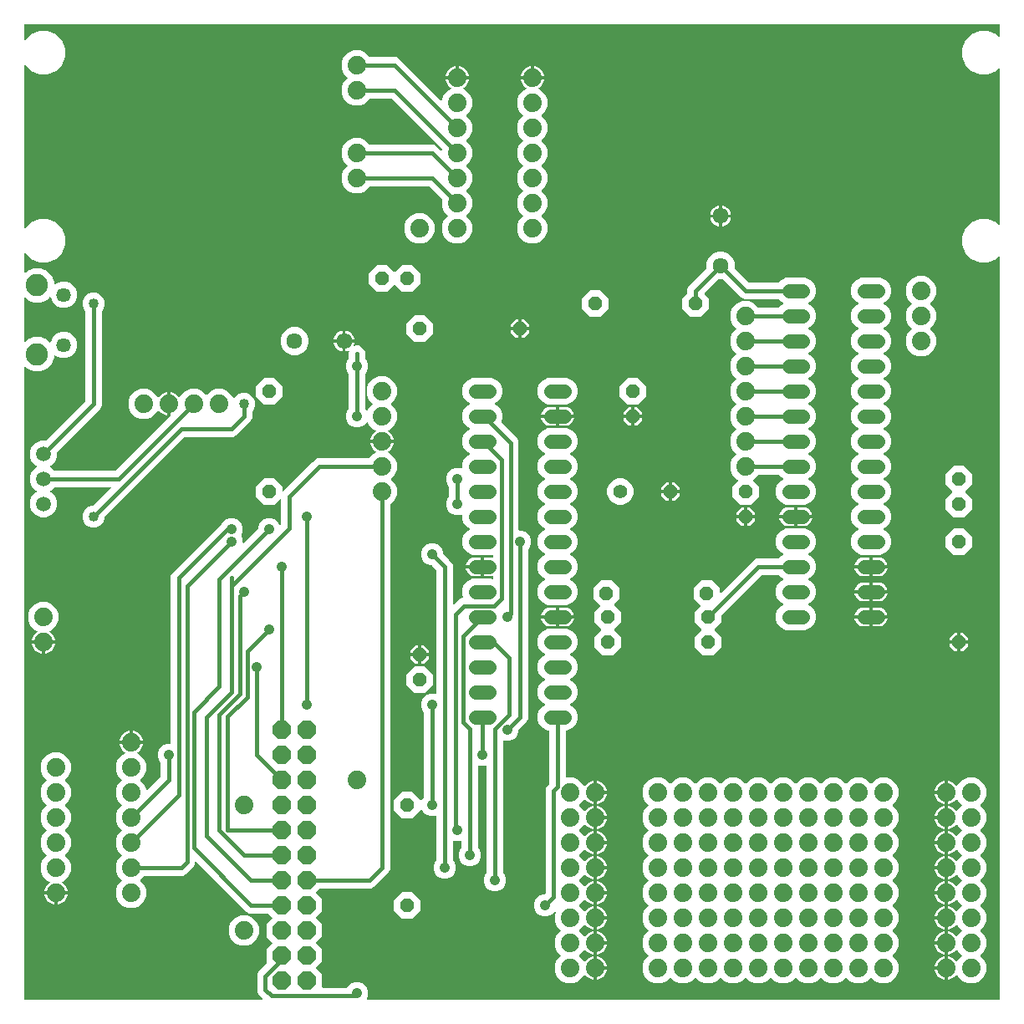
<source format=gbl>
G04 EAGLE Gerber RS-274X export*
G75*
%MOMM*%
%FSLAX34Y34*%
%LPD*%
%INBottom Copper*%
%IPPOS*%
%AMOC8*
5,1,8,0,0,1.08239X$1,22.5*%
G01*
%ADD10C,1.422400*%
%ADD11C,1.459600*%
%ADD12C,2.250000*%
%ADD13C,1.509600*%
%ADD14C,1.879600*%
%ADD15P,1.539592X8X22.500000*%
%ADD16P,1.539592X8X202.500000*%
%ADD17C,1.609600*%
%ADD18P,1.539592X8X292.500000*%
%ADD19P,1.539592X8X112.500000*%
%ADD20C,1.422400*%
%ADD21P,2.034460X8X112.500000*%
%ADD22C,0.406400*%
%ADD23C,1.016000*%
%ADD24C,1.058000*%

G36*
X246801Y6108D02*
X246801Y6108D01*
X246872Y6110D01*
X246921Y6128D01*
X246973Y6136D01*
X247036Y6170D01*
X247103Y6195D01*
X247144Y6227D01*
X247190Y6252D01*
X247239Y6304D01*
X247295Y6348D01*
X247324Y6392D01*
X247359Y6430D01*
X247390Y6495D01*
X247428Y6555D01*
X247441Y6606D01*
X247463Y6653D01*
X247471Y6724D01*
X247488Y6794D01*
X247484Y6846D01*
X247490Y6897D01*
X247475Y6968D01*
X247469Y7039D01*
X247449Y7087D01*
X247438Y7138D01*
X247401Y7199D01*
X247373Y7265D01*
X247328Y7321D01*
X247312Y7349D01*
X247294Y7364D01*
X247268Y7396D01*
X245439Y9226D01*
X243045Y11620D01*
X241807Y14607D01*
X241807Y31113D01*
X243045Y34100D01*
X251728Y42783D01*
X251739Y42799D01*
X251755Y42812D01*
X251811Y42899D01*
X251871Y42983D01*
X251877Y43002D01*
X251888Y43019D01*
X251913Y43119D01*
X251943Y43218D01*
X251943Y43238D01*
X251948Y43257D01*
X251940Y43360D01*
X251937Y43464D01*
X251930Y43483D01*
X251929Y43502D01*
X251888Y43597D01*
X251853Y43695D01*
X251840Y43710D01*
X251832Y43729D01*
X251728Y43860D01*
X251205Y44382D01*
X251205Y57218D01*
X256949Y62962D01*
X256960Y62978D01*
X256976Y62990D01*
X257032Y63078D01*
X257092Y63161D01*
X257098Y63180D01*
X257109Y63197D01*
X257134Y63298D01*
X257165Y63397D01*
X257164Y63416D01*
X257169Y63436D01*
X257161Y63539D01*
X257158Y63642D01*
X257152Y63661D01*
X257150Y63681D01*
X257110Y63776D01*
X257074Y63873D01*
X257061Y63889D01*
X257054Y63907D01*
X256949Y64038D01*
X251205Y69782D01*
X251205Y82618D01*
X256949Y88362D01*
X256960Y88378D01*
X256976Y88390D01*
X257032Y88478D01*
X257092Y88561D01*
X257098Y88580D01*
X257109Y88597D01*
X257134Y88698D01*
X257165Y88797D01*
X257164Y88816D01*
X257169Y88836D01*
X257161Y88939D01*
X257158Y89042D01*
X257152Y89061D01*
X257150Y89081D01*
X257110Y89176D01*
X257074Y89273D01*
X257061Y89289D01*
X257054Y89307D01*
X256949Y89438D01*
X253139Y93248D01*
X253065Y93301D01*
X252995Y93361D01*
X252965Y93373D01*
X252939Y93392D01*
X252852Y93419D01*
X252767Y93453D01*
X252726Y93457D01*
X252704Y93464D01*
X252672Y93463D01*
X252601Y93471D01*
X234063Y93471D01*
X231076Y94709D01*
X180116Y145668D01*
X180058Y145710D01*
X180006Y145759D01*
X179959Y145781D01*
X179917Y145812D01*
X179848Y145833D01*
X179783Y145863D01*
X179731Y145869D01*
X179681Y145884D01*
X179610Y145882D01*
X179539Y145890D01*
X179488Y145879D01*
X179436Y145878D01*
X179368Y145853D01*
X179298Y145838D01*
X179253Y145811D01*
X179205Y145793D01*
X179149Y145748D01*
X179087Y145712D01*
X179053Y145672D01*
X179013Y145640D01*
X178974Y145579D01*
X178927Y145525D01*
X178908Y145476D01*
X178880Y145433D01*
X178862Y145363D01*
X178835Y145297D01*
X178827Y145225D01*
X178819Y145194D01*
X178821Y145171D01*
X178817Y145130D01*
X178817Y143671D01*
X177579Y140683D01*
X169705Y132809D01*
X166717Y131571D01*
X128213Y131571D01*
X128098Y131552D01*
X127982Y131535D01*
X127976Y131533D01*
X127970Y131532D01*
X127868Y131477D01*
X127763Y131424D01*
X127758Y131419D01*
X127753Y131416D01*
X127673Y131332D01*
X127591Y131248D01*
X127587Y131242D01*
X127584Y131238D01*
X127576Y131221D01*
X127510Y131101D01*
X127436Y130923D01*
X124051Y127538D01*
X124040Y127522D01*
X124024Y127510D01*
X123968Y127422D01*
X123908Y127339D01*
X123902Y127320D01*
X123891Y127303D01*
X123866Y127202D01*
X123835Y127103D01*
X123836Y127084D01*
X123831Y127064D01*
X123839Y126961D01*
X123842Y126858D01*
X123849Y126839D01*
X123850Y126819D01*
X123890Y126724D01*
X123926Y126627D01*
X123939Y126611D01*
X123946Y126593D01*
X124051Y126462D01*
X127436Y123077D01*
X129795Y117382D01*
X129795Y111218D01*
X127436Y105523D01*
X123077Y101164D01*
X117382Y98805D01*
X111218Y98805D01*
X105523Y101164D01*
X101164Y105523D01*
X98805Y111218D01*
X98805Y117382D01*
X101164Y123077D01*
X104549Y126462D01*
X104560Y126478D01*
X104576Y126490D01*
X104632Y126578D01*
X104692Y126661D01*
X104698Y126680D01*
X104709Y126697D01*
X104734Y126798D01*
X104765Y126897D01*
X104764Y126916D01*
X104769Y126936D01*
X104761Y127039D01*
X104758Y127142D01*
X104751Y127161D01*
X104750Y127181D01*
X104710Y127276D01*
X104674Y127373D01*
X104661Y127389D01*
X104654Y127407D01*
X104549Y127538D01*
X101164Y130923D01*
X98805Y136618D01*
X98805Y142782D01*
X101164Y148477D01*
X104549Y151862D01*
X104560Y151878D01*
X104576Y151890D01*
X104632Y151978D01*
X104692Y152061D01*
X104698Y152080D01*
X104709Y152097D01*
X104734Y152198D01*
X104765Y152297D01*
X104764Y152316D01*
X104769Y152336D01*
X104761Y152439D01*
X104758Y152542D01*
X104751Y152561D01*
X104750Y152581D01*
X104710Y152676D01*
X104674Y152773D01*
X104661Y152789D01*
X104654Y152807D01*
X104549Y152938D01*
X101164Y156323D01*
X98805Y162018D01*
X98805Y168182D01*
X101164Y173877D01*
X104549Y177262D01*
X104560Y177278D01*
X104576Y177290D01*
X104632Y177378D01*
X104692Y177461D01*
X104698Y177480D01*
X104709Y177497D01*
X104734Y177598D01*
X104765Y177697D01*
X104764Y177716D01*
X104769Y177736D01*
X104761Y177839D01*
X104758Y177942D01*
X104751Y177961D01*
X104750Y177981D01*
X104710Y178076D01*
X104674Y178173D01*
X104661Y178189D01*
X104654Y178207D01*
X104549Y178338D01*
X101164Y181723D01*
X98805Y187418D01*
X98805Y193582D01*
X101164Y199277D01*
X104549Y202662D01*
X104560Y202678D01*
X104576Y202690D01*
X104632Y202778D01*
X104692Y202861D01*
X104698Y202880D01*
X104709Y202897D01*
X104734Y202998D01*
X104765Y203097D01*
X104764Y203116D01*
X104769Y203136D01*
X104761Y203239D01*
X104758Y203342D01*
X104751Y203361D01*
X104750Y203381D01*
X104710Y203476D01*
X104674Y203573D01*
X104661Y203589D01*
X104654Y203607D01*
X104549Y203738D01*
X101164Y207123D01*
X98805Y212818D01*
X98805Y218982D01*
X101164Y224677D01*
X104549Y228062D01*
X104560Y228078D01*
X104576Y228090D01*
X104632Y228178D01*
X104692Y228261D01*
X104698Y228280D01*
X104709Y228297D01*
X104734Y228398D01*
X104765Y228497D01*
X104764Y228516D01*
X104769Y228536D01*
X104761Y228639D01*
X104758Y228742D01*
X104751Y228761D01*
X104750Y228781D01*
X104710Y228876D01*
X104674Y228973D01*
X104661Y228989D01*
X104654Y229007D01*
X104549Y229138D01*
X101164Y232523D01*
X98805Y238218D01*
X98805Y244382D01*
X101164Y250077D01*
X105523Y254436D01*
X107672Y255326D01*
X107761Y255381D01*
X107853Y255432D01*
X107865Y255446D01*
X107881Y255456D01*
X107948Y255536D01*
X108019Y255614D01*
X108026Y255631D01*
X108038Y255645D01*
X108075Y255743D01*
X108118Y255839D01*
X108119Y255858D01*
X108126Y255875D01*
X108130Y255980D01*
X108140Y256084D01*
X108136Y256102D01*
X108136Y256120D01*
X108107Y256221D01*
X108083Y256324D01*
X108073Y256339D01*
X108068Y256357D01*
X108008Y256443D01*
X107952Y256532D01*
X107936Y256547D01*
X107928Y256559D01*
X107902Y256578D01*
X107828Y256645D01*
X106522Y257594D01*
X105194Y258922D01*
X104089Y260443D01*
X103236Y262117D01*
X102655Y263904D01*
X102454Y265177D01*
X113538Y265177D01*
X113558Y265180D01*
X113577Y265178D01*
X113679Y265200D01*
X113781Y265217D01*
X113798Y265226D01*
X113818Y265230D01*
X113907Y265283D01*
X113998Y265332D01*
X114012Y265346D01*
X114029Y265356D01*
X114096Y265435D01*
X114167Y265510D01*
X114176Y265528D01*
X114189Y265543D01*
X114227Y265639D01*
X114271Y265733D01*
X114273Y265753D01*
X114281Y265771D01*
X114299Y265938D01*
X114299Y266701D01*
X114301Y266701D01*
X114301Y265938D01*
X114304Y265918D01*
X114302Y265899D01*
X114324Y265797D01*
X114341Y265695D01*
X114350Y265678D01*
X114354Y265658D01*
X114407Y265569D01*
X114456Y265478D01*
X114470Y265464D01*
X114480Y265447D01*
X114559Y265380D01*
X114634Y265309D01*
X114652Y265300D01*
X114667Y265287D01*
X114763Y265248D01*
X114857Y265205D01*
X114877Y265203D01*
X114895Y265195D01*
X115062Y265177D01*
X126146Y265177D01*
X125945Y263904D01*
X125364Y262117D01*
X124511Y260443D01*
X123406Y258922D01*
X122078Y257594D01*
X120772Y256645D01*
X120698Y256570D01*
X120621Y256499D01*
X120612Y256483D01*
X120599Y256470D01*
X120553Y256376D01*
X120502Y256284D01*
X120499Y256266D01*
X120491Y256249D01*
X120477Y256145D01*
X120458Y256042D01*
X120461Y256024D01*
X120459Y256006D01*
X120479Y255902D01*
X120494Y255798D01*
X120502Y255782D01*
X120506Y255764D01*
X120558Y255673D01*
X120606Y255579D01*
X120619Y255566D01*
X120628Y255550D01*
X120706Y255481D01*
X120781Y255407D01*
X120801Y255396D01*
X120811Y255387D01*
X120840Y255374D01*
X120928Y255326D01*
X123077Y254436D01*
X127436Y250077D01*
X129795Y244382D01*
X129795Y238218D01*
X127436Y232523D01*
X124051Y229138D01*
X124040Y229122D01*
X124024Y229110D01*
X123968Y229022D01*
X123908Y228939D01*
X123902Y228920D01*
X123891Y228903D01*
X123866Y228802D01*
X123835Y228703D01*
X123836Y228684D01*
X123831Y228664D01*
X123839Y228561D01*
X123842Y228458D01*
X123849Y228439D01*
X123850Y228419D01*
X123890Y228324D01*
X123926Y228227D01*
X123939Y228211D01*
X123946Y228193D01*
X124051Y228062D01*
X127436Y224677D01*
X129796Y218980D01*
X129820Y218941D01*
X129836Y218898D01*
X129884Y218837D01*
X129925Y218771D01*
X129961Y218742D01*
X129989Y218706D01*
X130055Y218664D01*
X130115Y218614D01*
X130158Y218598D01*
X130196Y218573D01*
X130272Y218554D01*
X130344Y218526D01*
X130390Y218524D01*
X130435Y218513D01*
X130512Y218519D01*
X130590Y218515D01*
X130634Y218528D01*
X130680Y218532D01*
X130751Y218562D01*
X130826Y218584D01*
X130864Y218610D01*
X130906Y218628D01*
X131013Y218714D01*
X131028Y218724D01*
X131031Y218728D01*
X131037Y218733D01*
X144048Y231744D01*
X144101Y231818D01*
X144161Y231887D01*
X144173Y231918D01*
X144192Y231944D01*
X144219Y232031D01*
X144253Y232116D01*
X144257Y232157D01*
X144264Y232179D01*
X144263Y232211D01*
X144271Y232282D01*
X144271Y245710D01*
X144257Y245800D01*
X144249Y245891D01*
X144237Y245921D01*
X144232Y245953D01*
X144189Y246034D01*
X144153Y246117D01*
X144127Y246150D01*
X144116Y246170D01*
X144093Y246192D01*
X144048Y246248D01*
X142747Y247550D01*
X141013Y251735D01*
X141013Y256265D01*
X142747Y260450D01*
X145950Y263653D01*
X150135Y265387D01*
X153670Y265387D01*
X153690Y265390D01*
X153709Y265388D01*
X153811Y265410D01*
X153913Y265426D01*
X153930Y265436D01*
X153950Y265440D01*
X154039Y265493D01*
X154130Y265542D01*
X154144Y265556D01*
X154161Y265566D01*
X154228Y265645D01*
X154300Y265720D01*
X154308Y265738D01*
X154321Y265753D01*
X154360Y265849D01*
X154403Y265943D01*
X154405Y265963D01*
X154413Y265981D01*
X154431Y266148D01*
X154431Y434904D01*
X155669Y437892D01*
X158062Y440286D01*
X158063Y440286D01*
X205730Y487953D01*
X205768Y488006D01*
X205814Y488053D01*
X205854Y488126D01*
X205873Y488153D01*
X205879Y488171D01*
X205895Y488200D01*
X206247Y489050D01*
X209450Y492253D01*
X213635Y493987D01*
X218165Y493987D01*
X222350Y492253D01*
X225553Y489050D01*
X227287Y484865D01*
X227287Y480335D01*
X225715Y476541D01*
X225695Y476453D01*
X225666Y476366D01*
X225667Y476333D01*
X225659Y476302D01*
X225668Y476211D01*
X225669Y476120D01*
X225680Y476080D01*
X225682Y476057D01*
X225695Y476028D01*
X225715Y475959D01*
X227287Y472165D01*
X227287Y469220D01*
X227298Y469150D01*
X227300Y469078D01*
X227318Y469029D01*
X227326Y468978D01*
X227360Y468914D01*
X227385Y468847D01*
X227417Y468806D01*
X227442Y468760D01*
X227494Y468711D01*
X227538Y468655D01*
X227582Y468627D01*
X227620Y468591D01*
X227685Y468561D01*
X227745Y468522D01*
X227796Y468509D01*
X227843Y468487D01*
X227914Y468479D01*
X227984Y468462D01*
X228036Y468466D01*
X228087Y468460D01*
X228158Y468475D01*
X228229Y468481D01*
X228277Y468501D01*
X228328Y468512D01*
X228389Y468549D01*
X228455Y468577D01*
X228511Y468622D01*
X228539Y468639D01*
X228554Y468656D01*
X228586Y468682D01*
X242390Y482486D01*
X242443Y482560D01*
X242503Y482629D01*
X242515Y482660D01*
X242534Y482686D01*
X242561Y482773D01*
X242595Y482858D01*
X242599Y482899D01*
X242606Y482921D01*
X242605Y482953D01*
X242613Y483024D01*
X242613Y484865D01*
X244347Y489050D01*
X247550Y492253D01*
X251735Y493987D01*
X256265Y493987D01*
X260450Y492253D01*
X263653Y489050D01*
X264417Y487206D01*
X264442Y487166D01*
X264457Y487123D01*
X264506Y487062D01*
X264547Y486996D01*
X264582Y486967D01*
X264611Y486931D01*
X264676Y486889D01*
X264736Y486840D01*
X264779Y486823D01*
X264818Y486798D01*
X264893Y486779D01*
X264966Y486751D01*
X265012Y486750D01*
X265057Y486738D01*
X265134Y486744D01*
X265212Y486741D01*
X265256Y486754D01*
X265302Y486758D01*
X265373Y486788D01*
X265448Y486810D01*
X265486Y486836D01*
X265528Y486854D01*
X265634Y486939D01*
X265650Y486950D01*
X265653Y486954D01*
X265659Y486959D01*
X265687Y486986D01*
X265740Y487060D01*
X265799Y487129D01*
X265811Y487160D01*
X265830Y487186D01*
X265857Y487273D01*
X265891Y487358D01*
X265895Y487399D01*
X265902Y487421D01*
X265901Y487453D01*
X265909Y487524D01*
X265909Y512092D01*
X265898Y512162D01*
X265896Y512234D01*
X265878Y512283D01*
X265870Y512334D01*
X265836Y512398D01*
X265811Y512465D01*
X265779Y512506D01*
X265754Y512552D01*
X265702Y512601D01*
X265658Y512657D01*
X265614Y512685D01*
X265576Y512721D01*
X265511Y512751D01*
X265451Y512790D01*
X265400Y512803D01*
X265353Y512825D01*
X265282Y512833D01*
X265212Y512850D01*
X265160Y512846D01*
X265109Y512852D01*
X265038Y512836D01*
X264967Y512831D01*
X264919Y512811D01*
X264868Y512799D01*
X264807Y512763D01*
X264741Y512735D01*
X264685Y512690D01*
X264657Y512673D01*
X264642Y512656D01*
X264610Y512630D01*
X259471Y507491D01*
X248529Y507491D01*
X240791Y515229D01*
X240791Y526171D01*
X248529Y533909D01*
X259471Y533909D01*
X267209Y526171D01*
X267209Y521842D01*
X267220Y521772D01*
X267222Y521700D01*
X267240Y521651D01*
X267248Y521600D01*
X267282Y521536D01*
X267307Y521469D01*
X267339Y521428D01*
X267364Y521382D01*
X267416Y521333D01*
X267460Y521277D01*
X267504Y521249D01*
X267542Y521213D01*
X267607Y521183D01*
X267667Y521144D01*
X267718Y521131D01*
X267765Y521109D01*
X267836Y521101D01*
X267906Y521084D01*
X267958Y521088D01*
X268009Y521082D01*
X268080Y521097D01*
X268151Y521103D01*
X268199Y521123D01*
X268250Y521134D01*
X268311Y521171D01*
X268377Y521199D01*
X268433Y521244D01*
X268461Y521261D01*
X268476Y521278D01*
X268508Y521304D01*
X269540Y522336D01*
X269541Y522336D01*
X297802Y550597D01*
X300195Y552991D01*
X303183Y554229D01*
X354387Y554229D01*
X354502Y554248D01*
X354618Y554265D01*
X354624Y554267D01*
X354630Y554268D01*
X354732Y554323D01*
X354837Y554376D01*
X354842Y554381D01*
X354847Y554384D01*
X354926Y554467D01*
X355009Y554552D01*
X355013Y554558D01*
X355016Y554562D01*
X355024Y554579D01*
X355090Y554699D01*
X355164Y554877D01*
X359523Y559236D01*
X361672Y560126D01*
X361761Y560181D01*
X361853Y560232D01*
X361865Y560246D01*
X361881Y560256D01*
X361948Y560336D01*
X362019Y560414D01*
X362026Y560431D01*
X362038Y560445D01*
X362075Y560543D01*
X362118Y560639D01*
X362119Y560658D01*
X362126Y560675D01*
X362130Y560780D01*
X362140Y560884D01*
X362136Y560902D01*
X362136Y560920D01*
X362107Y561021D01*
X362083Y561124D01*
X362073Y561139D01*
X362068Y561157D01*
X362008Y561243D01*
X361952Y561332D01*
X361936Y561347D01*
X361928Y561359D01*
X361902Y561378D01*
X361828Y561445D01*
X360522Y562394D01*
X359194Y563722D01*
X358089Y565243D01*
X357236Y566917D01*
X356655Y568704D01*
X356454Y569977D01*
X367538Y569977D01*
X367558Y569980D01*
X367577Y569978D01*
X367679Y570000D01*
X367781Y570017D01*
X367798Y570026D01*
X367818Y570030D01*
X367907Y570083D01*
X367998Y570132D01*
X368012Y570146D01*
X368029Y570156D01*
X368096Y570235D01*
X368167Y570310D01*
X368176Y570328D01*
X368189Y570343D01*
X368227Y570439D01*
X368271Y570533D01*
X368273Y570553D01*
X368281Y570571D01*
X368299Y570738D01*
X368299Y572262D01*
X368296Y572282D01*
X368298Y572301D01*
X368276Y572403D01*
X368259Y572505D01*
X368250Y572522D01*
X368246Y572542D01*
X368193Y572631D01*
X368144Y572722D01*
X368130Y572736D01*
X368120Y572753D01*
X368041Y572820D01*
X367966Y572891D01*
X367948Y572900D01*
X367933Y572913D01*
X367837Y572952D01*
X367743Y572995D01*
X367723Y572997D01*
X367705Y573005D01*
X367538Y573023D01*
X356454Y573023D01*
X356655Y574296D01*
X357236Y576083D01*
X358089Y577757D01*
X359194Y579278D01*
X360522Y580606D01*
X361828Y581555D01*
X361902Y581630D01*
X361979Y581701D01*
X361988Y581717D01*
X362001Y581730D01*
X362047Y581824D01*
X362098Y581916D01*
X362101Y581934D01*
X362109Y581951D01*
X362123Y582055D01*
X362142Y582158D01*
X362139Y582176D01*
X362141Y582194D01*
X362121Y582298D01*
X362106Y582402D01*
X362098Y582418D01*
X362094Y582436D01*
X362042Y582527D01*
X361994Y582621D01*
X361981Y582634D01*
X361972Y582650D01*
X361894Y582719D01*
X361819Y582793D01*
X361799Y582804D01*
X361789Y582813D01*
X361760Y582826D01*
X361672Y582874D01*
X359523Y583764D01*
X355164Y588123D01*
X354080Y590740D01*
X354042Y590801D01*
X354013Y590867D01*
X353978Y590905D01*
X353950Y590949D01*
X353895Y590995D01*
X353847Y591048D01*
X353801Y591073D01*
X353761Y591106D01*
X353694Y591132D01*
X353631Y591166D01*
X353580Y591176D01*
X353531Y591194D01*
X353460Y591197D01*
X353389Y591210D01*
X353338Y591203D01*
X353286Y591205D01*
X353217Y591185D01*
X353146Y591174D01*
X353099Y591151D01*
X353049Y591136D01*
X352991Y591095D01*
X352927Y591063D01*
X352890Y591026D01*
X352847Y590996D01*
X352804Y590938D01*
X352754Y590887D01*
X352720Y590824D01*
X352701Y590799D01*
X352693Y590776D01*
X352673Y590740D01*
X352553Y590450D01*
X349350Y587247D01*
X345165Y585513D01*
X340635Y585513D01*
X336450Y587247D01*
X333247Y590450D01*
X331513Y594635D01*
X331513Y599165D01*
X333247Y603350D01*
X334548Y604652D01*
X334601Y604726D01*
X334661Y604795D01*
X334673Y604825D01*
X334692Y604851D01*
X334719Y604938D01*
X334732Y604971D01*
X334743Y604995D01*
X334744Y605001D01*
X334753Y605023D01*
X334757Y605064D01*
X334764Y605086D01*
X334763Y605119D01*
X334771Y605190D01*
X334771Y639410D01*
X334757Y639500D01*
X334749Y639591D01*
X334737Y639621D01*
X334732Y639653D01*
X334689Y639734D01*
X334653Y639817D01*
X334627Y639850D01*
X334616Y639870D01*
X334593Y639892D01*
X334548Y639948D01*
X333247Y641250D01*
X331513Y645435D01*
X331513Y649965D01*
X333247Y654150D01*
X334548Y655452D01*
X334601Y655526D01*
X334661Y655595D01*
X334673Y655625D01*
X334692Y655651D01*
X334719Y655738D01*
X334753Y655823D01*
X334757Y655864D01*
X334764Y655886D01*
X334763Y655919D01*
X334771Y655990D01*
X334771Y662017D01*
X334891Y662306D01*
X334914Y662404D01*
X334943Y662502D01*
X334942Y662524D01*
X334947Y662545D01*
X334938Y662646D01*
X334934Y662748D01*
X334926Y662768D01*
X334924Y662790D01*
X334883Y662883D01*
X334847Y662978D01*
X334833Y662995D01*
X334824Y663015D01*
X334755Y663090D01*
X334691Y663168D01*
X334673Y663180D01*
X334658Y663196D01*
X334569Y663245D01*
X334483Y663299D01*
X334461Y663304D01*
X334442Y663315D01*
X334342Y663333D01*
X334244Y663356D01*
X334222Y663355D01*
X334200Y663358D01*
X334100Y663344D01*
X333999Y663335D01*
X333973Y663325D01*
X333957Y663323D01*
X333928Y663308D01*
X333921Y663305D01*
X332279Y662772D01*
X331323Y662621D01*
X331323Y671577D01*
X340279Y671577D01*
X340128Y670621D01*
X339673Y669221D01*
X339667Y669180D01*
X339652Y669140D01*
X339648Y669059D01*
X339636Y668978D01*
X339643Y668937D01*
X339642Y668895D01*
X339664Y668816D01*
X339678Y668736D01*
X339698Y668699D01*
X339710Y668658D01*
X339757Y668591D01*
X339796Y668519D01*
X339826Y668491D01*
X339850Y668456D01*
X339916Y668408D01*
X339976Y668352D01*
X340014Y668335D01*
X340048Y668310D01*
X340125Y668284D01*
X340200Y668251D01*
X340242Y668246D01*
X340282Y668233D01*
X340363Y668234D01*
X340445Y668226D01*
X340486Y668235D01*
X340528Y668236D01*
X340676Y668279D01*
X340684Y668281D01*
X340686Y668282D01*
X340689Y668282D01*
X341283Y668529D01*
X344517Y668529D01*
X347505Y667291D01*
X349791Y665005D01*
X351029Y662017D01*
X351029Y655990D01*
X351043Y655900D01*
X351051Y655809D01*
X351063Y655779D01*
X351068Y655747D01*
X351111Y655666D01*
X351147Y655583D01*
X351173Y655550D01*
X351184Y655530D01*
X351207Y655508D01*
X351252Y655452D01*
X352553Y654150D01*
X354287Y649965D01*
X354287Y645435D01*
X352553Y641250D01*
X351252Y639948D01*
X351199Y639874D01*
X351139Y639805D01*
X351127Y639775D01*
X351108Y639749D01*
X351081Y639662D01*
X351047Y639577D01*
X351043Y639536D01*
X351036Y639514D01*
X351037Y639481D01*
X351029Y639410D01*
X351029Y605190D01*
X351031Y605174D01*
X351030Y605161D01*
X351044Y605097D01*
X351051Y605009D01*
X351063Y604979D01*
X351068Y604947D01*
X351082Y604922D01*
X351082Y604921D01*
X351086Y604914D01*
X351111Y604866D01*
X351147Y604783D01*
X351173Y604750D01*
X351184Y604730D01*
X351207Y604708D01*
X351252Y604652D01*
X352553Y603350D01*
X352673Y603060D01*
X352711Y602999D01*
X352740Y602933D01*
X352776Y602895D01*
X352803Y602851D01*
X352858Y602805D01*
X352907Y602752D01*
X352952Y602727D01*
X352993Y602694D01*
X353059Y602668D01*
X353122Y602634D01*
X353174Y602624D01*
X353222Y602606D01*
X353294Y602603D01*
X353364Y602590D01*
X353416Y602597D01*
X353468Y602595D01*
X353537Y602615D01*
X353608Y602626D01*
X353654Y602649D01*
X353704Y602664D01*
X353763Y602705D01*
X353827Y602737D01*
X353863Y602774D01*
X353906Y602804D01*
X353949Y602862D01*
X353999Y602913D01*
X354034Y602976D01*
X354053Y603001D01*
X354060Y603024D01*
X354080Y603060D01*
X355164Y605677D01*
X358549Y609062D01*
X358560Y609078D01*
X358576Y609090D01*
X358632Y609178D01*
X358692Y609261D01*
X358698Y609280D01*
X358709Y609297D01*
X358734Y609398D01*
X358765Y609497D01*
X358764Y609516D01*
X358769Y609536D01*
X358761Y609639D01*
X358758Y609742D01*
X358751Y609761D01*
X358750Y609781D01*
X358710Y609876D01*
X358674Y609973D01*
X358661Y609989D01*
X358654Y610007D01*
X358549Y610138D01*
X355164Y613523D01*
X352805Y619218D01*
X352805Y625382D01*
X355164Y631077D01*
X359523Y635436D01*
X365218Y637795D01*
X371382Y637795D01*
X377077Y635436D01*
X381436Y631077D01*
X383795Y625382D01*
X383795Y619218D01*
X381436Y613523D01*
X378051Y610138D01*
X378040Y610122D01*
X378024Y610110D01*
X377968Y610022D01*
X377908Y609939D01*
X377902Y609920D01*
X377891Y609903D01*
X377866Y609802D01*
X377835Y609703D01*
X377836Y609684D01*
X377831Y609664D01*
X377839Y609561D01*
X377842Y609458D01*
X377849Y609439D01*
X377850Y609419D01*
X377890Y609324D01*
X377926Y609227D01*
X377939Y609211D01*
X377946Y609193D01*
X378051Y609062D01*
X381436Y605677D01*
X383795Y599982D01*
X383795Y593818D01*
X381436Y588123D01*
X377077Y583764D01*
X374928Y582874D01*
X374838Y582819D01*
X374747Y582768D01*
X374735Y582754D01*
X374719Y582745D01*
X374652Y582663D01*
X374581Y582586D01*
X374574Y582569D01*
X374562Y582555D01*
X374525Y582457D01*
X374482Y582361D01*
X374481Y582342D01*
X374474Y582325D01*
X374470Y582220D01*
X374460Y582116D01*
X374464Y582098D01*
X374464Y582080D01*
X374493Y581979D01*
X374517Y581876D01*
X374527Y581861D01*
X374532Y581843D01*
X374592Y581757D01*
X374648Y581668D01*
X374664Y581653D01*
X374672Y581641D01*
X374698Y581623D01*
X374772Y581555D01*
X376078Y580606D01*
X377406Y579278D01*
X378511Y577757D01*
X379364Y576083D01*
X379945Y574296D01*
X380146Y573023D01*
X369062Y573023D01*
X369042Y573020D01*
X369023Y573022D01*
X368921Y573000D01*
X368819Y572983D01*
X368802Y572974D01*
X368782Y572970D01*
X368693Y572917D01*
X368602Y572868D01*
X368588Y572854D01*
X368571Y572844D01*
X368504Y572765D01*
X368433Y572690D01*
X368424Y572672D01*
X368411Y572657D01*
X368373Y572561D01*
X368329Y572467D01*
X368327Y572447D01*
X368319Y572429D01*
X368301Y572262D01*
X368301Y570738D01*
X368304Y570718D01*
X368302Y570699D01*
X368324Y570597D01*
X368341Y570495D01*
X368350Y570478D01*
X368354Y570458D01*
X368407Y570369D01*
X368456Y570278D01*
X368470Y570264D01*
X368480Y570247D01*
X368559Y570180D01*
X368634Y570109D01*
X368652Y570100D01*
X368667Y570087D01*
X368763Y570048D01*
X368857Y570005D01*
X368877Y570003D01*
X368895Y569995D01*
X369062Y569977D01*
X380146Y569977D01*
X379945Y568704D01*
X379364Y566917D01*
X378511Y565243D01*
X377406Y563722D01*
X376078Y562394D01*
X374772Y561445D01*
X374698Y561370D01*
X374621Y561299D01*
X374612Y561283D01*
X374599Y561270D01*
X374553Y561176D01*
X374502Y561084D01*
X374499Y561066D01*
X374491Y561049D01*
X374477Y560945D01*
X374458Y560842D01*
X374461Y560824D01*
X374459Y560806D01*
X374479Y560702D01*
X374494Y560598D01*
X374502Y560582D01*
X374506Y560564D01*
X374558Y560473D01*
X374606Y560379D01*
X374619Y560366D01*
X374628Y560350D01*
X374706Y560281D01*
X374781Y560207D01*
X374801Y560196D01*
X374811Y560187D01*
X374840Y560174D01*
X374928Y560126D01*
X377077Y559236D01*
X381436Y554877D01*
X383795Y549182D01*
X383795Y543018D01*
X381436Y537323D01*
X378051Y533938D01*
X378040Y533922D01*
X378024Y533910D01*
X377968Y533822D01*
X377908Y533739D01*
X377902Y533720D01*
X377891Y533703D01*
X377866Y533602D01*
X377835Y533503D01*
X377836Y533484D01*
X377831Y533464D01*
X377839Y533361D01*
X377842Y533258D01*
X377849Y533239D01*
X377850Y533219D01*
X377890Y533124D01*
X377926Y533027D01*
X377939Y533011D01*
X377946Y532993D01*
X378051Y532862D01*
X381436Y529477D01*
X383795Y523782D01*
X383795Y517618D01*
X381436Y511923D01*
X377077Y507564D01*
X376899Y507490D01*
X376799Y507428D01*
X376699Y507369D01*
X376695Y507364D01*
X376690Y507361D01*
X376614Y507270D01*
X376539Y507182D01*
X376537Y507176D01*
X376533Y507171D01*
X376491Y507063D01*
X376447Y506954D01*
X376446Y506946D01*
X376445Y506942D01*
X376444Y506923D01*
X376429Y506787D01*
X376429Y138083D01*
X375191Y135095D01*
X360205Y120109D01*
X357217Y118871D01*
X306199Y118871D01*
X306109Y118857D01*
X306018Y118849D01*
X305989Y118837D01*
X305957Y118832D01*
X305876Y118789D01*
X305792Y118753D01*
X305760Y118727D01*
X305739Y118716D01*
X305717Y118693D01*
X305661Y118648D01*
X301851Y114838D01*
X301840Y114822D01*
X301824Y114810D01*
X301768Y114722D01*
X301708Y114639D01*
X301702Y114620D01*
X301691Y114603D01*
X301666Y114502D01*
X301635Y114403D01*
X301636Y114384D01*
X301631Y114364D01*
X301639Y114261D01*
X301642Y114158D01*
X301648Y114139D01*
X301650Y114119D01*
X301690Y114024D01*
X301726Y113927D01*
X301739Y113911D01*
X301746Y113893D01*
X301851Y113762D01*
X307595Y108018D01*
X307595Y95182D01*
X301851Y89438D01*
X301840Y89422D01*
X301824Y89410D01*
X301768Y89322D01*
X301708Y89239D01*
X301702Y89220D01*
X301691Y89203D01*
X301666Y89102D01*
X301635Y89003D01*
X301636Y88984D01*
X301631Y88964D01*
X301639Y88861D01*
X301642Y88758D01*
X301648Y88739D01*
X301650Y88719D01*
X301690Y88624D01*
X301726Y88527D01*
X301739Y88511D01*
X301746Y88493D01*
X301851Y88362D01*
X307595Y82618D01*
X307595Y69782D01*
X301851Y64038D01*
X301840Y64022D01*
X301824Y64010D01*
X301768Y63922D01*
X301708Y63839D01*
X301702Y63820D01*
X301691Y63803D01*
X301666Y63702D01*
X301635Y63603D01*
X301636Y63584D01*
X301631Y63564D01*
X301639Y63461D01*
X301642Y63358D01*
X301648Y63339D01*
X301650Y63319D01*
X301690Y63224D01*
X301726Y63127D01*
X301739Y63111D01*
X301746Y63093D01*
X301851Y62962D01*
X307595Y57218D01*
X307595Y44382D01*
X301851Y38638D01*
X301840Y38622D01*
X301824Y38610D01*
X301768Y38522D01*
X301708Y38439D01*
X301702Y38420D01*
X301691Y38403D01*
X301666Y38302D01*
X301635Y38203D01*
X301636Y38184D01*
X301631Y38164D01*
X301639Y38061D01*
X301642Y37958D01*
X301648Y37939D01*
X301650Y37919D01*
X301690Y37824D01*
X301726Y37727D01*
X301739Y37711D01*
X301746Y37693D01*
X301851Y37562D01*
X307595Y31818D01*
X307595Y18796D01*
X307598Y18776D01*
X307596Y18757D01*
X307618Y18655D01*
X307634Y18553D01*
X307644Y18536D01*
X307648Y18516D01*
X307701Y18427D01*
X307750Y18336D01*
X307764Y18322D01*
X307774Y18305D01*
X307853Y18238D01*
X307928Y18166D01*
X307946Y18158D01*
X307961Y18145D01*
X308057Y18106D01*
X308151Y18063D01*
X308171Y18061D01*
X308189Y18053D01*
X308356Y18035D01*
X332276Y18035D01*
X332391Y18054D01*
X332507Y18071D01*
X332513Y18073D01*
X332519Y18074D01*
X332622Y18129D01*
X332726Y18182D01*
X332731Y18187D01*
X332736Y18190D01*
X332816Y18274D01*
X332899Y18358D01*
X332902Y18364D01*
X332906Y18368D01*
X332913Y18385D01*
X332979Y18505D01*
X333247Y19150D01*
X336450Y22353D01*
X340635Y24087D01*
X345165Y24087D01*
X349350Y22353D01*
X352553Y19150D01*
X354287Y14965D01*
X354287Y10435D01*
X352926Y7149D01*
X352915Y7105D01*
X352896Y7063D01*
X352887Y6986D01*
X352870Y6910D01*
X352874Y6864D01*
X352869Y6819D01*
X352885Y6742D01*
X352893Y6665D01*
X352911Y6623D01*
X352921Y6578D01*
X352961Y6511D01*
X352993Y6440D01*
X353024Y6406D01*
X353047Y6367D01*
X353106Y6316D01*
X353159Y6259D01*
X353199Y6237D01*
X353234Y6207D01*
X353306Y6178D01*
X353375Y6141D01*
X353420Y6132D01*
X353462Y6115D01*
X353598Y6100D01*
X353617Y6097D01*
X353622Y6098D01*
X353629Y6097D01*
X993142Y6097D01*
X993162Y6100D01*
X993181Y6098D01*
X993283Y6120D01*
X993385Y6136D01*
X993402Y6146D01*
X993422Y6150D01*
X993511Y6203D01*
X993602Y6252D01*
X993616Y6266D01*
X993633Y6276D01*
X993700Y6355D01*
X993772Y6430D01*
X993780Y6448D01*
X993793Y6463D01*
X993832Y6559D01*
X993875Y6653D01*
X993877Y6673D01*
X993885Y6691D01*
X993903Y6858D01*
X993903Y757793D01*
X993892Y757863D01*
X993890Y757935D01*
X993872Y757984D01*
X993864Y758035D01*
X993830Y758099D01*
X993805Y758166D01*
X993773Y758207D01*
X993748Y758253D01*
X993696Y758302D01*
X993652Y758358D01*
X993608Y758386D01*
X993570Y758422D01*
X993505Y758452D01*
X993445Y758491D01*
X993394Y758504D01*
X993347Y758526D01*
X993276Y758534D01*
X993206Y758551D01*
X993154Y758547D01*
X993103Y758553D01*
X993032Y758538D01*
X992961Y758532D01*
X992913Y758512D01*
X992862Y758501D01*
X992801Y758464D01*
X992735Y758436D01*
X992679Y758391D01*
X992651Y758375D01*
X992636Y758357D01*
X992604Y758331D01*
X990346Y756073D01*
X982270Y752728D01*
X973530Y752728D01*
X965454Y756073D01*
X959273Y762254D01*
X955928Y770330D01*
X955928Y779070D01*
X959273Y787146D01*
X965454Y793327D01*
X973530Y796672D01*
X982270Y796672D01*
X990346Y793327D01*
X992604Y791069D01*
X992662Y791027D01*
X992714Y790978D01*
X992761Y790956D01*
X992803Y790925D01*
X992872Y790904D01*
X992937Y790874D01*
X992989Y790868D01*
X993039Y790853D01*
X993110Y790855D01*
X993181Y790847D01*
X993232Y790858D01*
X993284Y790859D01*
X993352Y790884D01*
X993422Y790899D01*
X993467Y790926D01*
X993515Y790944D01*
X993571Y790989D01*
X993633Y791025D01*
X993667Y791065D01*
X993707Y791098D01*
X993746Y791158D01*
X993793Y791212D01*
X993812Y791261D01*
X993840Y791305D01*
X993858Y791374D01*
X993885Y791441D01*
X993893Y791512D01*
X993901Y791543D01*
X993899Y791566D01*
X993903Y791607D01*
X993903Y948293D01*
X993892Y948363D01*
X993890Y948435D01*
X993872Y948484D01*
X993864Y948535D01*
X993830Y948599D01*
X993805Y948666D01*
X993773Y948707D01*
X993748Y948753D01*
X993696Y948802D01*
X993652Y948858D01*
X993608Y948886D01*
X993570Y948922D01*
X993505Y948952D01*
X993445Y948991D01*
X993394Y949004D01*
X993347Y949026D01*
X993276Y949034D01*
X993206Y949051D01*
X993154Y949047D01*
X993103Y949053D01*
X993032Y949038D01*
X992961Y949032D01*
X992913Y949012D01*
X992862Y949001D01*
X992801Y948964D01*
X992735Y948936D01*
X992679Y948891D01*
X992651Y948875D01*
X992636Y948857D01*
X992604Y948831D01*
X990346Y946573D01*
X982270Y943228D01*
X973530Y943228D01*
X965454Y946573D01*
X959273Y952754D01*
X955928Y960830D01*
X955928Y969570D01*
X959273Y977646D01*
X965454Y983827D01*
X973530Y987172D01*
X982270Y987172D01*
X990346Y983827D01*
X992604Y981569D01*
X992662Y981527D01*
X992714Y981478D01*
X992761Y981456D01*
X992803Y981425D01*
X992872Y981404D01*
X992937Y981374D01*
X992989Y981368D01*
X993039Y981353D01*
X993110Y981355D01*
X993181Y981347D01*
X993232Y981358D01*
X993284Y981359D01*
X993352Y981384D01*
X993422Y981399D01*
X993467Y981426D01*
X993515Y981444D01*
X993571Y981489D01*
X993633Y981525D01*
X993667Y981565D01*
X993707Y981598D01*
X993746Y981658D01*
X993793Y981712D01*
X993812Y981761D01*
X993840Y981805D01*
X993858Y981874D01*
X993885Y981941D01*
X993893Y982012D01*
X993901Y982043D01*
X993899Y982066D01*
X993903Y982107D01*
X993903Y993142D01*
X993900Y993162D01*
X993902Y993181D01*
X993880Y993283D01*
X993864Y993385D01*
X993854Y993402D01*
X993850Y993422D01*
X993797Y993511D01*
X993748Y993602D01*
X993734Y993616D01*
X993724Y993633D01*
X993645Y993700D01*
X993570Y993772D01*
X993552Y993780D01*
X993537Y993793D01*
X993441Y993832D01*
X993347Y993875D01*
X993327Y993877D01*
X993309Y993885D01*
X993142Y993903D01*
X6858Y993903D01*
X6838Y993900D01*
X6819Y993902D01*
X6717Y993880D01*
X6615Y993864D01*
X6598Y993854D01*
X6578Y993850D01*
X6489Y993797D01*
X6398Y993748D01*
X6384Y993734D01*
X6367Y993724D01*
X6300Y993645D01*
X6228Y993570D01*
X6220Y993552D01*
X6207Y993537D01*
X6168Y993441D01*
X6125Y993347D01*
X6123Y993327D01*
X6115Y993309D01*
X6097Y993142D01*
X6097Y978807D01*
X6108Y978737D01*
X6110Y978665D01*
X6128Y978616D01*
X6136Y978565D01*
X6170Y978501D01*
X6195Y978434D01*
X6227Y978393D01*
X6252Y978347D01*
X6304Y978298D01*
X6348Y978242D01*
X6392Y978214D01*
X6430Y978178D01*
X6495Y978148D01*
X6555Y978109D01*
X6606Y978096D01*
X6653Y978074D01*
X6724Y978066D01*
X6794Y978049D01*
X6846Y978053D01*
X6897Y978047D01*
X6968Y978062D01*
X7039Y978068D01*
X7087Y978088D01*
X7138Y978099D01*
X7199Y978136D01*
X7265Y978164D01*
X7321Y978209D01*
X7349Y978225D01*
X7364Y978243D01*
X7396Y978269D01*
X12954Y983827D01*
X21030Y987172D01*
X29770Y987172D01*
X37846Y983827D01*
X44027Y977646D01*
X47372Y969570D01*
X47372Y960830D01*
X44027Y952754D01*
X37846Y946573D01*
X29770Y943228D01*
X21030Y943228D01*
X12954Y946573D01*
X7396Y952131D01*
X7338Y952173D01*
X7286Y952222D01*
X7239Y952244D01*
X7197Y952275D01*
X7128Y952296D01*
X7063Y952326D01*
X7011Y952332D01*
X6961Y952347D01*
X6890Y952345D01*
X6819Y952353D01*
X6768Y952342D01*
X6716Y952341D01*
X6648Y952316D01*
X6578Y952301D01*
X6533Y952274D01*
X6485Y952256D01*
X6429Y952211D01*
X6367Y952175D01*
X6333Y952135D01*
X6293Y952102D01*
X6254Y952042D01*
X6207Y951988D01*
X6188Y951939D01*
X6160Y951895D01*
X6142Y951826D01*
X6115Y951759D01*
X6107Y951688D01*
X6099Y951657D01*
X6101Y951634D01*
X6097Y951593D01*
X6097Y788307D01*
X6108Y788237D01*
X6110Y788165D01*
X6128Y788116D01*
X6136Y788065D01*
X6170Y788001D01*
X6195Y787934D01*
X6227Y787893D01*
X6252Y787847D01*
X6304Y787798D01*
X6348Y787742D01*
X6392Y787714D01*
X6430Y787678D01*
X6495Y787648D01*
X6555Y787609D01*
X6606Y787596D01*
X6653Y787574D01*
X6724Y787566D01*
X6794Y787549D01*
X6846Y787553D01*
X6897Y787547D01*
X6968Y787562D01*
X7039Y787568D01*
X7087Y787588D01*
X7138Y787599D01*
X7199Y787636D01*
X7265Y787664D01*
X7321Y787709D01*
X7349Y787725D01*
X7364Y787743D01*
X7396Y787769D01*
X12954Y793327D01*
X21030Y796672D01*
X29770Y796672D01*
X37846Y793327D01*
X44027Y787146D01*
X47372Y779070D01*
X47372Y770330D01*
X44027Y762254D01*
X37846Y756073D01*
X29770Y752728D01*
X21030Y752728D01*
X12954Y756073D01*
X7396Y761631D01*
X7338Y761673D01*
X7286Y761722D01*
X7239Y761744D01*
X7197Y761775D01*
X7128Y761796D01*
X7063Y761826D01*
X7011Y761832D01*
X6961Y761847D01*
X6890Y761845D01*
X6819Y761853D01*
X6768Y761842D01*
X6716Y761841D01*
X6648Y761816D01*
X6578Y761801D01*
X6533Y761774D01*
X6485Y761756D01*
X6429Y761711D01*
X6367Y761675D01*
X6333Y761635D01*
X6293Y761602D01*
X6254Y761542D01*
X6207Y761488D01*
X6188Y761439D01*
X6160Y761395D01*
X6142Y761326D01*
X6115Y761259D01*
X6107Y761188D01*
X6099Y761157D01*
X6101Y761134D01*
X6097Y761093D01*
X6097Y743107D01*
X6108Y743036D01*
X6110Y742964D01*
X6128Y742915D01*
X6136Y742864D01*
X6170Y742800D01*
X6195Y742733D01*
X6227Y742692D01*
X6252Y742646D01*
X6304Y742597D01*
X6348Y742541D01*
X6392Y742513D01*
X6430Y742477D01*
X6495Y742447D01*
X6555Y742408D01*
X6606Y742395D01*
X6653Y742373D01*
X6724Y742365D01*
X6794Y742348D01*
X6846Y742352D01*
X6897Y742346D01*
X6968Y742362D01*
X7039Y742367D01*
X7087Y742387D01*
X7138Y742399D01*
X7199Y742435D01*
X7265Y742463D01*
X7321Y742508D01*
X7349Y742525D01*
X7364Y742543D01*
X7396Y742568D01*
X9224Y744396D01*
X15600Y747037D01*
X22500Y747037D01*
X28876Y744396D01*
X33756Y739516D01*
X36397Y733140D01*
X36397Y731218D01*
X36408Y731147D01*
X36410Y731075D01*
X36428Y731026D01*
X36436Y730975D01*
X36470Y730911D01*
X36495Y730844D01*
X36527Y730803D01*
X36552Y730757D01*
X36604Y730708D01*
X36648Y730652D01*
X36692Y730624D01*
X36730Y730588D01*
X36795Y730558D01*
X36855Y730519D01*
X36906Y730506D01*
X36953Y730484D01*
X37024Y730477D01*
X37094Y730459D01*
X37146Y730463D01*
X37197Y730457D01*
X37268Y730473D01*
X37339Y730478D01*
X37387Y730498D01*
X37438Y730510D01*
X37499Y730546D01*
X37565Y730574D01*
X37621Y730619D01*
X37649Y730636D01*
X37664Y730654D01*
X37696Y730679D01*
X38462Y731445D01*
X43386Y733485D01*
X48714Y733485D01*
X53638Y731445D01*
X57405Y727678D01*
X59445Y722754D01*
X59445Y717426D01*
X57405Y712502D01*
X53638Y708735D01*
X48714Y706695D01*
X43386Y706695D01*
X38462Y708735D01*
X34695Y712502D01*
X32699Y717319D01*
X32675Y717358D01*
X32660Y717401D01*
X32611Y717462D01*
X32570Y717528D01*
X32535Y717557D01*
X32506Y717593D01*
X32440Y717635D01*
X32380Y717685D01*
X32338Y717701D01*
X32299Y717726D01*
X32223Y717745D01*
X32151Y717773D01*
X32105Y717775D01*
X32060Y717786D01*
X31983Y717780D01*
X31905Y717783D01*
X31861Y717771D01*
X31815Y717767D01*
X31744Y717737D01*
X31669Y717715D01*
X31631Y717689D01*
X31589Y717671D01*
X31482Y717585D01*
X31467Y717575D01*
X31464Y717571D01*
X31458Y717566D01*
X28876Y714984D01*
X22500Y712343D01*
X15600Y712343D01*
X9224Y714984D01*
X7396Y716812D01*
X7338Y716854D01*
X7286Y716903D01*
X7239Y716925D01*
X7197Y716955D01*
X7128Y716976D01*
X7063Y717007D01*
X7011Y717012D01*
X6961Y717028D01*
X6890Y717026D01*
X6819Y717034D01*
X6768Y717023D01*
X6716Y717021D01*
X6648Y716997D01*
X6578Y716981D01*
X6533Y716955D01*
X6485Y716937D01*
X6429Y716892D01*
X6367Y716855D01*
X6333Y716816D01*
X6293Y716783D01*
X6254Y716723D01*
X6207Y716668D01*
X6188Y716620D01*
X6160Y716576D01*
X6142Y716507D01*
X6115Y716440D01*
X6107Y716369D01*
X6099Y716338D01*
X6101Y716314D01*
X6097Y716273D01*
X6097Y673107D01*
X6108Y673036D01*
X6110Y672964D01*
X6128Y672915D01*
X6136Y672864D01*
X6170Y672800D01*
X6195Y672733D01*
X6227Y672692D01*
X6252Y672646D01*
X6304Y672597D01*
X6348Y672541D01*
X6392Y672513D01*
X6430Y672477D01*
X6495Y672447D01*
X6555Y672408D01*
X6606Y672395D01*
X6653Y672373D01*
X6724Y672365D01*
X6794Y672348D01*
X6846Y672352D01*
X6897Y672346D01*
X6968Y672362D01*
X7039Y672367D01*
X7087Y672387D01*
X7138Y672399D01*
X7199Y672435D01*
X7265Y672463D01*
X7321Y672508D01*
X7349Y672525D01*
X7364Y672543D01*
X7396Y672568D01*
X9224Y674396D01*
X15600Y677037D01*
X22500Y677037D01*
X28876Y674396D01*
X31458Y671814D01*
X31495Y671787D01*
X31526Y671754D01*
X31595Y671716D01*
X31658Y671671D01*
X31701Y671657D01*
X31742Y671635D01*
X31818Y671621D01*
X31893Y671598D01*
X31939Y671599D01*
X31984Y671591D01*
X32061Y671603D01*
X32139Y671605D01*
X32182Y671620D01*
X32227Y671627D01*
X32296Y671662D01*
X32370Y671689D01*
X32405Y671718D01*
X32446Y671739D01*
X32501Y671794D01*
X32562Y671843D01*
X32586Y671881D01*
X32619Y671914D01*
X32685Y672034D01*
X32695Y672050D01*
X32696Y672054D01*
X32699Y672061D01*
X34695Y676878D01*
X38462Y680645D01*
X43386Y682685D01*
X48714Y682685D01*
X53638Y680645D01*
X57405Y676878D01*
X59445Y671954D01*
X59445Y666626D01*
X57405Y661702D01*
X53638Y657935D01*
X48714Y655895D01*
X43386Y655895D01*
X38462Y657935D01*
X37696Y658701D01*
X37638Y658743D01*
X37586Y658792D01*
X37539Y658814D01*
X37497Y658844D01*
X37428Y658865D01*
X37363Y658896D01*
X37311Y658901D01*
X37261Y658917D01*
X37190Y658915D01*
X37119Y658923D01*
X37068Y658912D01*
X37016Y658910D01*
X36948Y658886D01*
X36878Y658870D01*
X36833Y658844D01*
X36785Y658826D01*
X36729Y658781D01*
X36667Y658744D01*
X36633Y658705D01*
X36593Y658672D01*
X36554Y658612D01*
X36507Y658557D01*
X36488Y658509D01*
X36460Y658465D01*
X36442Y658396D01*
X36415Y658329D01*
X36407Y658258D01*
X36399Y658227D01*
X36401Y658203D01*
X36397Y658162D01*
X36397Y656240D01*
X33756Y649864D01*
X28876Y644984D01*
X22500Y642343D01*
X15600Y642343D01*
X9224Y644984D01*
X7396Y646812D01*
X7338Y646854D01*
X7286Y646903D01*
X7239Y646925D01*
X7197Y646955D01*
X7128Y646976D01*
X7063Y647007D01*
X7011Y647012D01*
X6961Y647028D01*
X6890Y647026D01*
X6819Y647034D01*
X6768Y647023D01*
X6716Y647021D01*
X6648Y646997D01*
X6578Y646981D01*
X6533Y646955D01*
X6485Y646937D01*
X6429Y646892D01*
X6367Y646855D01*
X6333Y646816D01*
X6293Y646783D01*
X6254Y646723D01*
X6207Y646668D01*
X6188Y646620D01*
X6160Y646576D01*
X6142Y646507D01*
X6115Y646440D01*
X6107Y646369D01*
X6099Y646338D01*
X6101Y646314D01*
X6097Y646273D01*
X6097Y6858D01*
X6100Y6838D01*
X6098Y6819D01*
X6120Y6717D01*
X6136Y6615D01*
X6146Y6598D01*
X6150Y6578D01*
X6203Y6489D01*
X6252Y6398D01*
X6266Y6384D01*
X6276Y6367D01*
X6355Y6300D01*
X6430Y6228D01*
X6448Y6220D01*
X6463Y6207D01*
X6559Y6168D01*
X6653Y6125D01*
X6673Y6123D01*
X6691Y6115D01*
X6858Y6097D01*
X246730Y6097D01*
X246801Y6108D01*
G37*
%LPC*%
G36*
X644618Y22605D02*
X644618Y22605D01*
X638923Y24964D01*
X634564Y29323D01*
X632205Y35018D01*
X632205Y41182D01*
X634564Y46877D01*
X637949Y50262D01*
X637960Y50278D01*
X637976Y50290D01*
X638032Y50378D01*
X638092Y50461D01*
X638098Y50480D01*
X638109Y50497D01*
X638134Y50598D01*
X638165Y50697D01*
X638164Y50716D01*
X638169Y50736D01*
X638161Y50839D01*
X638158Y50942D01*
X638151Y50961D01*
X638150Y50981D01*
X638110Y51076D01*
X638074Y51173D01*
X638061Y51189D01*
X638054Y51207D01*
X637949Y51338D01*
X634564Y54723D01*
X632205Y60418D01*
X632205Y66582D01*
X634564Y72277D01*
X637949Y75662D01*
X637960Y75678D01*
X637976Y75690D01*
X638032Y75778D01*
X638092Y75861D01*
X638098Y75880D01*
X638109Y75897D01*
X638134Y75998D01*
X638165Y76097D01*
X638164Y76116D01*
X638169Y76136D01*
X638161Y76239D01*
X638158Y76342D01*
X638151Y76361D01*
X638150Y76381D01*
X638110Y76476D01*
X638074Y76573D01*
X638061Y76589D01*
X638054Y76607D01*
X637949Y76738D01*
X634564Y80123D01*
X632205Y85818D01*
X632205Y91982D01*
X634564Y97677D01*
X637949Y101062D01*
X637960Y101078D01*
X637976Y101090D01*
X638032Y101178D01*
X638092Y101261D01*
X638098Y101280D01*
X638109Y101297D01*
X638134Y101398D01*
X638165Y101497D01*
X638164Y101516D01*
X638169Y101536D01*
X638161Y101639D01*
X638158Y101742D01*
X638151Y101761D01*
X638150Y101781D01*
X638110Y101876D01*
X638074Y101973D01*
X638061Y101989D01*
X638054Y102007D01*
X637949Y102138D01*
X634564Y105523D01*
X632205Y111218D01*
X632205Y117382D01*
X634564Y123077D01*
X637949Y126462D01*
X637960Y126478D01*
X637976Y126490D01*
X638032Y126578D01*
X638092Y126661D01*
X638098Y126680D01*
X638109Y126697D01*
X638134Y126798D01*
X638165Y126897D01*
X638164Y126916D01*
X638169Y126936D01*
X638161Y127039D01*
X638158Y127142D01*
X638151Y127161D01*
X638150Y127181D01*
X638110Y127276D01*
X638074Y127373D01*
X638061Y127389D01*
X638054Y127407D01*
X637949Y127538D01*
X634564Y130923D01*
X632205Y136618D01*
X632205Y142782D01*
X634564Y148477D01*
X637949Y151862D01*
X637960Y151878D01*
X637976Y151890D01*
X638032Y151978D01*
X638092Y152061D01*
X638098Y152080D01*
X638109Y152097D01*
X638134Y152198D01*
X638165Y152297D01*
X638164Y152316D01*
X638169Y152336D01*
X638161Y152439D01*
X638158Y152542D01*
X638151Y152561D01*
X638150Y152581D01*
X638110Y152676D01*
X638074Y152773D01*
X638061Y152789D01*
X638054Y152807D01*
X637949Y152938D01*
X634564Y156323D01*
X632205Y162018D01*
X632205Y168182D01*
X634564Y173877D01*
X637949Y177262D01*
X637960Y177278D01*
X637976Y177290D01*
X638032Y177378D01*
X638092Y177461D01*
X638098Y177480D01*
X638109Y177497D01*
X638134Y177598D01*
X638165Y177697D01*
X638164Y177716D01*
X638169Y177736D01*
X638161Y177839D01*
X638158Y177942D01*
X638151Y177961D01*
X638150Y177981D01*
X638110Y178076D01*
X638074Y178173D01*
X638061Y178189D01*
X638054Y178207D01*
X637949Y178338D01*
X634564Y181723D01*
X632205Y187418D01*
X632205Y193582D01*
X634564Y199277D01*
X637949Y202662D01*
X637960Y202678D01*
X637976Y202690D01*
X638032Y202778D01*
X638092Y202861D01*
X638098Y202880D01*
X638109Y202897D01*
X638134Y202998D01*
X638165Y203097D01*
X638164Y203116D01*
X638169Y203136D01*
X638161Y203239D01*
X638158Y203342D01*
X638151Y203361D01*
X638150Y203381D01*
X638110Y203476D01*
X638074Y203573D01*
X638061Y203589D01*
X638054Y203607D01*
X637949Y203738D01*
X634564Y207123D01*
X632205Y212818D01*
X632205Y218982D01*
X634564Y224677D01*
X638923Y229036D01*
X644618Y231395D01*
X650782Y231395D01*
X656477Y229036D01*
X659862Y225651D01*
X659878Y225640D01*
X659890Y225624D01*
X659978Y225568D01*
X660061Y225508D01*
X660080Y225502D01*
X660097Y225491D01*
X660198Y225466D01*
X660297Y225435D01*
X660316Y225436D01*
X660336Y225431D01*
X660439Y225439D01*
X660542Y225442D01*
X660561Y225449D01*
X660581Y225450D01*
X660676Y225490D01*
X660773Y225526D01*
X660789Y225539D01*
X660807Y225546D01*
X660938Y225651D01*
X664323Y229036D01*
X670018Y231395D01*
X676182Y231395D01*
X681877Y229036D01*
X685262Y225651D01*
X685278Y225640D01*
X685290Y225624D01*
X685378Y225568D01*
X685461Y225508D01*
X685480Y225502D01*
X685497Y225491D01*
X685598Y225466D01*
X685697Y225435D01*
X685716Y225436D01*
X685736Y225431D01*
X685839Y225439D01*
X685942Y225442D01*
X685961Y225449D01*
X685981Y225450D01*
X686076Y225490D01*
X686173Y225526D01*
X686189Y225539D01*
X686207Y225546D01*
X686338Y225651D01*
X689723Y229036D01*
X695418Y231395D01*
X701582Y231395D01*
X707277Y229036D01*
X710662Y225651D01*
X710678Y225640D01*
X710690Y225624D01*
X710778Y225568D01*
X710861Y225508D01*
X710880Y225502D01*
X710897Y225491D01*
X710998Y225466D01*
X711097Y225435D01*
X711116Y225436D01*
X711136Y225431D01*
X711239Y225439D01*
X711342Y225442D01*
X711361Y225449D01*
X711381Y225450D01*
X711476Y225490D01*
X711573Y225526D01*
X711589Y225539D01*
X711607Y225546D01*
X711738Y225651D01*
X715123Y229036D01*
X720818Y231395D01*
X726982Y231395D01*
X732677Y229036D01*
X736062Y225651D01*
X736078Y225640D01*
X736090Y225624D01*
X736178Y225568D01*
X736261Y225508D01*
X736280Y225502D01*
X736297Y225491D01*
X736398Y225466D01*
X736497Y225435D01*
X736516Y225436D01*
X736536Y225431D01*
X736639Y225439D01*
X736742Y225442D01*
X736761Y225449D01*
X736781Y225450D01*
X736876Y225490D01*
X736973Y225526D01*
X736989Y225539D01*
X737007Y225546D01*
X737138Y225651D01*
X740523Y229036D01*
X746218Y231395D01*
X752382Y231395D01*
X758077Y229036D01*
X761462Y225651D01*
X761478Y225640D01*
X761490Y225624D01*
X761578Y225568D01*
X761661Y225508D01*
X761680Y225502D01*
X761697Y225491D01*
X761798Y225466D01*
X761897Y225435D01*
X761916Y225436D01*
X761936Y225431D01*
X762039Y225439D01*
X762142Y225442D01*
X762161Y225449D01*
X762181Y225450D01*
X762276Y225490D01*
X762373Y225526D01*
X762389Y225539D01*
X762407Y225546D01*
X762538Y225651D01*
X765923Y229036D01*
X771618Y231395D01*
X777782Y231395D01*
X783477Y229036D01*
X786862Y225651D01*
X786878Y225640D01*
X786890Y225624D01*
X786978Y225568D01*
X787061Y225508D01*
X787080Y225502D01*
X787097Y225491D01*
X787198Y225466D01*
X787297Y225435D01*
X787316Y225436D01*
X787336Y225431D01*
X787439Y225439D01*
X787542Y225442D01*
X787561Y225449D01*
X787581Y225450D01*
X787676Y225490D01*
X787773Y225526D01*
X787789Y225539D01*
X787807Y225546D01*
X787938Y225651D01*
X791323Y229036D01*
X797018Y231395D01*
X803182Y231395D01*
X808877Y229036D01*
X812262Y225651D01*
X812278Y225640D01*
X812290Y225624D01*
X812378Y225568D01*
X812461Y225508D01*
X812480Y225502D01*
X812497Y225491D01*
X812598Y225466D01*
X812697Y225435D01*
X812716Y225436D01*
X812736Y225431D01*
X812839Y225439D01*
X812942Y225442D01*
X812961Y225449D01*
X812981Y225450D01*
X813076Y225490D01*
X813173Y225526D01*
X813189Y225539D01*
X813207Y225546D01*
X813338Y225651D01*
X816723Y229036D01*
X822418Y231395D01*
X828582Y231395D01*
X834277Y229036D01*
X837662Y225651D01*
X837678Y225640D01*
X837690Y225624D01*
X837778Y225568D01*
X837861Y225508D01*
X837880Y225502D01*
X837897Y225491D01*
X837998Y225466D01*
X838097Y225435D01*
X838116Y225436D01*
X838136Y225431D01*
X838239Y225439D01*
X838342Y225442D01*
X838361Y225449D01*
X838381Y225450D01*
X838476Y225490D01*
X838573Y225526D01*
X838589Y225539D01*
X838607Y225546D01*
X838738Y225651D01*
X842123Y229036D01*
X847818Y231395D01*
X853982Y231395D01*
X859677Y229036D01*
X863062Y225651D01*
X863078Y225640D01*
X863090Y225624D01*
X863178Y225568D01*
X863261Y225508D01*
X863280Y225502D01*
X863297Y225491D01*
X863398Y225466D01*
X863497Y225435D01*
X863516Y225436D01*
X863536Y225431D01*
X863639Y225439D01*
X863742Y225442D01*
X863761Y225449D01*
X863781Y225450D01*
X863876Y225490D01*
X863973Y225526D01*
X863989Y225539D01*
X864007Y225546D01*
X864138Y225651D01*
X867523Y229036D01*
X873218Y231395D01*
X879382Y231395D01*
X885077Y229036D01*
X889436Y224677D01*
X891795Y218982D01*
X891795Y212818D01*
X889436Y207123D01*
X886051Y203738D01*
X886040Y203722D01*
X886024Y203710D01*
X885968Y203622D01*
X885908Y203539D01*
X885902Y203520D01*
X885891Y203503D01*
X885866Y203402D01*
X885835Y203303D01*
X885836Y203284D01*
X885831Y203264D01*
X885839Y203161D01*
X885842Y203058D01*
X885849Y203039D01*
X885850Y203019D01*
X885890Y202924D01*
X885926Y202827D01*
X885939Y202811D01*
X885946Y202793D01*
X886051Y202662D01*
X889436Y199277D01*
X891795Y193582D01*
X891795Y187418D01*
X889436Y181723D01*
X886051Y178338D01*
X886040Y178322D01*
X886024Y178310D01*
X885968Y178222D01*
X885908Y178139D01*
X885902Y178120D01*
X885891Y178103D01*
X885866Y178002D01*
X885835Y177903D01*
X885836Y177884D01*
X885831Y177864D01*
X885839Y177761D01*
X885842Y177658D01*
X885849Y177639D01*
X885850Y177619D01*
X885890Y177524D01*
X885926Y177427D01*
X885939Y177411D01*
X885946Y177393D01*
X886051Y177262D01*
X889436Y173877D01*
X891795Y168182D01*
X891795Y162018D01*
X889436Y156323D01*
X886051Y152938D01*
X886040Y152922D01*
X886024Y152910D01*
X885968Y152822D01*
X885908Y152739D01*
X885902Y152720D01*
X885891Y152703D01*
X885866Y152602D01*
X885835Y152503D01*
X885836Y152484D01*
X885831Y152464D01*
X885839Y152361D01*
X885842Y152258D01*
X885849Y152239D01*
X885850Y152219D01*
X885890Y152124D01*
X885926Y152027D01*
X885939Y152011D01*
X885946Y151993D01*
X886051Y151862D01*
X889436Y148477D01*
X891795Y142782D01*
X891795Y136618D01*
X889436Y130923D01*
X886051Y127538D01*
X886040Y127522D01*
X886024Y127510D01*
X885968Y127422D01*
X885908Y127339D01*
X885902Y127320D01*
X885891Y127303D01*
X885866Y127202D01*
X885835Y127103D01*
X885836Y127084D01*
X885831Y127064D01*
X885839Y126961D01*
X885842Y126858D01*
X885849Y126839D01*
X885850Y126819D01*
X885890Y126724D01*
X885926Y126627D01*
X885939Y126611D01*
X885946Y126593D01*
X886051Y126462D01*
X889436Y123077D01*
X891795Y117382D01*
X891795Y111218D01*
X889436Y105523D01*
X886051Y102138D01*
X886040Y102122D01*
X886024Y102110D01*
X885968Y102022D01*
X885908Y101939D01*
X885902Y101920D01*
X885891Y101903D01*
X885866Y101802D01*
X885835Y101703D01*
X885836Y101684D01*
X885831Y101664D01*
X885839Y101561D01*
X885842Y101458D01*
X885849Y101439D01*
X885850Y101419D01*
X885890Y101324D01*
X885926Y101227D01*
X885939Y101211D01*
X885946Y101193D01*
X886051Y101062D01*
X889436Y97677D01*
X891795Y91982D01*
X891795Y85818D01*
X889436Y80123D01*
X886051Y76738D01*
X886040Y76722D01*
X886024Y76710D01*
X885968Y76622D01*
X885908Y76539D01*
X885902Y76520D01*
X885891Y76503D01*
X885866Y76402D01*
X885835Y76303D01*
X885836Y76284D01*
X885831Y76264D01*
X885839Y76161D01*
X885842Y76058D01*
X885849Y76039D01*
X885850Y76019D01*
X885890Y75924D01*
X885926Y75827D01*
X885939Y75811D01*
X885946Y75793D01*
X886051Y75662D01*
X889436Y72277D01*
X891795Y66582D01*
X891795Y60418D01*
X889436Y54723D01*
X886051Y51338D01*
X886040Y51322D01*
X886024Y51310D01*
X885968Y51222D01*
X885908Y51139D01*
X885902Y51120D01*
X885891Y51103D01*
X885866Y51002D01*
X885835Y50903D01*
X885836Y50884D01*
X885831Y50864D01*
X885839Y50761D01*
X885842Y50658D01*
X885849Y50639D01*
X885850Y50619D01*
X885890Y50524D01*
X885926Y50427D01*
X885939Y50411D01*
X885946Y50393D01*
X886051Y50262D01*
X889436Y46877D01*
X891795Y41182D01*
X891795Y35018D01*
X889436Y29323D01*
X885077Y24964D01*
X879382Y22605D01*
X873218Y22605D01*
X867523Y24964D01*
X864138Y28349D01*
X864122Y28360D01*
X864110Y28376D01*
X864022Y28432D01*
X863939Y28492D01*
X863920Y28498D01*
X863903Y28509D01*
X863802Y28534D01*
X863703Y28565D01*
X863684Y28564D01*
X863664Y28569D01*
X863561Y28561D01*
X863458Y28558D01*
X863439Y28551D01*
X863419Y28550D01*
X863324Y28510D01*
X863227Y28474D01*
X863211Y28461D01*
X863193Y28454D01*
X863062Y28349D01*
X859677Y24964D01*
X853982Y22605D01*
X847818Y22605D01*
X842123Y24964D01*
X838738Y28349D01*
X838722Y28360D01*
X838710Y28376D01*
X838622Y28432D01*
X838539Y28492D01*
X838520Y28498D01*
X838503Y28509D01*
X838402Y28534D01*
X838303Y28565D01*
X838284Y28564D01*
X838264Y28569D01*
X838161Y28561D01*
X838058Y28558D01*
X838039Y28551D01*
X838019Y28550D01*
X837924Y28510D01*
X837827Y28474D01*
X837811Y28461D01*
X837793Y28454D01*
X837662Y28349D01*
X834277Y24964D01*
X828582Y22605D01*
X822418Y22605D01*
X816723Y24964D01*
X813338Y28349D01*
X813322Y28360D01*
X813310Y28376D01*
X813222Y28432D01*
X813139Y28492D01*
X813120Y28498D01*
X813103Y28509D01*
X813002Y28534D01*
X812903Y28565D01*
X812884Y28564D01*
X812864Y28569D01*
X812761Y28561D01*
X812658Y28558D01*
X812639Y28551D01*
X812619Y28550D01*
X812524Y28510D01*
X812427Y28474D01*
X812411Y28461D01*
X812393Y28454D01*
X812262Y28349D01*
X808877Y24964D01*
X803182Y22605D01*
X797018Y22605D01*
X791323Y24964D01*
X787938Y28349D01*
X787922Y28360D01*
X787910Y28376D01*
X787822Y28432D01*
X787739Y28492D01*
X787720Y28498D01*
X787703Y28509D01*
X787602Y28534D01*
X787503Y28565D01*
X787484Y28564D01*
X787464Y28569D01*
X787361Y28561D01*
X787258Y28558D01*
X787239Y28551D01*
X787219Y28550D01*
X787124Y28510D01*
X787027Y28474D01*
X787011Y28461D01*
X786993Y28454D01*
X786862Y28349D01*
X783477Y24964D01*
X777782Y22605D01*
X771618Y22605D01*
X765923Y24964D01*
X762538Y28349D01*
X762522Y28360D01*
X762510Y28376D01*
X762422Y28432D01*
X762339Y28492D01*
X762320Y28498D01*
X762303Y28509D01*
X762202Y28534D01*
X762103Y28565D01*
X762084Y28564D01*
X762064Y28569D01*
X761961Y28561D01*
X761858Y28558D01*
X761839Y28551D01*
X761819Y28550D01*
X761724Y28510D01*
X761627Y28474D01*
X761611Y28461D01*
X761593Y28454D01*
X761462Y28349D01*
X758077Y24964D01*
X752382Y22605D01*
X746218Y22605D01*
X740523Y24964D01*
X737138Y28349D01*
X737122Y28360D01*
X737110Y28376D01*
X737022Y28432D01*
X736939Y28492D01*
X736920Y28498D01*
X736903Y28509D01*
X736802Y28534D01*
X736703Y28565D01*
X736684Y28564D01*
X736664Y28569D01*
X736561Y28561D01*
X736458Y28558D01*
X736439Y28551D01*
X736419Y28550D01*
X736324Y28510D01*
X736227Y28474D01*
X736211Y28461D01*
X736193Y28454D01*
X736062Y28349D01*
X732677Y24964D01*
X726982Y22605D01*
X720818Y22605D01*
X715123Y24964D01*
X711738Y28349D01*
X711722Y28360D01*
X711710Y28376D01*
X711622Y28432D01*
X711539Y28492D01*
X711520Y28498D01*
X711503Y28509D01*
X711402Y28534D01*
X711303Y28565D01*
X711284Y28564D01*
X711264Y28569D01*
X711161Y28561D01*
X711058Y28558D01*
X711039Y28551D01*
X711019Y28550D01*
X710924Y28510D01*
X710827Y28474D01*
X710811Y28461D01*
X710793Y28454D01*
X710662Y28349D01*
X707277Y24964D01*
X701582Y22605D01*
X695418Y22605D01*
X689723Y24964D01*
X686338Y28349D01*
X686322Y28360D01*
X686310Y28376D01*
X686222Y28432D01*
X686139Y28492D01*
X686120Y28498D01*
X686103Y28509D01*
X686002Y28534D01*
X685903Y28565D01*
X685884Y28564D01*
X685864Y28569D01*
X685761Y28561D01*
X685658Y28558D01*
X685639Y28551D01*
X685619Y28550D01*
X685524Y28510D01*
X685427Y28474D01*
X685411Y28461D01*
X685393Y28454D01*
X685262Y28349D01*
X681877Y24964D01*
X676182Y22605D01*
X670018Y22605D01*
X664323Y24964D01*
X660938Y28349D01*
X660922Y28360D01*
X660910Y28376D01*
X660822Y28432D01*
X660739Y28492D01*
X660720Y28498D01*
X660703Y28509D01*
X660602Y28534D01*
X660503Y28565D01*
X660484Y28564D01*
X660464Y28569D01*
X660361Y28561D01*
X660258Y28558D01*
X660239Y28551D01*
X660219Y28550D01*
X660124Y28510D01*
X660027Y28474D01*
X660011Y28461D01*
X659993Y28454D01*
X659862Y28349D01*
X656477Y24964D01*
X650782Y22605D01*
X644618Y22605D01*
G37*
%LPD*%
%LPC*%
G36*
X480335Y115613D02*
X480335Y115613D01*
X476150Y117347D01*
X472947Y120550D01*
X471213Y124735D01*
X471213Y129265D01*
X472947Y133450D01*
X474248Y134752D01*
X474301Y134826D01*
X474361Y134895D01*
X474373Y134925D01*
X474392Y134951D01*
X474419Y135038D01*
X474453Y135123D01*
X474457Y135164D01*
X474464Y135186D01*
X474463Y135219D01*
X474471Y135290D01*
X474471Y242429D01*
X474464Y242474D01*
X474466Y242520D01*
X474444Y242595D01*
X474432Y242672D01*
X474410Y242713D01*
X474397Y242757D01*
X474353Y242821D01*
X474316Y242889D01*
X474283Y242921D01*
X474257Y242959D01*
X474195Y243005D01*
X474138Y243059D01*
X474096Y243078D01*
X474060Y243106D01*
X473986Y243130D01*
X473915Y243162D01*
X473869Y243167D01*
X473826Y243182D01*
X473748Y243181D01*
X473671Y243190D01*
X473626Y243180D01*
X473580Y243179D01*
X473448Y243141D01*
X473430Y243137D01*
X473426Y243135D01*
X473419Y243133D01*
X472165Y242613D01*
X467635Y242613D01*
X466381Y243133D01*
X466337Y243143D01*
X466295Y243162D01*
X466218Y243171D01*
X466142Y243189D01*
X466096Y243184D01*
X466051Y243189D01*
X465974Y243173D01*
X465897Y243166D01*
X465855Y243147D01*
X465810Y243137D01*
X465743Y243097D01*
X465672Y243066D01*
X465638Y243035D01*
X465599Y243011D01*
X465548Y242952D01*
X465491Y242899D01*
X465469Y242859D01*
X465439Y242824D01*
X465410Y242752D01*
X465373Y242684D01*
X465364Y242639D01*
X465347Y242596D01*
X465332Y242460D01*
X465329Y242442D01*
X465330Y242437D01*
X465329Y242429D01*
X465329Y160690D01*
X465343Y160600D01*
X465351Y160509D01*
X465363Y160479D01*
X465368Y160447D01*
X465411Y160366D01*
X465447Y160283D01*
X465473Y160250D01*
X465484Y160230D01*
X465507Y160208D01*
X465552Y160152D01*
X466853Y158850D01*
X468587Y154665D01*
X468587Y150135D01*
X466853Y145950D01*
X463650Y142747D01*
X459465Y141013D01*
X454935Y141013D01*
X450750Y142747D01*
X447547Y145950D01*
X445813Y150135D01*
X445813Y154665D01*
X447547Y158850D01*
X448848Y160152D01*
X448901Y160226D01*
X448961Y160295D01*
X448973Y160325D01*
X448992Y160351D01*
X449019Y160438D01*
X449053Y160523D01*
X449057Y160564D01*
X449064Y160586D01*
X449063Y160619D01*
X449071Y160690D01*
X449071Y166229D01*
X449064Y166274D01*
X449066Y166320D01*
X449044Y166395D01*
X449032Y166472D01*
X449010Y166513D01*
X448997Y166557D01*
X448953Y166621D01*
X448916Y166689D01*
X448883Y166721D01*
X448857Y166759D01*
X448794Y166805D01*
X448738Y166859D01*
X448696Y166878D01*
X448660Y166905D01*
X448586Y166930D01*
X448515Y166962D01*
X448469Y166967D01*
X448426Y166982D01*
X448348Y166981D01*
X448271Y166989D01*
X448226Y166980D01*
X448180Y166979D01*
X448048Y166941D01*
X448030Y166937D01*
X448026Y166935D01*
X448019Y166933D01*
X446765Y166413D01*
X442235Y166413D01*
X440981Y166933D01*
X440937Y166943D01*
X440895Y166962D01*
X440818Y166971D01*
X440742Y166989D01*
X440696Y166984D01*
X440651Y166990D01*
X440574Y166973D01*
X440497Y166966D01*
X440455Y166947D01*
X440410Y166937D01*
X440343Y166897D01*
X440272Y166866D01*
X440238Y166835D01*
X440199Y166811D01*
X440148Y166752D01*
X440091Y166699D01*
X440069Y166659D01*
X440039Y166624D01*
X440010Y166552D01*
X439973Y166484D01*
X439964Y166439D01*
X439947Y166396D01*
X439932Y166260D01*
X439929Y166242D01*
X439930Y166237D01*
X439929Y166229D01*
X439929Y147990D01*
X439943Y147900D01*
X439951Y147809D01*
X439963Y147779D01*
X439968Y147747D01*
X440011Y147666D01*
X440047Y147583D01*
X440073Y147550D01*
X440084Y147530D01*
X440107Y147508D01*
X440152Y147452D01*
X441453Y146150D01*
X443187Y141965D01*
X443187Y137435D01*
X441453Y133250D01*
X438250Y130047D01*
X434065Y128313D01*
X429535Y128313D01*
X425350Y130047D01*
X422147Y133250D01*
X420413Y137435D01*
X420413Y141965D01*
X422147Y146150D01*
X423448Y147452D01*
X423501Y147526D01*
X423561Y147595D01*
X423573Y147625D01*
X423592Y147651D01*
X423619Y147738D01*
X423653Y147823D01*
X423657Y147864D01*
X423664Y147886D01*
X423663Y147919D01*
X423671Y147990D01*
X423671Y191629D01*
X423664Y191674D01*
X423666Y191720D01*
X423644Y191795D01*
X423632Y191872D01*
X423610Y191913D01*
X423597Y191957D01*
X423553Y192021D01*
X423516Y192089D01*
X423483Y192121D01*
X423457Y192159D01*
X423395Y192205D01*
X423338Y192259D01*
X423296Y192278D01*
X423260Y192306D01*
X423186Y192330D01*
X423115Y192362D01*
X423069Y192367D01*
X423026Y192382D01*
X422948Y192381D01*
X422871Y192390D01*
X422826Y192380D01*
X422780Y192379D01*
X422648Y192341D01*
X422630Y192337D01*
X422626Y192335D01*
X422619Y192333D01*
X421365Y191813D01*
X416835Y191813D01*
X412650Y193547D01*
X409447Y196750D01*
X408373Y199342D01*
X408322Y199425D01*
X408276Y199510D01*
X408258Y199528D01*
X408244Y199551D01*
X408168Y199613D01*
X408098Y199680D01*
X408074Y199691D01*
X408054Y199708D01*
X407963Y199742D01*
X407875Y199783D01*
X407849Y199786D01*
X407825Y199796D01*
X407727Y199800D01*
X407631Y199811D01*
X407605Y199805D01*
X407579Y199806D01*
X407485Y199779D01*
X407390Y199758D01*
X407368Y199745D01*
X407343Y199738D01*
X407263Y199682D01*
X407179Y199632D01*
X407162Y199612D01*
X407141Y199597D01*
X407082Y199519D01*
X407019Y199445D01*
X407009Y199421D01*
X406994Y199400D01*
X406964Y199307D01*
X406927Y199217D01*
X406924Y199185D01*
X406918Y199166D01*
X406918Y199133D01*
X406909Y199050D01*
X406909Y197729D01*
X399171Y189991D01*
X388229Y189991D01*
X380491Y197729D01*
X380491Y208671D01*
X388229Y216409D01*
X399171Y216409D01*
X406909Y208671D01*
X406909Y207350D01*
X406924Y207254D01*
X406934Y207157D01*
X406944Y207133D01*
X406948Y207107D01*
X406994Y207021D01*
X407034Y206932D01*
X407051Y206913D01*
X407064Y206890D01*
X407134Y206822D01*
X407200Y206751D01*
X407223Y206738D01*
X407242Y206720D01*
X407330Y206679D01*
X407416Y206632D01*
X407441Y206628D01*
X407465Y206617D01*
X407562Y206606D01*
X407658Y206589D01*
X407684Y206592D01*
X407709Y206589D01*
X407805Y206610D01*
X407901Y206624D01*
X407924Y206636D01*
X407950Y206642D01*
X408033Y206692D01*
X408120Y206736D01*
X408139Y206755D01*
X408161Y206768D01*
X408224Y206842D01*
X408292Y206911D01*
X408308Y206940D01*
X408321Y206955D01*
X408333Y206985D01*
X408373Y207058D01*
X409447Y209650D01*
X410748Y210952D01*
X410801Y211026D01*
X410861Y211095D01*
X410873Y211125D01*
X410892Y211151D01*
X410919Y211238D01*
X410953Y211323D01*
X410957Y211364D01*
X410964Y211386D01*
X410963Y211419D01*
X410971Y211490D01*
X410971Y296510D01*
X410957Y296600D01*
X410949Y296691D01*
X410937Y296721D01*
X410932Y296753D01*
X410889Y296834D01*
X410853Y296917D01*
X410827Y296950D01*
X410816Y296970D01*
X410793Y296992D01*
X410748Y297048D01*
X409447Y298350D01*
X407713Y302535D01*
X407713Y307065D01*
X409447Y311250D01*
X412650Y314453D01*
X416835Y316187D01*
X421365Y316187D01*
X422619Y315667D01*
X422663Y315657D01*
X422705Y315638D01*
X422782Y315629D01*
X422858Y315611D01*
X422904Y315616D01*
X422949Y315610D01*
X423026Y315627D01*
X423103Y315634D01*
X423145Y315653D01*
X423190Y315663D01*
X423257Y315703D01*
X423328Y315734D01*
X423362Y315765D01*
X423401Y315789D01*
X423452Y315848D01*
X423509Y315901D01*
X423531Y315941D01*
X423561Y315976D01*
X423590Y316048D01*
X423627Y316116D01*
X423636Y316161D01*
X423653Y316204D01*
X423668Y316340D01*
X423671Y316358D01*
X423670Y316363D01*
X423671Y316371D01*
X423671Y440818D01*
X423657Y440908D01*
X423649Y440999D01*
X423637Y441028D01*
X423632Y441060D01*
X423589Y441141D01*
X423553Y441225D01*
X423527Y441257D01*
X423516Y441278D01*
X423493Y441300D01*
X423448Y441356D01*
X419214Y445590D01*
X419140Y445643D01*
X419071Y445703D01*
X419040Y445715D01*
X419014Y445734D01*
X418927Y445761D01*
X418842Y445795D01*
X418801Y445799D01*
X418779Y445806D01*
X418747Y445805D01*
X418676Y445813D01*
X416835Y445813D01*
X412650Y447547D01*
X409447Y450750D01*
X407713Y454935D01*
X407713Y459465D01*
X409447Y463650D01*
X412650Y466853D01*
X416835Y468587D01*
X421365Y468587D01*
X425550Y466853D01*
X428753Y463650D01*
X430487Y459465D01*
X430487Y457624D01*
X430501Y457534D01*
X430509Y457443D01*
X430521Y457414D01*
X430526Y457382D01*
X430569Y457301D01*
X430605Y457217D01*
X430631Y457185D01*
X430642Y457164D01*
X430665Y457142D01*
X430710Y457086D01*
X436297Y451498D01*
X438691Y449105D01*
X439929Y446117D01*
X439929Y406925D01*
X439940Y406854D01*
X439942Y406782D01*
X439960Y406733D01*
X439968Y406682D01*
X440002Y406619D01*
X440027Y406551D01*
X440059Y406511D01*
X440084Y406465D01*
X440136Y406415D01*
X440180Y406359D01*
X440224Y406331D01*
X440262Y406295D01*
X440327Y406265D01*
X440387Y406226D01*
X440438Y406214D01*
X440485Y406192D01*
X440556Y406184D01*
X440626Y406166D01*
X440678Y406170D01*
X440729Y406165D01*
X440800Y406180D01*
X440871Y406185D01*
X440919Y406206D01*
X440970Y406217D01*
X441031Y406254D01*
X441097Y406282D01*
X441153Y406326D01*
X441181Y406343D01*
X441196Y406361D01*
X441228Y406386D01*
X446863Y412021D01*
X449867Y413266D01*
X449937Y413286D01*
X450014Y413298D01*
X450054Y413320D01*
X450099Y413333D01*
X450163Y413377D01*
X450231Y413414D01*
X450263Y413447D01*
X450301Y413473D01*
X450347Y413535D01*
X450401Y413592D01*
X450420Y413634D01*
X450447Y413670D01*
X450472Y413744D01*
X450504Y413815D01*
X450509Y413861D01*
X450524Y413904D01*
X450523Y413982D01*
X450531Y414059D01*
X450522Y414104D01*
X450521Y414150D01*
X450483Y414282D01*
X450479Y414300D01*
X450477Y414304D01*
X450475Y414311D01*
X449579Y416473D01*
X449579Y421727D01*
X451590Y426582D01*
X455306Y430298D01*
X460161Y432309D01*
X479639Y432309D01*
X480023Y432150D01*
X480067Y432139D01*
X480109Y432120D01*
X480186Y432112D01*
X480262Y432094D01*
X480308Y432098D01*
X480353Y432093D01*
X480430Y432110D01*
X480507Y432117D01*
X480549Y432136D01*
X480594Y432145D01*
X480661Y432185D01*
X480732Y432217D01*
X480766Y432248D01*
X480805Y432271D01*
X480856Y432331D01*
X480913Y432383D01*
X480935Y432424D01*
X480965Y432458D01*
X480994Y432531D01*
X481031Y432599D01*
X481040Y432644D01*
X481057Y432687D01*
X481072Y432822D01*
X481075Y432841D01*
X481074Y432846D01*
X481075Y432853D01*
X481075Y434623D01*
X481073Y434639D01*
X481075Y434655D01*
X481053Y434760D01*
X481036Y434866D01*
X481028Y434880D01*
X481025Y434895D01*
X480971Y434988D01*
X480920Y435083D01*
X480909Y435094D01*
X480901Y435108D01*
X480820Y435179D01*
X480742Y435252D01*
X480728Y435259D01*
X480716Y435270D01*
X480616Y435311D01*
X480519Y435356D01*
X480503Y435358D01*
X480488Y435364D01*
X480381Y435371D01*
X480275Y435383D01*
X480259Y435380D01*
X480243Y435381D01*
X480079Y435347D01*
X479272Y435085D01*
X477772Y434847D01*
X471423Y434847D01*
X471423Y443738D01*
X471420Y443758D01*
X471422Y443777D01*
X471400Y443879D01*
X471383Y443981D01*
X471374Y443998D01*
X471370Y444018D01*
X471317Y444107D01*
X471268Y444198D01*
X471254Y444212D01*
X471244Y444229D01*
X471165Y444296D01*
X471090Y444367D01*
X471072Y444376D01*
X471057Y444389D01*
X470961Y444427D01*
X470867Y444471D01*
X470847Y444473D01*
X470829Y444481D01*
X470662Y444499D01*
X469899Y444499D01*
X469899Y444501D01*
X470662Y444501D01*
X470682Y444504D01*
X470701Y444502D01*
X470803Y444524D01*
X470905Y444541D01*
X470922Y444550D01*
X470942Y444554D01*
X471031Y444607D01*
X471122Y444656D01*
X471136Y444670D01*
X471153Y444680D01*
X471220Y444759D01*
X471291Y444834D01*
X471300Y444852D01*
X471313Y444867D01*
X471352Y444963D01*
X471395Y445057D01*
X471397Y445077D01*
X471405Y445095D01*
X471423Y445262D01*
X471423Y454153D01*
X477772Y454153D01*
X479272Y453915D01*
X480079Y453653D01*
X480095Y453651D01*
X480109Y453644D01*
X480215Y453632D01*
X480322Y453616D01*
X480338Y453619D01*
X480353Y453617D01*
X480458Y453640D01*
X480564Y453658D01*
X480578Y453666D01*
X480594Y453669D01*
X480686Y453724D01*
X480780Y453775D01*
X480791Y453787D01*
X480805Y453795D01*
X480875Y453877D01*
X480948Y453955D01*
X480954Y453970D01*
X480965Y453982D01*
X481005Y454082D01*
X481049Y454180D01*
X481051Y454195D01*
X481057Y454210D01*
X481075Y454377D01*
X481075Y456147D01*
X481068Y456192D01*
X481070Y456238D01*
X481048Y456313D01*
X481036Y456389D01*
X481014Y456430D01*
X481001Y456474D01*
X480957Y456538D01*
X480920Y456607D01*
X480887Y456638D01*
X480861Y456676D01*
X480799Y456723D01*
X480742Y456776D01*
X480700Y456796D01*
X480664Y456823D01*
X480590Y456847D01*
X480519Y456880D01*
X480473Y456885D01*
X480430Y456899D01*
X480352Y456898D01*
X480275Y456907D01*
X480230Y456897D01*
X480184Y456897D01*
X480052Y456859D01*
X480034Y456855D01*
X480030Y456852D01*
X480023Y456850D01*
X479639Y456691D01*
X460161Y456691D01*
X455306Y458702D01*
X451590Y462418D01*
X449579Y467273D01*
X449579Y472527D01*
X451590Y477382D01*
X455306Y481098D01*
X457235Y481897D01*
X457296Y481935D01*
X457361Y481964D01*
X457399Y481999D01*
X457444Y482026D01*
X457489Y482082D01*
X457542Y482130D01*
X457567Y482176D01*
X457600Y482216D01*
X457626Y482283D01*
X457661Y482346D01*
X457670Y482397D01*
X457689Y482445D01*
X457692Y482517D01*
X457704Y482588D01*
X457697Y482639D01*
X457699Y482691D01*
X457679Y482760D01*
X457669Y482831D01*
X457645Y482877D01*
X457630Y482927D01*
X457590Y482986D01*
X457557Y483050D01*
X457520Y483087D01*
X457490Y483129D01*
X457433Y483172D01*
X457382Y483222D01*
X457319Y483257D01*
X457293Y483276D01*
X457271Y483283D01*
X457235Y483303D01*
X455306Y484102D01*
X451590Y487818D01*
X449579Y492673D01*
X449579Y496640D01*
X449572Y496685D01*
X449574Y496731D01*
X449552Y496806D01*
X449540Y496882D01*
X449518Y496923D01*
X449505Y496967D01*
X449461Y497031D01*
X449424Y497100D01*
X449391Y497131D01*
X449365Y497169D01*
X449302Y497216D01*
X449246Y497269D01*
X449204Y497289D01*
X449168Y497316D01*
X449094Y497340D01*
X449023Y497373D01*
X448977Y497378D01*
X448934Y497392D01*
X448856Y497391D01*
X448779Y497400D01*
X448734Y497390D01*
X448688Y497390D01*
X448556Y497352D01*
X448538Y497348D01*
X448534Y497345D01*
X448527Y497343D01*
X446765Y496613D01*
X442235Y496613D01*
X438050Y498347D01*
X434847Y501550D01*
X433113Y505735D01*
X433113Y510265D01*
X434847Y514450D01*
X436148Y515752D01*
X436201Y515826D01*
X436261Y515895D01*
X436273Y515925D01*
X436292Y515951D01*
X436319Y516038D01*
X436353Y516123D01*
X436357Y516164D01*
X436364Y516186D01*
X436363Y516219D01*
X436371Y516290D01*
X436371Y525110D01*
X436357Y525200D01*
X436349Y525291D01*
X436337Y525321D01*
X436332Y525353D01*
X436289Y525434D01*
X436253Y525517D01*
X436227Y525550D01*
X436216Y525570D01*
X436193Y525592D01*
X436148Y525648D01*
X434847Y526950D01*
X433113Y531135D01*
X433113Y535665D01*
X434847Y539850D01*
X438050Y543053D01*
X442235Y544787D01*
X446765Y544787D01*
X448527Y544057D01*
X448571Y544047D01*
X448613Y544027D01*
X448690Y544019D01*
X448766Y544001D01*
X448812Y544005D01*
X448857Y544000D01*
X448934Y544017D01*
X449011Y544024D01*
X449053Y544043D01*
X449098Y544052D01*
X449165Y544092D01*
X449236Y544124D01*
X449270Y544155D01*
X449309Y544179D01*
X449360Y544238D01*
X449417Y544290D01*
X449439Y544331D01*
X449469Y544365D01*
X449498Y544438D01*
X449535Y544506D01*
X449544Y544551D01*
X449561Y544594D01*
X449576Y544730D01*
X449579Y544748D01*
X449578Y544753D01*
X449579Y544760D01*
X449579Y548727D01*
X451590Y553582D01*
X455306Y557298D01*
X457235Y558097D01*
X457296Y558135D01*
X457361Y558164D01*
X457399Y558199D01*
X457444Y558226D01*
X457489Y558282D01*
X457542Y558330D01*
X457567Y558376D01*
X457600Y558416D01*
X457626Y558483D01*
X457661Y558546D01*
X457670Y558597D01*
X457689Y558645D01*
X457692Y558717D01*
X457704Y558788D01*
X457697Y558839D01*
X457699Y558891D01*
X457679Y558960D01*
X457669Y559031D01*
X457645Y559077D01*
X457630Y559127D01*
X457590Y559186D01*
X457557Y559250D01*
X457520Y559287D01*
X457490Y559329D01*
X457433Y559372D01*
X457382Y559422D01*
X457319Y559457D01*
X457293Y559476D01*
X457271Y559483D01*
X457235Y559503D01*
X455306Y560302D01*
X451590Y564018D01*
X449579Y568873D01*
X449579Y574127D01*
X451590Y578982D01*
X455306Y582698D01*
X457235Y583497D01*
X457296Y583535D01*
X457361Y583564D01*
X457399Y583599D01*
X457444Y583626D01*
X457489Y583682D01*
X457542Y583730D01*
X457567Y583776D01*
X457600Y583816D01*
X457626Y583883D01*
X457661Y583946D01*
X457670Y583997D01*
X457689Y584045D01*
X457692Y584117D01*
X457704Y584188D01*
X457697Y584239D01*
X457699Y584291D01*
X457679Y584360D01*
X457669Y584431D01*
X457645Y584477D01*
X457630Y584527D01*
X457590Y584586D01*
X457557Y584650D01*
X457520Y584687D01*
X457490Y584729D01*
X457433Y584772D01*
X457382Y584822D01*
X457319Y584857D01*
X457293Y584876D01*
X457271Y584883D01*
X457235Y584903D01*
X455306Y585702D01*
X451590Y589418D01*
X449579Y594273D01*
X449579Y599527D01*
X451590Y604382D01*
X455306Y608098D01*
X457235Y608897D01*
X457296Y608935D01*
X457361Y608964D01*
X457399Y608999D01*
X457444Y609026D01*
X457489Y609082D01*
X457542Y609130D01*
X457567Y609176D01*
X457600Y609216D01*
X457626Y609283D01*
X457661Y609346D01*
X457670Y609397D01*
X457689Y609445D01*
X457692Y609517D01*
X457704Y609588D01*
X457697Y609639D01*
X457699Y609691D01*
X457679Y609760D01*
X457669Y609831D01*
X457645Y609877D01*
X457630Y609927D01*
X457590Y609986D01*
X457557Y610050D01*
X457520Y610087D01*
X457490Y610129D01*
X457433Y610172D01*
X457382Y610222D01*
X457319Y610257D01*
X457293Y610276D01*
X457271Y610283D01*
X457235Y610303D01*
X455306Y611102D01*
X451590Y614818D01*
X449579Y619673D01*
X449579Y624927D01*
X451590Y629782D01*
X455306Y633498D01*
X460161Y635509D01*
X479639Y635509D01*
X484494Y633498D01*
X488210Y629782D01*
X490221Y624927D01*
X490221Y619673D01*
X488210Y614818D01*
X484494Y611102D01*
X482565Y610303D01*
X482504Y610265D01*
X482439Y610236D01*
X482401Y610201D01*
X482356Y610174D01*
X482311Y610118D01*
X482258Y610070D01*
X482233Y610024D01*
X482200Y609984D01*
X482174Y609917D01*
X482139Y609854D01*
X482130Y609803D01*
X482111Y609755D01*
X482108Y609683D01*
X482096Y609612D01*
X482103Y609561D01*
X482101Y609509D01*
X482121Y609440D01*
X482131Y609369D01*
X482155Y609323D01*
X482170Y609273D01*
X482210Y609214D01*
X482243Y609150D01*
X482280Y609113D01*
X482310Y609071D01*
X482367Y609028D01*
X482418Y608978D01*
X482481Y608943D01*
X482507Y608924D01*
X482529Y608917D01*
X482565Y608897D01*
X484494Y608098D01*
X488210Y604382D01*
X490221Y599527D01*
X490221Y594273D01*
X489163Y591720D01*
X489137Y591606D01*
X489108Y591492D01*
X489108Y591486D01*
X489107Y591480D01*
X489118Y591363D01*
X489127Y591247D01*
X489130Y591242D01*
X489130Y591235D01*
X489178Y591128D01*
X489223Y591021D01*
X489228Y591015D01*
X489230Y591010D01*
X489243Y590997D01*
X489328Y590890D01*
X503099Y577119D01*
X505493Y574725D01*
X506731Y571737D01*
X506731Y482048D01*
X506734Y482028D01*
X506732Y482009D01*
X506754Y481907D01*
X506770Y481805D01*
X506780Y481788D01*
X506784Y481768D01*
X506837Y481679D01*
X506886Y481588D01*
X506900Y481574D01*
X506910Y481557D01*
X506989Y481490D01*
X507064Y481418D01*
X507082Y481410D01*
X507097Y481397D01*
X507193Y481358D01*
X507287Y481315D01*
X507307Y481313D01*
X507325Y481305D01*
X507492Y481287D01*
X510265Y481287D01*
X514450Y479553D01*
X517653Y476350D01*
X519387Y472165D01*
X519387Y467635D01*
X517653Y463450D01*
X516352Y462148D01*
X516299Y462074D01*
X516239Y462005D01*
X516227Y461975D01*
X516208Y461949D01*
X516181Y461862D01*
X516147Y461777D01*
X516143Y461736D01*
X516136Y461714D01*
X516137Y461681D01*
X516129Y461610D01*
X516129Y290483D01*
X514891Y287495D01*
X506910Y279514D01*
X506857Y279440D01*
X506797Y279371D01*
X506785Y279340D01*
X506766Y279314D01*
X506739Y279227D01*
X506705Y279142D01*
X506701Y279101D01*
X506694Y279079D01*
X506695Y279047D01*
X506687Y278976D01*
X506687Y277135D01*
X504953Y272950D01*
X501750Y269747D01*
X497565Y268013D01*
X493035Y268013D01*
X491781Y268533D01*
X491737Y268543D01*
X491695Y268562D01*
X491618Y268571D01*
X491542Y268589D01*
X491496Y268584D01*
X491451Y268590D01*
X491374Y268573D01*
X491297Y268566D01*
X491255Y268547D01*
X491210Y268537D01*
X491143Y268497D01*
X491072Y268466D01*
X491038Y268435D01*
X490999Y268411D01*
X490948Y268352D01*
X490891Y268299D01*
X490869Y268259D01*
X490839Y268224D01*
X490810Y268152D01*
X490773Y268084D01*
X490764Y268039D01*
X490747Y267996D01*
X490732Y267860D01*
X490729Y267842D01*
X490730Y267837D01*
X490729Y267829D01*
X490729Y135290D01*
X490743Y135200D01*
X490751Y135109D01*
X490763Y135079D01*
X490768Y135047D01*
X490811Y134966D01*
X490847Y134883D01*
X490873Y134850D01*
X490884Y134830D01*
X490907Y134808D01*
X490952Y134752D01*
X492253Y133450D01*
X493987Y129265D01*
X493987Y124735D01*
X492253Y120550D01*
X489050Y117347D01*
X484865Y115613D01*
X480335Y115613D01*
G37*
%LPD*%
%LPC*%
G36*
X731129Y507491D02*
X731129Y507491D01*
X723391Y515229D01*
X723391Y526171D01*
X728687Y531467D01*
X728714Y531504D01*
X728748Y531535D01*
X728785Y531604D01*
X728831Y531667D01*
X728844Y531711D01*
X728866Y531751D01*
X728880Y531827D01*
X728903Y531902D01*
X728902Y531948D01*
X728910Y531993D01*
X728899Y532070D01*
X728897Y532148D01*
X728881Y532191D01*
X728874Y532236D01*
X728839Y532306D01*
X728812Y532379D01*
X728783Y532415D01*
X728763Y532455D01*
X728707Y532510D01*
X728658Y532571D01*
X728620Y532596D01*
X728587Y532628D01*
X728467Y532694D01*
X728452Y532704D01*
X728447Y532705D01*
X728440Y532709D01*
X727823Y532964D01*
X723464Y537323D01*
X721105Y543018D01*
X721105Y549182D01*
X723464Y554877D01*
X726849Y558262D01*
X726860Y558278D01*
X726876Y558290D01*
X726932Y558378D01*
X726992Y558461D01*
X726998Y558480D01*
X727009Y558497D01*
X727034Y558598D01*
X727065Y558697D01*
X727064Y558716D01*
X727069Y558736D01*
X727061Y558839D01*
X727058Y558942D01*
X727051Y558961D01*
X727050Y558981D01*
X727010Y559076D01*
X726974Y559173D01*
X726961Y559189D01*
X726954Y559207D01*
X726849Y559338D01*
X723464Y562723D01*
X721105Y568418D01*
X721105Y574582D01*
X723464Y580277D01*
X726849Y583662D01*
X726860Y583678D01*
X726876Y583690D01*
X726932Y583778D01*
X726992Y583861D01*
X726998Y583880D01*
X727009Y583897D01*
X727034Y583998D01*
X727065Y584097D01*
X727064Y584116D01*
X727069Y584136D01*
X727061Y584239D01*
X727058Y584342D01*
X727051Y584361D01*
X727050Y584381D01*
X727010Y584476D01*
X726974Y584573D01*
X726961Y584589D01*
X726954Y584607D01*
X726849Y584738D01*
X723464Y588123D01*
X721105Y593818D01*
X721105Y599982D01*
X723464Y605677D01*
X726849Y609062D01*
X726860Y609078D01*
X726876Y609090D01*
X726932Y609178D01*
X726992Y609261D01*
X726998Y609280D01*
X727009Y609297D01*
X727034Y609398D01*
X727065Y609497D01*
X727064Y609516D01*
X727069Y609536D01*
X727061Y609639D01*
X727058Y609742D01*
X727051Y609761D01*
X727050Y609781D01*
X727010Y609876D01*
X726974Y609973D01*
X726961Y609989D01*
X726954Y610007D01*
X726849Y610138D01*
X723464Y613523D01*
X721105Y619218D01*
X721105Y625382D01*
X723464Y631077D01*
X726849Y634462D01*
X726860Y634478D01*
X726876Y634490D01*
X726932Y634578D01*
X726992Y634661D01*
X726998Y634680D01*
X727009Y634697D01*
X727034Y634798D01*
X727065Y634897D01*
X727064Y634916D01*
X727069Y634936D01*
X727061Y635039D01*
X727058Y635142D01*
X727051Y635161D01*
X727050Y635181D01*
X727010Y635276D01*
X726974Y635373D01*
X726961Y635389D01*
X726954Y635407D01*
X726849Y635538D01*
X723464Y638923D01*
X721105Y644618D01*
X721105Y650782D01*
X723464Y656477D01*
X726849Y659862D01*
X726860Y659878D01*
X726876Y659890D01*
X726932Y659978D01*
X726992Y660061D01*
X726998Y660080D01*
X727009Y660097D01*
X727034Y660198D01*
X727065Y660297D01*
X727064Y660316D01*
X727069Y660336D01*
X727061Y660439D01*
X727058Y660542D01*
X727051Y660561D01*
X727050Y660581D01*
X727010Y660676D01*
X726974Y660773D01*
X726961Y660789D01*
X726954Y660807D01*
X726849Y660938D01*
X723464Y664323D01*
X721105Y670018D01*
X721105Y676182D01*
X723464Y681877D01*
X726849Y685262D01*
X726860Y685278D01*
X726876Y685290D01*
X726932Y685378D01*
X726992Y685461D01*
X726998Y685480D01*
X727009Y685497D01*
X727034Y685598D01*
X727065Y685697D01*
X727064Y685716D01*
X727069Y685736D01*
X727061Y685839D01*
X727058Y685942D01*
X727051Y685961D01*
X727050Y685981D01*
X727010Y686076D01*
X726974Y686173D01*
X726961Y686189D01*
X726954Y686207D01*
X726849Y686338D01*
X723464Y689723D01*
X721105Y695418D01*
X721105Y701582D01*
X723464Y707277D01*
X727823Y711636D01*
X733518Y713995D01*
X739682Y713995D01*
X745377Y711636D01*
X749736Y707277D01*
X749810Y707099D01*
X749872Y706999D01*
X749931Y706899D01*
X749936Y706895D01*
X749939Y706890D01*
X750030Y706815D01*
X750118Y706739D01*
X750124Y706737D01*
X750129Y706733D01*
X750237Y706691D01*
X750346Y706647D01*
X750354Y706646D01*
X750358Y706645D01*
X750377Y706644D01*
X750513Y706629D01*
X769421Y706629D01*
X769512Y706643D01*
X769602Y706651D01*
X769632Y706663D01*
X769664Y706668D01*
X769745Y706711D01*
X769829Y706747D01*
X769861Y706773D01*
X769882Y706784D01*
X769904Y706807D01*
X769960Y706852D01*
X772806Y709698D01*
X774735Y710497D01*
X774795Y710535D01*
X774861Y710564D01*
X774899Y710599D01*
X774944Y710626D01*
X774989Y710682D01*
X775042Y710730D01*
X775067Y710776D01*
X775100Y710816D01*
X775126Y710883D01*
X775161Y710946D01*
X775170Y710997D01*
X775189Y711045D01*
X775192Y711117D01*
X775204Y711188D01*
X775197Y711239D01*
X775199Y711291D01*
X775179Y711360D01*
X775169Y711431D01*
X775145Y711477D01*
X775130Y711527D01*
X775090Y711586D01*
X775057Y711650D01*
X775020Y711687D01*
X774990Y711729D01*
X774933Y711772D01*
X774881Y711822D01*
X774819Y711857D01*
X774793Y711876D01*
X774771Y711883D01*
X774735Y711903D01*
X772806Y712702D01*
X769960Y715548D01*
X769886Y715601D01*
X769816Y715661D01*
X769786Y715673D01*
X769760Y715692D01*
X769673Y715719D01*
X769588Y715753D01*
X769547Y715757D01*
X769525Y715764D01*
X769493Y715763D01*
X769421Y715771D01*
X735383Y715771D01*
X732395Y717009D01*
X714072Y735332D01*
X713998Y735385D01*
X713929Y735445D01*
X713898Y735457D01*
X713872Y735476D01*
X713785Y735503D01*
X713700Y735537D01*
X713659Y735541D01*
X713637Y735548D01*
X713605Y735547D01*
X713534Y735555D01*
X708866Y735555D01*
X708776Y735541D01*
X708685Y735533D01*
X708656Y735521D01*
X708624Y735516D01*
X708543Y735473D01*
X708459Y735437D01*
X708427Y735411D01*
X708406Y735400D01*
X708384Y735377D01*
X708328Y735332D01*
X694876Y721880D01*
X694865Y721864D01*
X694849Y721852D01*
X694793Y721764D01*
X694733Y721681D01*
X694727Y721662D01*
X694716Y721645D01*
X694691Y721544D01*
X694660Y721446D01*
X694661Y721426D01*
X694656Y721406D01*
X694664Y721303D01*
X694667Y721200D01*
X694673Y721181D01*
X694675Y721161D01*
X694715Y721066D01*
X694751Y720969D01*
X694764Y720953D01*
X694771Y720935D01*
X694876Y720804D01*
X699009Y716671D01*
X699009Y705729D01*
X691271Y697991D01*
X680329Y697991D01*
X672591Y705729D01*
X672591Y716671D01*
X677448Y721528D01*
X677501Y721602D01*
X677561Y721672D01*
X677573Y721702D01*
X677592Y721728D01*
X677619Y721815D01*
X677653Y721900D01*
X677657Y721941D01*
X677664Y721963D01*
X677663Y721995D01*
X677671Y722067D01*
X677671Y725917D01*
X678909Y728905D01*
X696832Y746828D01*
X696885Y746902D01*
X696945Y746971D01*
X696957Y747002D01*
X696976Y747028D01*
X697003Y747115D01*
X697037Y747200D01*
X697041Y747241D01*
X697048Y747263D01*
X697047Y747295D01*
X697055Y747366D01*
X697055Y752514D01*
X699209Y757712D01*
X703188Y761691D01*
X708386Y763845D01*
X714014Y763845D01*
X719212Y761691D01*
X723191Y757712D01*
X725345Y752514D01*
X725345Y747366D01*
X725359Y747276D01*
X725367Y747185D01*
X725379Y747156D01*
X725384Y747124D01*
X725427Y747043D01*
X725463Y746959D01*
X725489Y746927D01*
X725500Y746906D01*
X725523Y746884D01*
X725568Y746828D01*
X740144Y732252D01*
X740218Y732199D01*
X740287Y732139D01*
X740318Y732127D01*
X740344Y732108D01*
X740431Y732081D01*
X740516Y732047D01*
X740557Y732043D01*
X740579Y732036D01*
X740611Y732037D01*
X740682Y732029D01*
X769421Y732029D01*
X769512Y732043D01*
X769602Y732051D01*
X769632Y732063D01*
X769664Y732068D01*
X769745Y732111D01*
X769829Y732147D01*
X769861Y732173D01*
X769882Y732184D01*
X769904Y732207D01*
X769960Y732252D01*
X772806Y735098D01*
X777661Y737109D01*
X797139Y737109D01*
X801994Y735098D01*
X805710Y731382D01*
X807721Y726527D01*
X807721Y721273D01*
X805710Y716418D01*
X801994Y712702D01*
X800065Y711903D01*
X800005Y711866D01*
X799939Y711836D01*
X799901Y711801D01*
X799856Y711774D01*
X799811Y711719D01*
X799758Y711670D01*
X799733Y711624D01*
X799700Y711584D01*
X799674Y711517D01*
X799639Y711454D01*
X799630Y711403D01*
X799611Y711355D01*
X799608Y711283D01*
X799596Y711212D01*
X799603Y711161D01*
X799601Y711109D01*
X799621Y711040D01*
X799631Y710969D01*
X799655Y710923D01*
X799670Y710873D01*
X799710Y710814D01*
X799743Y710750D01*
X799780Y710713D01*
X799810Y710671D01*
X799867Y710628D01*
X799919Y710578D01*
X799981Y710543D01*
X800007Y710524D01*
X800029Y710517D01*
X800065Y710497D01*
X801994Y709698D01*
X805710Y705982D01*
X807721Y701127D01*
X807721Y695873D01*
X805710Y691018D01*
X801994Y687302D01*
X800065Y686503D01*
X800005Y686466D01*
X799939Y686436D01*
X799901Y686401D01*
X799856Y686374D01*
X799811Y686319D01*
X799758Y686270D01*
X799733Y686224D01*
X799700Y686184D01*
X799674Y686117D01*
X799639Y686054D01*
X799630Y686003D01*
X799611Y685955D01*
X799608Y685883D01*
X799596Y685812D01*
X799603Y685761D01*
X799601Y685709D01*
X799621Y685640D01*
X799631Y685569D01*
X799655Y685523D01*
X799670Y685473D01*
X799710Y685414D01*
X799743Y685350D01*
X799780Y685313D01*
X799810Y685271D01*
X799867Y685228D01*
X799919Y685178D01*
X799981Y685143D01*
X800007Y685124D01*
X800029Y685117D01*
X800065Y685097D01*
X801994Y684298D01*
X805710Y680582D01*
X807721Y675727D01*
X807721Y670473D01*
X805710Y665618D01*
X801994Y661902D01*
X800065Y661103D01*
X800005Y661066D01*
X799939Y661036D01*
X799901Y661001D01*
X799856Y660974D01*
X799811Y660919D01*
X799758Y660870D01*
X799733Y660824D01*
X799700Y660784D01*
X799674Y660717D01*
X799639Y660654D01*
X799630Y660603D01*
X799611Y660555D01*
X799608Y660483D01*
X799596Y660412D01*
X799603Y660361D01*
X799601Y660309D01*
X799621Y660240D01*
X799631Y660169D01*
X799655Y660123D01*
X799670Y660073D01*
X799710Y660014D01*
X799743Y659950D01*
X799780Y659913D01*
X799810Y659871D01*
X799867Y659828D01*
X799919Y659778D01*
X799981Y659743D01*
X800007Y659724D01*
X800029Y659717D01*
X800065Y659697D01*
X801994Y658898D01*
X805710Y655182D01*
X807721Y650327D01*
X807721Y645073D01*
X805710Y640218D01*
X801994Y636502D01*
X800065Y635703D01*
X800005Y635666D01*
X799939Y635636D01*
X799901Y635601D01*
X799856Y635574D01*
X799811Y635519D01*
X799758Y635470D01*
X799733Y635424D01*
X799700Y635384D01*
X799674Y635317D01*
X799639Y635254D01*
X799630Y635203D01*
X799611Y635155D01*
X799608Y635083D01*
X799596Y635012D01*
X799603Y634961D01*
X799601Y634909D01*
X799621Y634840D01*
X799631Y634769D01*
X799655Y634723D01*
X799670Y634673D01*
X799710Y634614D01*
X799743Y634550D01*
X799780Y634513D01*
X799810Y634471D01*
X799867Y634428D01*
X799919Y634378D01*
X799981Y634343D01*
X800007Y634324D01*
X800029Y634317D01*
X800065Y634297D01*
X801994Y633498D01*
X805710Y629782D01*
X807721Y624927D01*
X807721Y619673D01*
X805710Y614818D01*
X801994Y611102D01*
X800065Y610303D01*
X800005Y610266D01*
X799939Y610236D01*
X799901Y610201D01*
X799856Y610174D01*
X799811Y610119D01*
X799758Y610070D01*
X799733Y610024D01*
X799700Y609984D01*
X799674Y609917D01*
X799639Y609854D01*
X799630Y609803D01*
X799611Y609755D01*
X799608Y609683D01*
X799596Y609612D01*
X799603Y609561D01*
X799601Y609509D01*
X799621Y609440D01*
X799631Y609369D01*
X799655Y609323D01*
X799670Y609273D01*
X799710Y609214D01*
X799743Y609150D01*
X799780Y609113D01*
X799810Y609071D01*
X799867Y609028D01*
X799919Y608978D01*
X799981Y608943D01*
X800007Y608924D01*
X800029Y608917D01*
X800065Y608897D01*
X801994Y608098D01*
X805710Y604382D01*
X807721Y599527D01*
X807721Y594273D01*
X805710Y589418D01*
X801994Y585702D01*
X800065Y584903D01*
X800005Y584866D01*
X799939Y584836D01*
X799901Y584801D01*
X799856Y584774D01*
X799811Y584719D01*
X799758Y584670D01*
X799733Y584624D01*
X799700Y584584D01*
X799674Y584517D01*
X799639Y584454D01*
X799630Y584403D01*
X799611Y584355D01*
X799608Y584283D01*
X799596Y584212D01*
X799603Y584161D01*
X799601Y584109D01*
X799621Y584040D01*
X799631Y583969D01*
X799655Y583923D01*
X799670Y583873D01*
X799710Y583814D01*
X799743Y583750D01*
X799780Y583713D01*
X799810Y583671D01*
X799867Y583628D01*
X799919Y583578D01*
X799981Y583543D01*
X800007Y583524D01*
X800029Y583517D01*
X800065Y583497D01*
X801994Y582698D01*
X805710Y578982D01*
X807721Y574127D01*
X807721Y568873D01*
X805710Y564018D01*
X801994Y560302D01*
X800065Y559503D01*
X800005Y559466D01*
X799939Y559436D01*
X799901Y559401D01*
X799856Y559374D01*
X799811Y559319D01*
X799758Y559270D01*
X799733Y559224D01*
X799700Y559184D01*
X799674Y559117D01*
X799639Y559054D01*
X799630Y559003D01*
X799611Y558955D01*
X799608Y558883D01*
X799596Y558812D01*
X799603Y558761D01*
X799601Y558709D01*
X799621Y558640D01*
X799631Y558569D01*
X799655Y558523D01*
X799670Y558473D01*
X799710Y558414D01*
X799743Y558350D01*
X799780Y558313D01*
X799810Y558271D01*
X799867Y558228D01*
X799919Y558178D01*
X799981Y558143D01*
X800007Y558124D01*
X800029Y558117D01*
X800065Y558097D01*
X801994Y557298D01*
X805710Y553582D01*
X807721Y548727D01*
X807721Y543473D01*
X805710Y538618D01*
X801994Y534902D01*
X800065Y534103D01*
X800005Y534066D01*
X799939Y534036D01*
X799901Y534001D01*
X799856Y533974D01*
X799811Y533919D01*
X799758Y533870D01*
X799733Y533824D01*
X799700Y533784D01*
X799674Y533717D01*
X799639Y533654D01*
X799630Y533603D01*
X799611Y533555D01*
X799608Y533483D01*
X799596Y533412D01*
X799603Y533361D01*
X799601Y533309D01*
X799621Y533240D01*
X799631Y533169D01*
X799655Y533123D01*
X799670Y533073D01*
X799710Y533014D01*
X799743Y532950D01*
X799780Y532913D01*
X799810Y532871D01*
X799867Y532828D01*
X799919Y532778D01*
X799981Y532743D01*
X800007Y532724D01*
X800029Y532717D01*
X800065Y532697D01*
X801994Y531898D01*
X805710Y528182D01*
X807721Y523327D01*
X807721Y518073D01*
X805710Y513218D01*
X801994Y509502D01*
X797139Y507491D01*
X777661Y507491D01*
X772806Y509502D01*
X769090Y513218D01*
X767079Y518073D01*
X767079Y523327D01*
X769090Y528182D01*
X772806Y531898D01*
X774735Y532697D01*
X774795Y532735D01*
X774861Y532764D01*
X774899Y532799D01*
X774944Y532826D01*
X774989Y532882D01*
X775042Y532930D01*
X775067Y532976D01*
X775100Y533016D01*
X775126Y533083D01*
X775161Y533146D01*
X775170Y533197D01*
X775189Y533245D01*
X775192Y533317D01*
X775204Y533388D01*
X775197Y533439D01*
X775199Y533491D01*
X775179Y533560D01*
X775169Y533631D01*
X775145Y533677D01*
X775130Y533727D01*
X775090Y533786D01*
X775057Y533850D01*
X775020Y533887D01*
X774990Y533929D01*
X774933Y533972D01*
X774881Y534022D01*
X774819Y534057D01*
X774793Y534076D01*
X774771Y534083D01*
X774735Y534103D01*
X772806Y534902D01*
X769960Y537748D01*
X769886Y537801D01*
X769816Y537861D01*
X769786Y537873D01*
X769760Y537892D01*
X769673Y537919D01*
X769588Y537953D01*
X769547Y537957D01*
X769525Y537964D01*
X769493Y537963D01*
X769421Y537971D01*
X750513Y537971D01*
X750398Y537952D01*
X750282Y537935D01*
X750276Y537933D01*
X750270Y537932D01*
X750168Y537877D01*
X750063Y537824D01*
X750058Y537819D01*
X750053Y537816D01*
X749973Y537732D01*
X749891Y537648D01*
X749887Y537642D01*
X749884Y537638D01*
X749876Y537621D01*
X749810Y537501D01*
X749736Y537323D01*
X745377Y532964D01*
X744760Y532709D01*
X744721Y532684D01*
X744678Y532669D01*
X744617Y532620D01*
X744551Y532579D01*
X744522Y532544D01*
X744486Y532515D01*
X744444Y532449D01*
X744394Y532389D01*
X744378Y532347D01*
X744353Y532308D01*
X744334Y532233D01*
X744306Y532160D01*
X744304Y532114D01*
X744293Y532069D01*
X744299Y531992D01*
X744295Y531914D01*
X744308Y531870D01*
X744312Y531824D01*
X744342Y531753D01*
X744364Y531678D01*
X744390Y531640D01*
X744408Y531598D01*
X744494Y531491D01*
X744504Y531476D01*
X744508Y531473D01*
X744513Y531467D01*
X749809Y526171D01*
X749809Y515229D01*
X742071Y507491D01*
X731129Y507491D01*
G37*
%LPD*%
%LPC*%
G36*
X441418Y771905D02*
X441418Y771905D01*
X435723Y774264D01*
X431364Y778623D01*
X429005Y784318D01*
X429005Y790482D01*
X431364Y796177D01*
X434749Y799562D01*
X434760Y799578D01*
X434776Y799590D01*
X434806Y799637D01*
X434821Y799652D01*
X434832Y799678D01*
X434892Y799761D01*
X434898Y799780D01*
X434909Y799797D01*
X434934Y799898D01*
X434965Y799997D01*
X434964Y800016D01*
X434969Y800036D01*
X434961Y800139D01*
X434958Y800242D01*
X434951Y800261D01*
X434950Y800281D01*
X434910Y800376D01*
X434874Y800473D01*
X434861Y800489D01*
X434854Y800507D01*
X434749Y800638D01*
X431364Y804023D01*
X429005Y809718D01*
X429005Y815882D01*
X429079Y816061D01*
X429106Y816174D01*
X429134Y816288D01*
X429134Y816294D01*
X429135Y816300D01*
X429124Y816417D01*
X429115Y816533D01*
X429113Y816539D01*
X429112Y816545D01*
X429064Y816652D01*
X429019Y816759D01*
X429014Y816765D01*
X429012Y816770D01*
X429000Y816783D01*
X428914Y816890D01*
X415956Y829848D01*
X415882Y829901D01*
X415813Y829961D01*
X415782Y829973D01*
X415756Y829992D01*
X415669Y830019D01*
X415584Y830053D01*
X415543Y830057D01*
X415521Y830064D01*
X415489Y830063D01*
X415418Y830071D01*
X356813Y830071D01*
X356698Y830052D01*
X356582Y830035D01*
X356576Y830033D01*
X356570Y830032D01*
X356468Y829977D01*
X356363Y829924D01*
X356358Y829919D01*
X356353Y829916D01*
X356273Y829832D01*
X356191Y829748D01*
X356187Y829742D01*
X356184Y829738D01*
X356176Y829721D01*
X356110Y829601D01*
X356036Y829423D01*
X351677Y825064D01*
X345982Y822705D01*
X339818Y822705D01*
X334123Y825064D01*
X329764Y829423D01*
X327405Y835118D01*
X327405Y841282D01*
X329764Y846977D01*
X333149Y850362D01*
X333160Y850378D01*
X333176Y850390D01*
X333232Y850478D01*
X333292Y850561D01*
X333298Y850580D01*
X333309Y850597D01*
X333334Y850698D01*
X333365Y850797D01*
X333364Y850816D01*
X333369Y850836D01*
X333361Y850939D01*
X333358Y851042D01*
X333351Y851061D01*
X333350Y851081D01*
X333310Y851176D01*
X333274Y851273D01*
X333261Y851289D01*
X333254Y851307D01*
X333149Y851438D01*
X329764Y854823D01*
X327405Y860518D01*
X327405Y866682D01*
X329764Y872377D01*
X334123Y876736D01*
X339818Y879095D01*
X345982Y879095D01*
X351677Y876736D01*
X356036Y872377D01*
X356110Y872199D01*
X356172Y872099D01*
X356231Y871999D01*
X356236Y871995D01*
X356239Y871990D01*
X356330Y871915D01*
X356418Y871839D01*
X356424Y871837D01*
X356429Y871833D01*
X356537Y871791D01*
X356646Y871747D01*
X356654Y871746D01*
X356658Y871745D01*
X356677Y871744D01*
X356813Y871729D01*
X420717Y871729D01*
X423705Y870491D01*
X427763Y866433D01*
X427800Y866406D01*
X427831Y866372D01*
X427899Y866335D01*
X427963Y866289D01*
X428006Y866276D01*
X428047Y866254D01*
X428123Y866240D01*
X428198Y866217D01*
X428244Y866218D01*
X428289Y866210D01*
X428366Y866221D01*
X428443Y866223D01*
X428487Y866239D01*
X428532Y866246D01*
X428601Y866281D01*
X428675Y866308D01*
X428710Y866337D01*
X428751Y866357D01*
X428806Y866413D01*
X428867Y866462D01*
X428891Y866500D01*
X428924Y866533D01*
X428989Y866653D01*
X429000Y866668D01*
X429001Y866673D01*
X429004Y866680D01*
X429079Y866861D01*
X429106Y866975D01*
X429134Y867088D01*
X429134Y867094D01*
X429135Y867100D01*
X429124Y867217D01*
X429115Y867333D01*
X429113Y867339D01*
X429112Y867345D01*
X429064Y867452D01*
X429019Y867559D01*
X429014Y867565D01*
X429012Y867570D01*
X428999Y867584D01*
X428914Y867690D01*
X377856Y918748D01*
X377782Y918801D01*
X377713Y918861D01*
X377682Y918873D01*
X377656Y918892D01*
X377569Y918919D01*
X377484Y918953D01*
X377443Y918957D01*
X377421Y918964D01*
X377389Y918963D01*
X377318Y918971D01*
X356813Y918971D01*
X356698Y918952D01*
X356582Y918935D01*
X356576Y918933D01*
X356570Y918932D01*
X356468Y918877D01*
X356363Y918824D01*
X356358Y918819D01*
X356353Y918816D01*
X356273Y918732D01*
X356191Y918648D01*
X356187Y918642D01*
X356184Y918638D01*
X356176Y918621D01*
X356110Y918501D01*
X356036Y918323D01*
X351677Y913964D01*
X345982Y911605D01*
X339818Y911605D01*
X334123Y913964D01*
X329764Y918323D01*
X327405Y924018D01*
X327405Y930182D01*
X329764Y935877D01*
X333149Y939262D01*
X333160Y939278D01*
X333176Y939290D01*
X333232Y939378D01*
X333292Y939461D01*
X333298Y939480D01*
X333309Y939497D01*
X333334Y939598D01*
X333365Y939697D01*
X333364Y939716D01*
X333369Y939736D01*
X333361Y939839D01*
X333358Y939942D01*
X333351Y939961D01*
X333350Y939981D01*
X333310Y940076D01*
X333274Y940173D01*
X333261Y940189D01*
X333254Y940207D01*
X333149Y940338D01*
X329764Y943723D01*
X327405Y949418D01*
X327405Y955582D01*
X329764Y961277D01*
X334123Y965636D01*
X339818Y967995D01*
X345982Y967995D01*
X351677Y965636D01*
X356036Y961277D01*
X356110Y961099D01*
X356172Y960999D01*
X356231Y960899D01*
X356236Y960895D01*
X356239Y960890D01*
X356330Y960815D01*
X356418Y960739D01*
X356424Y960737D01*
X356429Y960733D01*
X356537Y960691D01*
X356646Y960647D01*
X356654Y960646D01*
X356658Y960645D01*
X356677Y960644D01*
X356813Y960629D01*
X382617Y960629D01*
X385605Y959391D01*
X427763Y917233D01*
X427800Y917206D01*
X427831Y917172D01*
X427899Y917135D01*
X427963Y917089D01*
X428006Y917076D01*
X428047Y917054D01*
X428123Y917040D01*
X428198Y917017D01*
X428243Y917018D01*
X428289Y917010D01*
X428366Y917021D01*
X428443Y917023D01*
X428487Y917039D01*
X428532Y917046D01*
X428601Y917081D01*
X428675Y917108D01*
X428710Y917137D01*
X428751Y917157D01*
X428806Y917213D01*
X428867Y917262D01*
X428891Y917300D01*
X428924Y917333D01*
X428989Y917453D01*
X429000Y917468D01*
X429001Y917473D01*
X429004Y917480D01*
X431364Y923177D01*
X435723Y927536D01*
X437872Y928426D01*
X437961Y928481D01*
X438053Y928532D01*
X438065Y928546D01*
X438081Y928556D01*
X438148Y928636D01*
X438219Y928714D01*
X438226Y928731D01*
X438238Y928745D01*
X438275Y928843D01*
X438318Y928939D01*
X438319Y928958D01*
X438326Y928975D01*
X438330Y929080D01*
X438340Y929184D01*
X438336Y929202D01*
X438336Y929220D01*
X438307Y929321D01*
X438283Y929424D01*
X438273Y929439D01*
X438268Y929457D01*
X438208Y929543D01*
X438152Y929632D01*
X438136Y929647D01*
X438128Y929659D01*
X438102Y929678D01*
X438028Y929745D01*
X436722Y930694D01*
X435394Y932022D01*
X434289Y933543D01*
X433436Y935217D01*
X432855Y937004D01*
X432654Y938277D01*
X443738Y938277D01*
X443758Y938280D01*
X443777Y938278D01*
X443879Y938300D01*
X443981Y938317D01*
X443998Y938326D01*
X444018Y938330D01*
X444107Y938383D01*
X444198Y938432D01*
X444212Y938446D01*
X444229Y938456D01*
X444296Y938535D01*
X444367Y938610D01*
X444376Y938628D01*
X444389Y938643D01*
X444427Y938739D01*
X444471Y938833D01*
X444473Y938853D01*
X444481Y938871D01*
X444499Y939038D01*
X444499Y939801D01*
X444501Y939801D01*
X444501Y939038D01*
X444504Y939018D01*
X444502Y938999D01*
X444524Y938897D01*
X444541Y938795D01*
X444550Y938778D01*
X444554Y938758D01*
X444607Y938669D01*
X444656Y938578D01*
X444670Y938564D01*
X444680Y938547D01*
X444759Y938480D01*
X444834Y938409D01*
X444852Y938400D01*
X444867Y938387D01*
X444963Y938348D01*
X445057Y938305D01*
X445077Y938303D01*
X445095Y938295D01*
X445262Y938277D01*
X456346Y938277D01*
X456145Y937004D01*
X455564Y935217D01*
X454711Y933543D01*
X453606Y932022D01*
X452278Y930694D01*
X450972Y929745D01*
X450898Y929670D01*
X450821Y929599D01*
X450812Y929583D01*
X450799Y929570D01*
X450753Y929476D01*
X450702Y929384D01*
X450699Y929366D01*
X450691Y929349D01*
X450677Y929245D01*
X450658Y929142D01*
X450661Y929124D01*
X450659Y929106D01*
X450679Y929002D01*
X450694Y928898D01*
X450702Y928882D01*
X450706Y928864D01*
X450758Y928773D01*
X450806Y928679D01*
X450819Y928666D01*
X450828Y928650D01*
X450906Y928581D01*
X450981Y928507D01*
X451001Y928496D01*
X451011Y928487D01*
X451040Y928474D01*
X451128Y928426D01*
X453277Y927536D01*
X457636Y923177D01*
X459995Y917482D01*
X459995Y911318D01*
X457636Y905623D01*
X454251Y902238D01*
X454240Y902222D01*
X454224Y902210D01*
X454168Y902122D01*
X454108Y902039D01*
X454102Y902020D01*
X454091Y902003D01*
X454066Y901902D01*
X454035Y901803D01*
X454036Y901784D01*
X454031Y901764D01*
X454039Y901661D01*
X454042Y901558D01*
X454049Y901539D01*
X454050Y901519D01*
X454090Y901424D01*
X454126Y901327D01*
X454139Y901311D01*
X454146Y901293D01*
X454251Y901162D01*
X457636Y897777D01*
X459995Y892082D01*
X459995Y885918D01*
X457636Y880223D01*
X454251Y876838D01*
X454240Y876822D01*
X454224Y876810D01*
X454168Y876722D01*
X454108Y876639D01*
X454102Y876620D01*
X454091Y876603D01*
X454066Y876502D01*
X454035Y876403D01*
X454036Y876384D01*
X454031Y876364D01*
X454039Y876261D01*
X454042Y876158D01*
X454049Y876139D01*
X454050Y876119D01*
X454090Y876024D01*
X454126Y875927D01*
X454139Y875911D01*
X454146Y875893D01*
X454251Y875762D01*
X457636Y872377D01*
X459995Y866682D01*
X459995Y860518D01*
X457636Y854823D01*
X454251Y851438D01*
X454240Y851422D01*
X454224Y851410D01*
X454168Y851322D01*
X454108Y851239D01*
X454102Y851220D01*
X454091Y851203D01*
X454066Y851102D01*
X454035Y851003D01*
X454036Y850984D01*
X454031Y850964D01*
X454039Y850861D01*
X454042Y850758D01*
X454049Y850739D01*
X454050Y850719D01*
X454090Y850624D01*
X454126Y850527D01*
X454139Y850511D01*
X454146Y850493D01*
X454251Y850362D01*
X457636Y846977D01*
X459995Y841282D01*
X459995Y835118D01*
X457636Y829423D01*
X454251Y826038D01*
X454240Y826022D01*
X454224Y826010D01*
X454168Y825922D01*
X454108Y825839D01*
X454102Y825820D01*
X454091Y825803D01*
X454066Y825702D01*
X454035Y825603D01*
X454036Y825584D01*
X454031Y825564D01*
X454039Y825461D01*
X454042Y825358D01*
X454049Y825339D01*
X454050Y825319D01*
X454090Y825224D01*
X454126Y825127D01*
X454139Y825111D01*
X454146Y825093D01*
X454251Y824962D01*
X457636Y821577D01*
X459995Y815882D01*
X459995Y809718D01*
X457636Y804023D01*
X454251Y800638D01*
X454240Y800622D01*
X454224Y800610D01*
X454168Y800522D01*
X454108Y800439D01*
X454102Y800420D01*
X454091Y800403D01*
X454066Y800302D01*
X454035Y800203D01*
X454036Y800184D01*
X454031Y800164D01*
X454039Y800061D01*
X454042Y799958D01*
X454049Y799939D01*
X454050Y799919D01*
X454090Y799824D01*
X454126Y799727D01*
X454139Y799711D01*
X454146Y799693D01*
X454222Y799598D01*
X454227Y799590D01*
X454233Y799585D01*
X454251Y799562D01*
X457636Y796177D01*
X459995Y790482D01*
X459995Y784318D01*
X457636Y778623D01*
X453277Y774264D01*
X447582Y771905D01*
X441418Y771905D01*
G37*
%LPD*%
%LPC*%
G36*
X555718Y22605D02*
X555718Y22605D01*
X550023Y24964D01*
X545664Y29323D01*
X543305Y35018D01*
X543305Y41182D01*
X545664Y46877D01*
X549049Y50262D01*
X549060Y50278D01*
X549076Y50290D01*
X549132Y50378D01*
X549192Y50461D01*
X549198Y50480D01*
X549209Y50497D01*
X549234Y50598D01*
X549265Y50697D01*
X549264Y50716D01*
X549269Y50736D01*
X549261Y50839D01*
X549258Y50942D01*
X549251Y50961D01*
X549250Y50981D01*
X549210Y51076D01*
X549174Y51173D01*
X549161Y51189D01*
X549154Y51207D01*
X549049Y51338D01*
X545664Y54723D01*
X543305Y60418D01*
X543305Y66582D01*
X545664Y72277D01*
X549049Y75662D01*
X549060Y75678D01*
X549076Y75690D01*
X549132Y75778D01*
X549192Y75861D01*
X549198Y75880D01*
X549209Y75897D01*
X549234Y75998D01*
X549265Y76097D01*
X549264Y76116D01*
X549269Y76136D01*
X549261Y76239D01*
X549258Y76342D01*
X549251Y76361D01*
X549250Y76381D01*
X549210Y76476D01*
X549174Y76573D01*
X549161Y76589D01*
X549154Y76607D01*
X549049Y76738D01*
X545664Y80123D01*
X543305Y85818D01*
X543305Y91982D01*
X544259Y94284D01*
X544281Y94379D01*
X544310Y94472D01*
X544309Y94499D01*
X544315Y94524D01*
X544306Y94621D01*
X544303Y94718D01*
X544294Y94743D01*
X544292Y94769D01*
X544253Y94858D01*
X544219Y94949D01*
X544203Y94970D01*
X544192Y94994D01*
X544126Y95065D01*
X544065Y95141D01*
X544043Y95155D01*
X544026Y95175D01*
X543940Y95222D01*
X543858Y95274D01*
X543833Y95281D01*
X543810Y95293D01*
X543714Y95311D01*
X543620Y95334D01*
X543594Y95332D01*
X543568Y95337D01*
X543472Y95323D01*
X543375Y95315D01*
X543351Y95305D01*
X543325Y95301D01*
X543238Y95257D01*
X543148Y95219D01*
X543123Y95199D01*
X543105Y95190D01*
X543082Y95166D01*
X543017Y95114D01*
X539850Y91947D01*
X535665Y90213D01*
X531135Y90213D01*
X526950Y91947D01*
X523747Y95150D01*
X522013Y99335D01*
X522013Y103865D01*
X523747Y108050D01*
X526950Y111253D01*
X531135Y112987D01*
X532976Y112987D01*
X533066Y113001D01*
X533157Y113009D01*
X533186Y113021D01*
X533218Y113026D01*
X533299Y113069D01*
X533383Y113105D01*
X533415Y113131D01*
X533436Y113142D01*
X533458Y113165D01*
X533514Y113210D01*
X533684Y113380D01*
X533737Y113454D01*
X533797Y113523D01*
X533809Y113554D01*
X533828Y113580D01*
X533855Y113667D01*
X533889Y113752D01*
X533893Y113793D01*
X533900Y113815D01*
X533899Y113847D01*
X533907Y113918D01*
X533907Y219073D01*
X535145Y222060D01*
X537748Y224664D01*
X537801Y224738D01*
X537861Y224807D01*
X537873Y224837D01*
X537892Y224864D01*
X537919Y224951D01*
X537953Y225035D01*
X537957Y225076D01*
X537964Y225099D01*
X537963Y225131D01*
X537971Y225202D01*
X537971Y278130D01*
X537968Y278150D01*
X537970Y278169D01*
X537948Y278271D01*
X537932Y278373D01*
X537922Y278390D01*
X537918Y278410D01*
X537865Y278499D01*
X537816Y278590D01*
X537802Y278604D01*
X537792Y278621D01*
X537713Y278688D01*
X537638Y278760D01*
X537620Y278768D01*
X537605Y278781D01*
X537509Y278820D01*
X537415Y278863D01*
X537395Y278865D01*
X537377Y278873D01*
X537210Y278891D01*
X536361Y278891D01*
X531506Y280902D01*
X527790Y284618D01*
X525779Y289473D01*
X525779Y294727D01*
X527790Y299582D01*
X531506Y303298D01*
X533435Y304097D01*
X533495Y304134D01*
X533561Y304164D01*
X533599Y304199D01*
X533644Y304226D01*
X533689Y304281D01*
X533742Y304330D01*
X533767Y304376D01*
X533800Y304416D01*
X533826Y304483D01*
X533861Y304546D01*
X533870Y304597D01*
X533889Y304645D01*
X533892Y304717D01*
X533904Y304788D01*
X533897Y304839D01*
X533899Y304891D01*
X533879Y304960D01*
X533869Y305031D01*
X533845Y305077D01*
X533830Y305127D01*
X533790Y305186D01*
X533757Y305250D01*
X533720Y305287D01*
X533690Y305329D01*
X533633Y305372D01*
X533581Y305422D01*
X533519Y305457D01*
X533493Y305476D01*
X533471Y305483D01*
X533435Y305503D01*
X531506Y306302D01*
X527790Y310018D01*
X525779Y314873D01*
X525779Y320127D01*
X527790Y324982D01*
X531506Y328698D01*
X533435Y329497D01*
X533495Y329534D01*
X533561Y329564D01*
X533599Y329599D01*
X533644Y329626D01*
X533689Y329681D01*
X533742Y329730D01*
X533767Y329776D01*
X533800Y329816D01*
X533826Y329883D01*
X533861Y329946D01*
X533870Y329997D01*
X533889Y330045D01*
X533892Y330117D01*
X533904Y330188D01*
X533897Y330239D01*
X533899Y330291D01*
X533879Y330360D01*
X533869Y330431D01*
X533845Y330477D01*
X533830Y330527D01*
X533790Y330586D01*
X533757Y330650D01*
X533720Y330687D01*
X533690Y330729D01*
X533633Y330772D01*
X533581Y330822D01*
X533519Y330857D01*
X533493Y330876D01*
X533471Y330883D01*
X533435Y330903D01*
X531506Y331702D01*
X527790Y335418D01*
X525779Y340273D01*
X525779Y345527D01*
X527790Y350382D01*
X531506Y354098D01*
X533435Y354897D01*
X533495Y354934D01*
X533561Y354964D01*
X533599Y354999D01*
X533644Y355026D01*
X533689Y355081D01*
X533742Y355130D01*
X533767Y355176D01*
X533800Y355216D01*
X533826Y355283D01*
X533861Y355346D01*
X533870Y355397D01*
X533889Y355445D01*
X533892Y355517D01*
X533904Y355588D01*
X533897Y355639D01*
X533899Y355691D01*
X533879Y355760D01*
X533869Y355831D01*
X533845Y355877D01*
X533830Y355927D01*
X533790Y355986D01*
X533757Y356050D01*
X533720Y356087D01*
X533690Y356129D01*
X533633Y356172D01*
X533581Y356222D01*
X533519Y356257D01*
X533493Y356276D01*
X533471Y356283D01*
X533435Y356303D01*
X531506Y357102D01*
X527790Y360818D01*
X525779Y365673D01*
X525779Y370927D01*
X527790Y375782D01*
X531506Y379498D01*
X536361Y381509D01*
X555839Y381509D01*
X560694Y379498D01*
X564410Y375782D01*
X566421Y370927D01*
X566421Y365673D01*
X564410Y360818D01*
X560694Y357102D01*
X558765Y356303D01*
X558705Y356265D01*
X558639Y356236D01*
X558601Y356201D01*
X558556Y356174D01*
X558511Y356118D01*
X558458Y356070D01*
X558433Y356024D01*
X558400Y355984D01*
X558374Y355917D01*
X558339Y355854D01*
X558330Y355803D01*
X558311Y355755D01*
X558308Y355683D01*
X558296Y355612D01*
X558303Y355561D01*
X558301Y355509D01*
X558321Y355440D01*
X558331Y355369D01*
X558355Y355323D01*
X558370Y355273D01*
X558410Y355214D01*
X558443Y355150D01*
X558480Y355113D01*
X558510Y355071D01*
X558567Y355028D01*
X558619Y354978D01*
X558681Y354943D01*
X558707Y354924D01*
X558729Y354917D01*
X558765Y354897D01*
X560694Y354098D01*
X564410Y350382D01*
X566421Y345527D01*
X566421Y340273D01*
X564410Y335418D01*
X560694Y331702D01*
X558765Y330903D01*
X558705Y330865D01*
X558639Y330836D01*
X558601Y330801D01*
X558556Y330774D01*
X558511Y330718D01*
X558458Y330670D01*
X558433Y330624D01*
X558400Y330584D01*
X558374Y330517D01*
X558339Y330454D01*
X558330Y330403D01*
X558311Y330355D01*
X558308Y330283D01*
X558296Y330212D01*
X558303Y330161D01*
X558301Y330109D01*
X558321Y330040D01*
X558331Y329969D01*
X558355Y329923D01*
X558370Y329873D01*
X558410Y329814D01*
X558443Y329750D01*
X558480Y329713D01*
X558510Y329671D01*
X558567Y329628D01*
X558619Y329578D01*
X558681Y329543D01*
X558707Y329524D01*
X558729Y329517D01*
X558765Y329497D01*
X560694Y328698D01*
X564410Y324982D01*
X566421Y320127D01*
X566421Y314873D01*
X564410Y310018D01*
X560694Y306302D01*
X558765Y305503D01*
X558705Y305465D01*
X558639Y305436D01*
X558601Y305401D01*
X558556Y305374D01*
X558511Y305318D01*
X558458Y305270D01*
X558433Y305224D01*
X558400Y305184D01*
X558374Y305117D01*
X558339Y305054D01*
X558330Y305003D01*
X558311Y304955D01*
X558308Y304883D01*
X558296Y304812D01*
X558303Y304761D01*
X558301Y304709D01*
X558321Y304640D01*
X558331Y304569D01*
X558355Y304523D01*
X558370Y304473D01*
X558410Y304414D01*
X558443Y304350D01*
X558480Y304313D01*
X558510Y304271D01*
X558567Y304228D01*
X558619Y304178D01*
X558681Y304143D01*
X558707Y304124D01*
X558729Y304117D01*
X558765Y304097D01*
X560694Y303298D01*
X564410Y299582D01*
X566421Y294727D01*
X566421Y289473D01*
X564410Y284618D01*
X560694Y280902D01*
X555839Y278891D01*
X554990Y278891D01*
X554970Y278888D01*
X554951Y278890D01*
X554849Y278868D01*
X554747Y278852D01*
X554730Y278842D01*
X554710Y278838D01*
X554621Y278785D01*
X554530Y278736D01*
X554516Y278722D01*
X554499Y278712D01*
X554432Y278633D01*
X554360Y278558D01*
X554352Y278540D01*
X554339Y278525D01*
X554300Y278429D01*
X554257Y278335D01*
X554255Y278315D01*
X554247Y278297D01*
X554229Y278130D01*
X554229Y231917D01*
X554236Y231872D01*
X554234Y231826D01*
X554256Y231751D01*
X554268Y231674D01*
X554290Y231634D01*
X554303Y231590D01*
X554347Y231526D01*
X554384Y231457D01*
X554417Y231425D01*
X554443Y231388D01*
X554506Y231341D01*
X554562Y231288D01*
X554604Y231268D01*
X554640Y231241D01*
X554714Y231217D01*
X554785Y231184D01*
X554831Y231179D01*
X554874Y231165D01*
X554952Y231166D01*
X555029Y231157D01*
X555074Y231167D01*
X555120Y231167D01*
X555251Y231205D01*
X555270Y231209D01*
X555274Y231212D01*
X555281Y231214D01*
X555718Y231395D01*
X561882Y231395D01*
X567577Y229036D01*
X571936Y224677D01*
X572826Y222528D01*
X572881Y222439D01*
X572932Y222347D01*
X572946Y222335D01*
X572956Y222319D01*
X573037Y222252D01*
X573114Y222181D01*
X573131Y222174D01*
X573145Y222162D01*
X573243Y222125D01*
X573339Y222082D01*
X573358Y222081D01*
X573375Y222074D01*
X573480Y222070D01*
X573584Y222060D01*
X573602Y222064D01*
X573620Y222064D01*
X573721Y222093D01*
X573824Y222117D01*
X573839Y222127D01*
X573857Y222132D01*
X573943Y222192D01*
X574032Y222248D01*
X574047Y222264D01*
X574059Y222272D01*
X574078Y222298D01*
X574145Y222372D01*
X575094Y223678D01*
X576422Y225006D01*
X577943Y226111D01*
X579617Y226964D01*
X581404Y227545D01*
X582677Y227746D01*
X582677Y216662D01*
X582680Y216642D01*
X582678Y216623D01*
X582700Y216521D01*
X582717Y216419D01*
X582726Y216402D01*
X582730Y216382D01*
X582783Y216293D01*
X582832Y216202D01*
X582846Y216188D01*
X582856Y216171D01*
X582935Y216104D01*
X583010Y216033D01*
X583028Y216024D01*
X583043Y216011D01*
X583139Y215973D01*
X583233Y215929D01*
X583253Y215927D01*
X583271Y215919D01*
X583438Y215901D01*
X584201Y215901D01*
X584201Y215899D01*
X583438Y215899D01*
X583418Y215896D01*
X583399Y215898D01*
X583297Y215876D01*
X583195Y215859D01*
X583178Y215850D01*
X583158Y215846D01*
X583069Y215793D01*
X582978Y215744D01*
X582964Y215730D01*
X582947Y215720D01*
X582880Y215641D01*
X582809Y215566D01*
X582800Y215548D01*
X582787Y215533D01*
X582748Y215437D01*
X582705Y215343D01*
X582703Y215323D01*
X582695Y215305D01*
X582677Y215138D01*
X582677Y204054D01*
X581404Y204255D01*
X579617Y204836D01*
X577943Y205689D01*
X576422Y206794D01*
X575094Y208122D01*
X574145Y209428D01*
X574070Y209502D01*
X573999Y209579D01*
X573983Y209588D01*
X573970Y209601D01*
X573876Y209647D01*
X573784Y209698D01*
X573766Y209701D01*
X573749Y209709D01*
X573645Y209723D01*
X573542Y209742D01*
X573524Y209739D01*
X573506Y209741D01*
X573402Y209721D01*
X573298Y209706D01*
X573282Y209698D01*
X573264Y209694D01*
X573173Y209642D01*
X573079Y209594D01*
X573066Y209581D01*
X573050Y209572D01*
X572981Y209494D01*
X572907Y209419D01*
X572896Y209399D01*
X572887Y209389D01*
X572874Y209360D01*
X572826Y209272D01*
X571936Y207123D01*
X568551Y203738D01*
X568540Y203722D01*
X568524Y203710D01*
X568468Y203622D01*
X568408Y203539D01*
X568402Y203520D01*
X568391Y203503D01*
X568366Y203402D01*
X568335Y203303D01*
X568336Y203284D01*
X568331Y203264D01*
X568339Y203161D01*
X568342Y203058D01*
X568349Y203039D01*
X568350Y203019D01*
X568390Y202924D01*
X568426Y202827D01*
X568439Y202811D01*
X568446Y202793D01*
X568551Y202662D01*
X571936Y199277D01*
X572826Y197128D01*
X572881Y197039D01*
X572932Y196947D01*
X572946Y196935D01*
X572956Y196919D01*
X573036Y196852D01*
X573114Y196781D01*
X573131Y196774D01*
X573145Y196762D01*
X573243Y196725D01*
X573339Y196682D01*
X573358Y196681D01*
X573375Y196674D01*
X573480Y196670D01*
X573584Y196660D01*
X573602Y196664D01*
X573620Y196664D01*
X573721Y196693D01*
X573824Y196717D01*
X573839Y196727D01*
X573857Y196732D01*
X573943Y196792D01*
X574032Y196848D01*
X574047Y196864D01*
X574059Y196872D01*
X574078Y196898D01*
X574145Y196972D01*
X575094Y198278D01*
X576422Y199606D01*
X577943Y200711D01*
X579617Y201564D01*
X581404Y202145D01*
X582677Y202346D01*
X582677Y191262D01*
X582680Y191242D01*
X582678Y191223D01*
X582700Y191121D01*
X582717Y191019D01*
X582726Y191002D01*
X582730Y190982D01*
X582783Y190893D01*
X582832Y190802D01*
X582846Y190788D01*
X582856Y190771D01*
X582935Y190704D01*
X583010Y190633D01*
X583028Y190624D01*
X583043Y190611D01*
X583139Y190573D01*
X583233Y190529D01*
X583253Y190527D01*
X583271Y190519D01*
X583438Y190501D01*
X584201Y190501D01*
X584201Y190499D01*
X583438Y190499D01*
X583418Y190496D01*
X583399Y190498D01*
X583297Y190476D01*
X583195Y190459D01*
X583178Y190450D01*
X583158Y190446D01*
X583069Y190393D01*
X582978Y190344D01*
X582964Y190330D01*
X582947Y190320D01*
X582880Y190241D01*
X582809Y190166D01*
X582800Y190148D01*
X582787Y190133D01*
X582748Y190037D01*
X582705Y189943D01*
X582703Y189923D01*
X582695Y189905D01*
X582677Y189738D01*
X582677Y178654D01*
X581404Y178855D01*
X579617Y179436D01*
X577943Y180289D01*
X576422Y181394D01*
X575094Y182722D01*
X574145Y184028D01*
X574070Y184102D01*
X573999Y184179D01*
X573983Y184188D01*
X573970Y184201D01*
X573876Y184247D01*
X573784Y184298D01*
X573766Y184301D01*
X573749Y184309D01*
X573645Y184323D01*
X573542Y184342D01*
X573524Y184339D01*
X573506Y184341D01*
X573402Y184321D01*
X573298Y184306D01*
X573282Y184298D01*
X573264Y184294D01*
X573173Y184242D01*
X573079Y184194D01*
X573066Y184181D01*
X573050Y184172D01*
X572981Y184094D01*
X572907Y184019D01*
X572896Y183999D01*
X572887Y183989D01*
X572874Y183960D01*
X572826Y183872D01*
X571936Y181723D01*
X568551Y178338D01*
X568540Y178322D01*
X568524Y178310D01*
X568468Y178222D01*
X568408Y178139D01*
X568402Y178120D01*
X568391Y178103D01*
X568366Y178002D01*
X568335Y177903D01*
X568336Y177884D01*
X568331Y177864D01*
X568339Y177761D01*
X568342Y177658D01*
X568349Y177639D01*
X568350Y177619D01*
X568390Y177524D01*
X568426Y177427D01*
X568439Y177411D01*
X568446Y177393D01*
X568551Y177262D01*
X571936Y173877D01*
X572826Y171728D01*
X572881Y171639D01*
X572932Y171547D01*
X572946Y171535D01*
X572956Y171519D01*
X573036Y171452D01*
X573114Y171381D01*
X573131Y171374D01*
X573145Y171362D01*
X573243Y171325D01*
X573339Y171282D01*
X573358Y171281D01*
X573375Y171274D01*
X573480Y171270D01*
X573584Y171260D01*
X573602Y171264D01*
X573620Y171264D01*
X573721Y171293D01*
X573824Y171317D01*
X573839Y171327D01*
X573857Y171332D01*
X573943Y171392D01*
X574032Y171448D01*
X574047Y171464D01*
X574059Y171472D01*
X574078Y171498D01*
X574145Y171572D01*
X575094Y172878D01*
X576422Y174206D01*
X577943Y175311D01*
X579617Y176164D01*
X581404Y176745D01*
X582677Y176946D01*
X582677Y165862D01*
X582680Y165842D01*
X582678Y165823D01*
X582700Y165721D01*
X582717Y165619D01*
X582726Y165602D01*
X582730Y165582D01*
X582783Y165493D01*
X582832Y165402D01*
X582846Y165388D01*
X582856Y165371D01*
X582935Y165304D01*
X583010Y165233D01*
X583028Y165224D01*
X583043Y165211D01*
X583139Y165173D01*
X583233Y165129D01*
X583253Y165127D01*
X583271Y165119D01*
X583438Y165101D01*
X584201Y165101D01*
X584201Y165099D01*
X583438Y165099D01*
X583418Y165096D01*
X583399Y165098D01*
X583297Y165076D01*
X583195Y165059D01*
X583178Y165050D01*
X583158Y165046D01*
X583069Y164993D01*
X582978Y164944D01*
X582964Y164930D01*
X582947Y164920D01*
X582880Y164841D01*
X582809Y164766D01*
X582800Y164748D01*
X582787Y164733D01*
X582748Y164637D01*
X582705Y164543D01*
X582703Y164523D01*
X582695Y164505D01*
X582677Y164338D01*
X582677Y153254D01*
X581404Y153455D01*
X579617Y154036D01*
X577943Y154889D01*
X576422Y155994D01*
X575094Y157322D01*
X574145Y158628D01*
X574070Y158702D01*
X573999Y158779D01*
X573983Y158788D01*
X573970Y158801D01*
X573876Y158847D01*
X573784Y158898D01*
X573766Y158901D01*
X573749Y158909D01*
X573645Y158923D01*
X573542Y158942D01*
X573524Y158939D01*
X573506Y158941D01*
X573402Y158921D01*
X573298Y158906D01*
X573282Y158898D01*
X573264Y158894D01*
X573173Y158842D01*
X573079Y158794D01*
X573066Y158781D01*
X573050Y158772D01*
X572981Y158694D01*
X572907Y158619D01*
X572896Y158599D01*
X572887Y158589D01*
X572874Y158560D01*
X572826Y158472D01*
X571936Y156323D01*
X568551Y152938D01*
X568540Y152922D01*
X568524Y152910D01*
X568468Y152822D01*
X568408Y152739D01*
X568402Y152720D01*
X568391Y152703D01*
X568366Y152602D01*
X568335Y152503D01*
X568336Y152484D01*
X568331Y152464D01*
X568339Y152361D01*
X568342Y152258D01*
X568349Y152239D01*
X568350Y152219D01*
X568390Y152124D01*
X568426Y152027D01*
X568439Y152011D01*
X568446Y151993D01*
X568551Y151862D01*
X571936Y148477D01*
X572826Y146328D01*
X572881Y146239D01*
X572932Y146147D01*
X572946Y146135D01*
X572956Y146119D01*
X573036Y146052D01*
X573114Y145981D01*
X573131Y145974D01*
X573145Y145962D01*
X573243Y145925D01*
X573339Y145882D01*
X573358Y145881D01*
X573375Y145874D01*
X573480Y145870D01*
X573584Y145860D01*
X573602Y145864D01*
X573620Y145864D01*
X573721Y145893D01*
X573824Y145917D01*
X573839Y145927D01*
X573857Y145932D01*
X573943Y145992D01*
X574032Y146048D01*
X574047Y146064D01*
X574059Y146072D01*
X574078Y146098D01*
X574145Y146172D01*
X575094Y147478D01*
X576422Y148806D01*
X577943Y149911D01*
X579617Y150764D01*
X581404Y151345D01*
X582677Y151546D01*
X582677Y140462D01*
X582680Y140442D01*
X582678Y140423D01*
X582700Y140321D01*
X582717Y140219D01*
X582726Y140202D01*
X582730Y140182D01*
X582783Y140093D01*
X582832Y140002D01*
X582846Y139988D01*
X582856Y139971D01*
X582935Y139904D01*
X583010Y139833D01*
X583028Y139824D01*
X583043Y139811D01*
X583139Y139773D01*
X583233Y139729D01*
X583253Y139727D01*
X583271Y139719D01*
X583438Y139701D01*
X584201Y139701D01*
X584201Y139699D01*
X583438Y139699D01*
X583418Y139696D01*
X583399Y139698D01*
X583297Y139676D01*
X583195Y139659D01*
X583178Y139650D01*
X583158Y139646D01*
X583069Y139593D01*
X582978Y139544D01*
X582964Y139530D01*
X582947Y139520D01*
X582880Y139441D01*
X582809Y139366D01*
X582800Y139348D01*
X582787Y139333D01*
X582748Y139237D01*
X582705Y139143D01*
X582703Y139123D01*
X582695Y139105D01*
X582677Y138938D01*
X582677Y127854D01*
X581404Y128055D01*
X579617Y128636D01*
X577943Y129489D01*
X576422Y130594D01*
X575094Y131922D01*
X574145Y133228D01*
X574070Y133302D01*
X573999Y133379D01*
X573983Y133388D01*
X573970Y133401D01*
X573876Y133447D01*
X573784Y133498D01*
X573766Y133501D01*
X573749Y133509D01*
X573645Y133523D01*
X573542Y133542D01*
X573524Y133539D01*
X573506Y133541D01*
X573402Y133521D01*
X573298Y133506D01*
X573282Y133498D01*
X573264Y133494D01*
X573173Y133442D01*
X573079Y133394D01*
X573066Y133381D01*
X573050Y133372D01*
X572981Y133294D01*
X572907Y133219D01*
X572896Y133199D01*
X572887Y133189D01*
X572874Y133160D01*
X572826Y133072D01*
X571936Y130923D01*
X568551Y127538D01*
X568540Y127522D01*
X568524Y127510D01*
X568468Y127422D01*
X568408Y127339D01*
X568402Y127320D01*
X568391Y127303D01*
X568366Y127202D01*
X568335Y127103D01*
X568336Y127084D01*
X568331Y127064D01*
X568339Y126961D01*
X568342Y126858D01*
X568349Y126839D01*
X568350Y126819D01*
X568390Y126724D01*
X568426Y126627D01*
X568439Y126611D01*
X568446Y126593D01*
X568551Y126462D01*
X571936Y123077D01*
X572826Y120928D01*
X572881Y120839D01*
X572932Y120747D01*
X572946Y120735D01*
X572956Y120719D01*
X573036Y120652D01*
X573114Y120581D01*
X573131Y120574D01*
X573145Y120562D01*
X573243Y120525D01*
X573339Y120482D01*
X573358Y120481D01*
X573375Y120474D01*
X573480Y120470D01*
X573584Y120460D01*
X573602Y120464D01*
X573620Y120464D01*
X573721Y120493D01*
X573824Y120517D01*
X573839Y120527D01*
X573857Y120532D01*
X573943Y120592D01*
X574032Y120648D01*
X574047Y120664D01*
X574059Y120672D01*
X574078Y120698D01*
X574145Y120772D01*
X575094Y122078D01*
X576422Y123406D01*
X577943Y124511D01*
X579617Y125364D01*
X581404Y125945D01*
X582677Y126146D01*
X582677Y115062D01*
X582680Y115042D01*
X582678Y115023D01*
X582700Y114921D01*
X582717Y114819D01*
X582726Y114802D01*
X582730Y114782D01*
X582783Y114693D01*
X582832Y114602D01*
X582846Y114588D01*
X582856Y114571D01*
X582935Y114504D01*
X583010Y114433D01*
X583028Y114424D01*
X583043Y114411D01*
X583139Y114373D01*
X583233Y114329D01*
X583253Y114327D01*
X583271Y114319D01*
X583438Y114301D01*
X584201Y114301D01*
X584201Y114299D01*
X583438Y114299D01*
X583418Y114296D01*
X583399Y114298D01*
X583297Y114276D01*
X583195Y114259D01*
X583178Y114250D01*
X583158Y114246D01*
X583069Y114193D01*
X582978Y114144D01*
X582964Y114130D01*
X582947Y114120D01*
X582880Y114041D01*
X582809Y113966D01*
X582800Y113948D01*
X582787Y113933D01*
X582748Y113837D01*
X582705Y113743D01*
X582703Y113723D01*
X582695Y113705D01*
X582677Y113538D01*
X582677Y102454D01*
X581404Y102655D01*
X579617Y103236D01*
X577943Y104089D01*
X576422Y105194D01*
X575094Y106522D01*
X574145Y107828D01*
X574070Y107902D01*
X573999Y107979D01*
X573983Y107988D01*
X573970Y108001D01*
X573876Y108047D01*
X573784Y108098D01*
X573766Y108101D01*
X573749Y108109D01*
X573645Y108123D01*
X573542Y108142D01*
X573524Y108139D01*
X573506Y108141D01*
X573402Y108121D01*
X573298Y108106D01*
X573282Y108098D01*
X573264Y108094D01*
X573173Y108042D01*
X573079Y107994D01*
X573066Y107981D01*
X573050Y107972D01*
X572981Y107894D01*
X572907Y107819D01*
X572896Y107799D01*
X572887Y107789D01*
X572874Y107760D01*
X572826Y107672D01*
X571936Y105523D01*
X568551Y102138D01*
X568540Y102122D01*
X568524Y102110D01*
X568468Y102022D01*
X568408Y101939D01*
X568402Y101920D01*
X568391Y101903D01*
X568366Y101802D01*
X568335Y101703D01*
X568336Y101684D01*
X568331Y101664D01*
X568339Y101561D01*
X568342Y101458D01*
X568349Y101439D01*
X568350Y101419D01*
X568390Y101324D01*
X568426Y101227D01*
X568439Y101211D01*
X568446Y101193D01*
X568551Y101062D01*
X571936Y97677D01*
X572826Y95528D01*
X572881Y95439D01*
X572932Y95347D01*
X572946Y95335D01*
X572956Y95319D01*
X573036Y95252D01*
X573114Y95181D01*
X573131Y95174D01*
X573145Y95162D01*
X573243Y95125D01*
X573339Y95082D01*
X573358Y95081D01*
X573375Y95074D01*
X573480Y95070D01*
X573584Y95060D01*
X573602Y95064D01*
X573620Y95064D01*
X573721Y95093D01*
X573824Y95117D01*
X573839Y95127D01*
X573857Y95132D01*
X573943Y95192D01*
X574032Y95248D01*
X574047Y95264D01*
X574059Y95272D01*
X574078Y95298D01*
X574145Y95372D01*
X575094Y96678D01*
X576422Y98006D01*
X577943Y99111D01*
X579617Y99964D01*
X581404Y100545D01*
X582677Y100746D01*
X582677Y89662D01*
X582680Y89642D01*
X582678Y89623D01*
X582700Y89521D01*
X582717Y89419D01*
X582726Y89402D01*
X582730Y89382D01*
X582783Y89293D01*
X582832Y89202D01*
X582846Y89188D01*
X582856Y89171D01*
X582935Y89104D01*
X583010Y89033D01*
X583028Y89024D01*
X583043Y89011D01*
X583139Y88973D01*
X583233Y88929D01*
X583253Y88927D01*
X583271Y88919D01*
X583438Y88901D01*
X584201Y88901D01*
X584201Y88899D01*
X583438Y88899D01*
X583418Y88896D01*
X583399Y88898D01*
X583297Y88876D01*
X583195Y88859D01*
X583178Y88850D01*
X583158Y88846D01*
X583069Y88793D01*
X582978Y88744D01*
X582964Y88730D01*
X582947Y88720D01*
X582880Y88641D01*
X582809Y88566D01*
X582800Y88548D01*
X582787Y88533D01*
X582748Y88437D01*
X582705Y88343D01*
X582703Y88323D01*
X582695Y88305D01*
X582677Y88138D01*
X582677Y77054D01*
X581404Y77255D01*
X579617Y77836D01*
X577943Y78689D01*
X576422Y79794D01*
X575094Y81122D01*
X574145Y82428D01*
X574070Y82502D01*
X573999Y82579D01*
X573983Y82588D01*
X573970Y82601D01*
X573876Y82647D01*
X573784Y82698D01*
X573766Y82701D01*
X573749Y82709D01*
X573645Y82723D01*
X573542Y82742D01*
X573524Y82739D01*
X573506Y82741D01*
X573402Y82721D01*
X573298Y82706D01*
X573282Y82698D01*
X573264Y82694D01*
X573173Y82642D01*
X573079Y82594D01*
X573066Y82581D01*
X573050Y82572D01*
X572981Y82494D01*
X572907Y82419D01*
X572896Y82399D01*
X572887Y82389D01*
X572874Y82360D01*
X572826Y82272D01*
X571936Y80123D01*
X568551Y76738D01*
X568540Y76722D01*
X568524Y76710D01*
X568468Y76622D01*
X568408Y76539D01*
X568402Y76520D01*
X568391Y76503D01*
X568366Y76402D01*
X568335Y76303D01*
X568336Y76284D01*
X568331Y76264D01*
X568339Y76161D01*
X568342Y76058D01*
X568349Y76039D01*
X568350Y76019D01*
X568390Y75924D01*
X568426Y75827D01*
X568439Y75811D01*
X568446Y75793D01*
X568551Y75662D01*
X571936Y72277D01*
X572826Y70128D01*
X572881Y70039D01*
X572932Y69947D01*
X572946Y69935D01*
X572956Y69919D01*
X573036Y69852D01*
X573114Y69781D01*
X573131Y69774D01*
X573145Y69762D01*
X573243Y69725D01*
X573339Y69682D01*
X573358Y69681D01*
X573375Y69674D01*
X573480Y69670D01*
X573584Y69660D01*
X573602Y69664D01*
X573620Y69664D01*
X573721Y69693D01*
X573824Y69717D01*
X573839Y69727D01*
X573857Y69732D01*
X573943Y69792D01*
X574032Y69848D01*
X574047Y69864D01*
X574059Y69872D01*
X574078Y69898D01*
X574145Y69972D01*
X575094Y71278D01*
X576422Y72606D01*
X577943Y73711D01*
X579617Y74564D01*
X581404Y75145D01*
X582677Y75346D01*
X582677Y64262D01*
X582680Y64242D01*
X582678Y64223D01*
X582700Y64121D01*
X582717Y64019D01*
X582726Y64002D01*
X582730Y63982D01*
X582783Y63893D01*
X582832Y63802D01*
X582846Y63788D01*
X582856Y63771D01*
X582935Y63704D01*
X583010Y63633D01*
X583028Y63624D01*
X583043Y63611D01*
X583139Y63573D01*
X583233Y63529D01*
X583253Y63527D01*
X583271Y63519D01*
X583438Y63501D01*
X584201Y63501D01*
X584201Y63499D01*
X583438Y63499D01*
X583418Y63496D01*
X583399Y63498D01*
X583297Y63476D01*
X583195Y63459D01*
X583178Y63450D01*
X583158Y63446D01*
X583069Y63393D01*
X582978Y63344D01*
X582964Y63330D01*
X582947Y63320D01*
X582880Y63241D01*
X582809Y63166D01*
X582800Y63148D01*
X582787Y63133D01*
X582748Y63037D01*
X582705Y62943D01*
X582703Y62923D01*
X582695Y62905D01*
X582677Y62738D01*
X582677Y51654D01*
X581404Y51855D01*
X579617Y52436D01*
X577943Y53289D01*
X576422Y54394D01*
X575094Y55722D01*
X574145Y57028D01*
X574070Y57102D01*
X573999Y57179D01*
X573983Y57188D01*
X573970Y57201D01*
X573876Y57247D01*
X573784Y57298D01*
X573766Y57301D01*
X573749Y57309D01*
X573645Y57323D01*
X573542Y57342D01*
X573524Y57339D01*
X573506Y57341D01*
X573402Y57321D01*
X573298Y57306D01*
X573282Y57298D01*
X573264Y57294D01*
X573173Y57242D01*
X573079Y57194D01*
X573066Y57181D01*
X573050Y57172D01*
X572981Y57094D01*
X572907Y57019D01*
X572896Y56999D01*
X572887Y56989D01*
X572874Y56960D01*
X572826Y56872D01*
X571936Y54723D01*
X568551Y51338D01*
X568540Y51322D01*
X568524Y51310D01*
X568468Y51222D01*
X568408Y51139D01*
X568402Y51120D01*
X568391Y51103D01*
X568366Y51002D01*
X568335Y50903D01*
X568336Y50884D01*
X568331Y50864D01*
X568339Y50761D01*
X568342Y50658D01*
X568349Y50639D01*
X568350Y50619D01*
X568390Y50524D01*
X568426Y50427D01*
X568439Y50411D01*
X568446Y50393D01*
X568551Y50262D01*
X571936Y46877D01*
X572826Y44728D01*
X572881Y44639D01*
X572932Y44547D01*
X572946Y44535D01*
X572956Y44519D01*
X573036Y44452D01*
X573114Y44381D01*
X573131Y44374D01*
X573145Y44362D01*
X573243Y44325D01*
X573339Y44282D01*
X573358Y44281D01*
X573375Y44274D01*
X573480Y44270D01*
X573584Y44260D01*
X573602Y44264D01*
X573620Y44264D01*
X573721Y44293D01*
X573824Y44317D01*
X573839Y44327D01*
X573857Y44332D01*
X573943Y44392D01*
X574032Y44448D01*
X574047Y44464D01*
X574059Y44472D01*
X574078Y44498D01*
X574145Y44572D01*
X575094Y45878D01*
X576422Y47206D01*
X577943Y48311D01*
X579617Y49164D01*
X581404Y49745D01*
X582677Y49946D01*
X582677Y38862D01*
X582680Y38842D01*
X582678Y38823D01*
X582700Y38721D01*
X582717Y38619D01*
X582726Y38602D01*
X582730Y38582D01*
X582783Y38493D01*
X582832Y38402D01*
X582846Y38388D01*
X582856Y38371D01*
X582935Y38304D01*
X583010Y38233D01*
X583028Y38224D01*
X583043Y38211D01*
X583139Y38173D01*
X583233Y38129D01*
X583253Y38127D01*
X583271Y38119D01*
X583438Y38101D01*
X584201Y38101D01*
X584201Y38099D01*
X583438Y38099D01*
X583418Y38096D01*
X583399Y38098D01*
X583297Y38076D01*
X583195Y38059D01*
X583178Y38050D01*
X583158Y38046D01*
X583069Y37993D01*
X582978Y37944D01*
X582964Y37930D01*
X582947Y37920D01*
X582880Y37841D01*
X582809Y37766D01*
X582800Y37748D01*
X582787Y37733D01*
X582748Y37637D01*
X582705Y37543D01*
X582703Y37523D01*
X582695Y37505D01*
X582677Y37338D01*
X582677Y26254D01*
X581404Y26455D01*
X579617Y27036D01*
X577943Y27889D01*
X576422Y28994D01*
X575094Y30322D01*
X574145Y31628D01*
X574070Y31702D01*
X573999Y31779D01*
X573983Y31788D01*
X573970Y31801D01*
X573876Y31847D01*
X573784Y31898D01*
X573766Y31901D01*
X573749Y31909D01*
X573645Y31923D01*
X573542Y31942D01*
X573524Y31939D01*
X573506Y31941D01*
X573402Y31921D01*
X573298Y31906D01*
X573282Y31898D01*
X573264Y31894D01*
X573173Y31842D01*
X573079Y31794D01*
X573066Y31781D01*
X573050Y31772D01*
X572981Y31694D01*
X572907Y31619D01*
X572896Y31599D01*
X572887Y31589D01*
X572874Y31560D01*
X572826Y31472D01*
X571936Y29323D01*
X567577Y24964D01*
X561882Y22605D01*
X555718Y22605D01*
G37*
%LPD*%
%LPC*%
G36*
X73977Y484123D02*
X73977Y484123D01*
X69869Y485825D01*
X66725Y488969D01*
X65023Y493077D01*
X65023Y497523D01*
X66725Y501631D01*
X69869Y504775D01*
X73977Y506477D01*
X75566Y506477D01*
X75656Y506491D01*
X75747Y506499D01*
X75776Y506511D01*
X75808Y506516D01*
X75889Y506559D01*
X75973Y506595D01*
X76005Y506621D01*
X76026Y506632D01*
X76048Y506655D01*
X76104Y506700D01*
X93376Y523972D01*
X93418Y524030D01*
X93467Y524082D01*
X93489Y524129D01*
X93520Y524171D01*
X93541Y524240D01*
X93571Y524305D01*
X93577Y524357D01*
X93592Y524407D01*
X93590Y524478D01*
X93598Y524549D01*
X93587Y524600D01*
X93586Y524652D01*
X93561Y524720D01*
X93546Y524790D01*
X93519Y524835D01*
X93501Y524883D01*
X93456Y524939D01*
X93419Y525001D01*
X93380Y525035D01*
X93347Y525075D01*
X93287Y525114D01*
X93233Y525161D01*
X93184Y525180D01*
X93140Y525208D01*
X93071Y525226D01*
X93004Y525253D01*
X92933Y525261D01*
X92902Y525269D01*
X92879Y525267D01*
X92838Y525271D01*
X36883Y525271D01*
X36793Y525257D01*
X36702Y525249D01*
X36672Y525237D01*
X36640Y525232D01*
X36560Y525189D01*
X36476Y525153D01*
X36444Y525127D01*
X36423Y525116D01*
X36421Y525115D01*
X36421Y525114D01*
X36400Y525093D01*
X36345Y525048D01*
X33129Y521833D01*
X32576Y521603D01*
X32515Y521566D01*
X32449Y521536D01*
X32411Y521501D01*
X32367Y521474D01*
X32321Y521419D01*
X32268Y521370D01*
X32243Y521324D01*
X32210Y521284D01*
X32184Y521217D01*
X32149Y521154D01*
X32140Y521103D01*
X32122Y521055D01*
X32119Y520983D01*
X32106Y520912D01*
X32113Y520861D01*
X32111Y520809D01*
X32131Y520740D01*
X32142Y520669D01*
X32165Y520623D01*
X32180Y520573D01*
X32221Y520514D01*
X32253Y520450D01*
X32290Y520413D01*
X32320Y520371D01*
X32377Y520328D01*
X32429Y520278D01*
X32491Y520243D01*
X32517Y520224D01*
X32540Y520217D01*
X32576Y520197D01*
X33129Y519967D01*
X36967Y516129D01*
X39045Y511114D01*
X39045Y505686D01*
X36967Y500671D01*
X33129Y496833D01*
X28114Y494755D01*
X22686Y494755D01*
X17671Y496833D01*
X13833Y500671D01*
X11755Y505686D01*
X11755Y511114D01*
X13833Y516129D01*
X17671Y519967D01*
X18224Y520197D01*
X18285Y520234D01*
X18351Y520264D01*
X18389Y520299D01*
X18433Y520326D01*
X18479Y520382D01*
X18532Y520430D01*
X18557Y520476D01*
X18590Y520516D01*
X18616Y520583D01*
X18651Y520646D01*
X18660Y520697D01*
X18678Y520745D01*
X18681Y520817D01*
X18694Y520888D01*
X18687Y520939D01*
X18689Y520991D01*
X18669Y521060D01*
X18658Y521131D01*
X18635Y521177D01*
X18620Y521227D01*
X18579Y521286D01*
X18547Y521350D01*
X18510Y521387D01*
X18480Y521429D01*
X18422Y521472D01*
X18371Y521522D01*
X18309Y521557D01*
X18283Y521576D01*
X18260Y521584D01*
X18224Y521603D01*
X17671Y521833D01*
X13833Y525671D01*
X11755Y530686D01*
X11755Y536114D01*
X13833Y541129D01*
X17671Y544967D01*
X18224Y545197D01*
X18285Y545234D01*
X18351Y545264D01*
X18389Y545299D01*
X18433Y545326D01*
X18479Y545382D01*
X18532Y545430D01*
X18557Y545476D01*
X18590Y545516D01*
X18616Y545583D01*
X18651Y545646D01*
X18660Y545697D01*
X18678Y545745D01*
X18681Y545817D01*
X18694Y545888D01*
X18687Y545939D01*
X18689Y545991D01*
X18669Y546060D01*
X18658Y546131D01*
X18635Y546177D01*
X18620Y546227D01*
X18579Y546286D01*
X18547Y546350D01*
X18510Y546387D01*
X18480Y546429D01*
X18422Y546472D01*
X18371Y546522D01*
X18309Y546557D01*
X18283Y546576D01*
X18260Y546584D01*
X18224Y546603D01*
X17671Y546833D01*
X13833Y550671D01*
X11755Y555686D01*
X11755Y561114D01*
X13833Y566129D01*
X17671Y569967D01*
X22686Y572045D01*
X27234Y572045D01*
X27324Y572059D01*
X27415Y572067D01*
X27444Y572079D01*
X27476Y572084D01*
X27557Y572127D01*
X27641Y572163D01*
X27673Y572189D01*
X27694Y572200D01*
X27716Y572223D01*
X27772Y572268D01*
X67848Y612344D01*
X67901Y612418D01*
X67961Y612487D01*
X67973Y612518D01*
X67992Y612544D01*
X68019Y612631D01*
X68053Y612716D01*
X68057Y612757D01*
X68064Y612779D01*
X68063Y612811D01*
X68071Y612882D01*
X68071Y703207D01*
X68057Y703297D01*
X68049Y703388D01*
X68037Y703418D01*
X68032Y703450D01*
X67989Y703531D01*
X67953Y703614D01*
X67927Y703647D01*
X67916Y703667D01*
X67893Y703689D01*
X67848Y703745D01*
X66725Y704869D01*
X65023Y708977D01*
X65023Y713423D01*
X66725Y717531D01*
X69869Y720675D01*
X73977Y722377D01*
X78423Y722377D01*
X82531Y720675D01*
X85675Y717531D01*
X87377Y713423D01*
X87377Y708977D01*
X85675Y704869D01*
X84552Y703745D01*
X84499Y703671D01*
X84439Y703602D01*
X84427Y703572D01*
X84408Y703546D01*
X84381Y703459D01*
X84347Y703374D01*
X84343Y703333D01*
X84336Y703311D01*
X84337Y703278D01*
X84329Y703207D01*
X84329Y607583D01*
X83091Y604595D01*
X39268Y560772D01*
X39215Y560698D01*
X39155Y560629D01*
X39143Y560598D01*
X39124Y560572D01*
X39097Y560485D01*
X39063Y560400D01*
X39059Y560359D01*
X39052Y560337D01*
X39053Y560305D01*
X39045Y560234D01*
X39045Y555686D01*
X36967Y550671D01*
X33129Y546833D01*
X32576Y546603D01*
X32515Y546566D01*
X32449Y546536D01*
X32411Y546501D01*
X32367Y546474D01*
X32321Y546419D01*
X32268Y546370D01*
X32243Y546324D01*
X32210Y546284D01*
X32184Y546217D01*
X32149Y546154D01*
X32140Y546103D01*
X32122Y546055D01*
X32119Y545983D01*
X32106Y545912D01*
X32113Y545861D01*
X32111Y545809D01*
X32131Y545740D01*
X32142Y545669D01*
X32165Y545623D01*
X32180Y545573D01*
X32221Y545514D01*
X32253Y545450D01*
X32290Y545413D01*
X32320Y545371D01*
X32377Y545328D01*
X32429Y545278D01*
X32491Y545243D01*
X32517Y545224D01*
X32540Y545217D01*
X32576Y545197D01*
X33129Y544967D01*
X36345Y541752D01*
X36419Y541699D01*
X36488Y541639D01*
X36518Y541627D01*
X36545Y541608D01*
X36632Y541581D01*
X36716Y541547D01*
X36757Y541543D01*
X36780Y541536D01*
X36812Y541537D01*
X36883Y541529D01*
X97918Y541529D01*
X98008Y541543D01*
X98099Y541551D01*
X98128Y541563D01*
X98160Y541568D01*
X98241Y541611D01*
X98325Y541647D01*
X98357Y541673D01*
X98378Y541684D01*
X98400Y541707D01*
X98456Y541752D01*
X153700Y596996D01*
X153753Y597070D01*
X153813Y597139D01*
X153825Y597170D01*
X153844Y597196D01*
X153871Y597283D01*
X153905Y597368D01*
X153909Y597409D01*
X153916Y597431D01*
X153915Y597463D01*
X153923Y597534D01*
X153923Y608838D01*
X153920Y608858D01*
X153922Y608877D01*
X153900Y608979D01*
X153883Y609081D01*
X153874Y609098D01*
X153870Y609118D01*
X153817Y609207D01*
X153768Y609298D01*
X153754Y609312D01*
X153744Y609329D01*
X153665Y609396D01*
X153590Y609467D01*
X153572Y609476D01*
X153557Y609489D01*
X153461Y609527D01*
X153367Y609571D01*
X153347Y609573D01*
X153329Y609581D01*
X153162Y609599D01*
X151638Y609599D01*
X151618Y609596D01*
X151599Y609598D01*
X151497Y609576D01*
X151395Y609559D01*
X151378Y609550D01*
X151358Y609546D01*
X151269Y609493D01*
X151178Y609444D01*
X151164Y609430D01*
X151147Y609420D01*
X151080Y609341D01*
X151009Y609266D01*
X151000Y609248D01*
X150987Y609233D01*
X150948Y609137D01*
X150905Y609043D01*
X150903Y609023D01*
X150895Y609005D01*
X150877Y608838D01*
X150877Y597754D01*
X149604Y597955D01*
X147817Y598536D01*
X146143Y599389D01*
X144622Y600494D01*
X143294Y601822D01*
X142345Y603128D01*
X142270Y603202D01*
X142199Y603279D01*
X142183Y603288D01*
X142170Y603301D01*
X142076Y603347D01*
X141984Y603398D01*
X141966Y603401D01*
X141949Y603409D01*
X141845Y603423D01*
X141742Y603442D01*
X141724Y603439D01*
X141706Y603441D01*
X141602Y603421D01*
X141498Y603406D01*
X141482Y603398D01*
X141464Y603394D01*
X141373Y603342D01*
X141279Y603294D01*
X141266Y603281D01*
X141250Y603272D01*
X141181Y603194D01*
X141107Y603119D01*
X141096Y603099D01*
X141087Y603089D01*
X141074Y603060D01*
X141026Y602972D01*
X140136Y600823D01*
X135777Y596464D01*
X130082Y594105D01*
X123918Y594105D01*
X118223Y596464D01*
X113864Y600823D01*
X111505Y606518D01*
X111505Y612682D01*
X113864Y618377D01*
X118223Y622736D01*
X123918Y625095D01*
X130082Y625095D01*
X135777Y622736D01*
X140136Y618377D01*
X141026Y616228D01*
X141081Y616139D01*
X141132Y616047D01*
X141146Y616035D01*
X141156Y616019D01*
X141236Y615952D01*
X141314Y615881D01*
X141331Y615874D01*
X141345Y615862D01*
X141443Y615825D01*
X141539Y615782D01*
X141558Y615781D01*
X141575Y615774D01*
X141680Y615770D01*
X141784Y615760D01*
X141802Y615764D01*
X141820Y615764D01*
X141921Y615793D01*
X142024Y615817D01*
X142039Y615827D01*
X142057Y615832D01*
X142143Y615892D01*
X142232Y615948D01*
X142247Y615964D01*
X142259Y615972D01*
X142278Y615998D01*
X142345Y616072D01*
X143294Y617378D01*
X144622Y618706D01*
X146143Y619811D01*
X147817Y620664D01*
X149604Y621245D01*
X150877Y621446D01*
X150877Y610362D01*
X150880Y610342D01*
X150878Y610323D01*
X150900Y610221D01*
X150917Y610119D01*
X150926Y610102D01*
X150930Y610082D01*
X150983Y609993D01*
X151032Y609902D01*
X151046Y609888D01*
X151056Y609871D01*
X151135Y609804D01*
X151210Y609733D01*
X151228Y609724D01*
X151243Y609711D01*
X151339Y609673D01*
X151433Y609629D01*
X151453Y609627D01*
X151471Y609619D01*
X151638Y609601D01*
X153162Y609601D01*
X153182Y609604D01*
X153201Y609602D01*
X153303Y609624D01*
X153405Y609641D01*
X153422Y609650D01*
X153442Y609654D01*
X153531Y609707D01*
X153622Y609756D01*
X153636Y609770D01*
X153653Y609780D01*
X153720Y609859D01*
X153791Y609934D01*
X153800Y609952D01*
X153813Y609967D01*
X153852Y610063D01*
X153895Y610157D01*
X153897Y610177D01*
X153905Y610195D01*
X153923Y610362D01*
X153923Y621446D01*
X155196Y621245D01*
X156983Y620664D01*
X158657Y619811D01*
X160178Y618706D01*
X161506Y617378D01*
X162455Y616072D01*
X162530Y615998D01*
X162601Y615921D01*
X162617Y615912D01*
X162630Y615899D01*
X162724Y615853D01*
X162816Y615802D01*
X162834Y615799D01*
X162851Y615791D01*
X162955Y615777D01*
X163058Y615758D01*
X163076Y615761D01*
X163094Y615759D01*
X163198Y615779D01*
X163302Y615794D01*
X163318Y615802D01*
X163336Y615806D01*
X163427Y615858D01*
X163521Y615906D01*
X163534Y615919D01*
X163550Y615928D01*
X163619Y616006D01*
X163693Y616081D01*
X163704Y616101D01*
X163713Y616111D01*
X163726Y616140D01*
X163774Y616228D01*
X164664Y618377D01*
X169023Y622736D01*
X174718Y625095D01*
X180882Y625095D01*
X186577Y622736D01*
X189962Y619351D01*
X189978Y619340D01*
X189990Y619324D01*
X190078Y619268D01*
X190161Y619208D01*
X190180Y619202D01*
X190197Y619191D01*
X190298Y619166D01*
X190397Y619135D01*
X190416Y619136D01*
X190436Y619131D01*
X190539Y619139D01*
X190642Y619142D01*
X190661Y619149D01*
X190681Y619150D01*
X190776Y619190D01*
X190873Y619226D01*
X190889Y619239D01*
X190907Y619246D01*
X191038Y619351D01*
X194423Y622736D01*
X200118Y625095D01*
X206282Y625095D01*
X211977Y622736D01*
X216336Y618377D01*
X217534Y615485D01*
X217571Y615424D01*
X217601Y615359D01*
X217636Y615321D01*
X217663Y615276D01*
X217718Y615231D01*
X217767Y615178D01*
X217813Y615153D01*
X217853Y615119D01*
X217920Y615094D01*
X217982Y615059D01*
X218034Y615050D01*
X218082Y615031D01*
X218154Y615028D01*
X218225Y615016D01*
X218276Y615023D01*
X218328Y615021D01*
X218397Y615041D01*
X218468Y615051D01*
X218514Y615075D01*
X218564Y615089D01*
X218623Y615130D01*
X218687Y615163D01*
X218724Y615200D01*
X218766Y615230D01*
X218809Y615287D01*
X218859Y615338D01*
X218894Y615401D01*
X218913Y615427D01*
X218920Y615449D01*
X218940Y615485D01*
X219125Y615931D01*
X222269Y619075D01*
X226377Y620777D01*
X230823Y620777D01*
X234931Y619075D01*
X238075Y615931D01*
X239777Y611823D01*
X239777Y607377D01*
X238075Y603269D01*
X236952Y602145D01*
X236899Y602071D01*
X236839Y602002D01*
X236827Y601972D01*
X236808Y601946D01*
X236781Y601859D01*
X236747Y601774D01*
X236743Y601733D01*
X236736Y601711D01*
X236737Y601678D01*
X236729Y601607D01*
X236729Y595283D01*
X235491Y592295D01*
X220505Y577309D01*
X217517Y576071D01*
X168782Y576071D01*
X168692Y576057D01*
X168601Y576049D01*
X168572Y576037D01*
X168540Y576032D01*
X168459Y575989D01*
X168375Y575953D01*
X168343Y575927D01*
X168322Y575916D01*
X168300Y575893D01*
X168244Y575848D01*
X87600Y495204D01*
X87547Y495130D01*
X87487Y495061D01*
X87475Y495030D01*
X87456Y495004D01*
X87429Y494917D01*
X87395Y494832D01*
X87391Y494791D01*
X87384Y494769D01*
X87385Y494737D01*
X87377Y494666D01*
X87377Y493077D01*
X85675Y488969D01*
X82531Y485825D01*
X78423Y484123D01*
X73977Y484123D01*
G37*
%LPD*%
%LPC*%
G36*
X853861Y456691D02*
X853861Y456691D01*
X849006Y458702D01*
X845290Y462418D01*
X843279Y467273D01*
X843279Y472527D01*
X845290Y477382D01*
X849006Y481098D01*
X850935Y481897D01*
X850996Y481935D01*
X851061Y481964D01*
X851099Y481999D01*
X851144Y482026D01*
X851189Y482082D01*
X851242Y482130D01*
X851267Y482176D01*
X851300Y482216D01*
X851326Y482283D01*
X851361Y482346D01*
X851370Y482397D01*
X851389Y482445D01*
X851392Y482517D01*
X851404Y482588D01*
X851397Y482639D01*
X851399Y482691D01*
X851379Y482760D01*
X851369Y482831D01*
X851345Y482877D01*
X851330Y482927D01*
X851290Y482986D01*
X851257Y483050D01*
X851220Y483087D01*
X851190Y483129D01*
X851133Y483172D01*
X851082Y483222D01*
X851019Y483257D01*
X850993Y483276D01*
X850971Y483283D01*
X850935Y483303D01*
X849006Y484102D01*
X845290Y487818D01*
X843279Y492673D01*
X843279Y497927D01*
X845290Y502782D01*
X849006Y506498D01*
X850935Y507297D01*
X850996Y507335D01*
X851061Y507364D01*
X851099Y507399D01*
X851144Y507426D01*
X851189Y507482D01*
X851242Y507530D01*
X851267Y507576D01*
X851300Y507616D01*
X851326Y507683D01*
X851361Y507746D01*
X851370Y507797D01*
X851389Y507845D01*
X851392Y507917D01*
X851404Y507988D01*
X851397Y508039D01*
X851399Y508091D01*
X851379Y508160D01*
X851369Y508231D01*
X851345Y508277D01*
X851330Y508327D01*
X851290Y508386D01*
X851257Y508450D01*
X851220Y508487D01*
X851190Y508529D01*
X851133Y508572D01*
X851082Y508622D01*
X851019Y508657D01*
X850993Y508676D01*
X850971Y508683D01*
X850935Y508703D01*
X849006Y509502D01*
X845290Y513218D01*
X843279Y518073D01*
X843279Y523327D01*
X845290Y528182D01*
X849006Y531898D01*
X850935Y532697D01*
X850996Y532735D01*
X851061Y532764D01*
X851099Y532799D01*
X851144Y532826D01*
X851189Y532882D01*
X851242Y532930D01*
X851267Y532976D01*
X851300Y533016D01*
X851326Y533083D01*
X851361Y533146D01*
X851370Y533197D01*
X851389Y533245D01*
X851392Y533317D01*
X851404Y533388D01*
X851397Y533439D01*
X851399Y533491D01*
X851379Y533560D01*
X851369Y533631D01*
X851345Y533677D01*
X851330Y533727D01*
X851290Y533786D01*
X851257Y533850D01*
X851220Y533887D01*
X851190Y533929D01*
X851133Y533972D01*
X851082Y534022D01*
X851019Y534057D01*
X850993Y534076D01*
X850971Y534083D01*
X850935Y534103D01*
X849006Y534902D01*
X845290Y538618D01*
X843279Y543473D01*
X843279Y548727D01*
X845290Y553582D01*
X849006Y557298D01*
X850935Y558097D01*
X850995Y558134D01*
X851061Y558164D01*
X851099Y558199D01*
X851144Y558226D01*
X851189Y558281D01*
X851242Y558330D01*
X851267Y558376D01*
X851300Y558416D01*
X851326Y558483D01*
X851361Y558546D01*
X851370Y558597D01*
X851389Y558645D01*
X851392Y558717D01*
X851404Y558788D01*
X851397Y558839D01*
X851399Y558891D01*
X851379Y558960D01*
X851369Y559031D01*
X851345Y559077D01*
X851330Y559127D01*
X851290Y559186D01*
X851257Y559250D01*
X851220Y559287D01*
X851190Y559329D01*
X851133Y559372D01*
X851081Y559422D01*
X851019Y559457D01*
X850993Y559476D01*
X850971Y559483D01*
X850935Y559503D01*
X849006Y560302D01*
X845290Y564018D01*
X843279Y568873D01*
X843279Y574127D01*
X845290Y578982D01*
X849006Y582698D01*
X850935Y583497D01*
X850995Y583534D01*
X851061Y583564D01*
X851099Y583599D01*
X851144Y583626D01*
X851189Y583681D01*
X851242Y583730D01*
X851267Y583776D01*
X851300Y583816D01*
X851326Y583883D01*
X851361Y583946D01*
X851370Y583997D01*
X851389Y584045D01*
X851392Y584117D01*
X851404Y584188D01*
X851397Y584239D01*
X851399Y584291D01*
X851379Y584360D01*
X851369Y584431D01*
X851345Y584477D01*
X851330Y584527D01*
X851290Y584586D01*
X851257Y584650D01*
X851220Y584687D01*
X851190Y584729D01*
X851133Y584772D01*
X851081Y584822D01*
X851019Y584857D01*
X850993Y584876D01*
X850971Y584883D01*
X850935Y584903D01*
X849006Y585702D01*
X845290Y589418D01*
X843279Y594273D01*
X843279Y599527D01*
X845290Y604382D01*
X849006Y608098D01*
X850935Y608897D01*
X850995Y608934D01*
X851061Y608964D01*
X851099Y608999D01*
X851144Y609026D01*
X851189Y609081D01*
X851242Y609130D01*
X851267Y609176D01*
X851300Y609216D01*
X851326Y609283D01*
X851361Y609346D01*
X851370Y609397D01*
X851389Y609445D01*
X851392Y609517D01*
X851404Y609588D01*
X851397Y609639D01*
X851399Y609691D01*
X851379Y609760D01*
X851369Y609831D01*
X851345Y609877D01*
X851330Y609927D01*
X851290Y609986D01*
X851257Y610050D01*
X851220Y610087D01*
X851190Y610129D01*
X851133Y610172D01*
X851081Y610222D01*
X851019Y610257D01*
X850993Y610276D01*
X850971Y610283D01*
X850935Y610303D01*
X849006Y611102D01*
X845290Y614818D01*
X843279Y619673D01*
X843279Y624927D01*
X845290Y629782D01*
X849006Y633498D01*
X850935Y634297D01*
X850995Y634334D01*
X851061Y634364D01*
X851099Y634399D01*
X851144Y634426D01*
X851189Y634481D01*
X851242Y634530D01*
X851267Y634576D01*
X851300Y634616D01*
X851326Y634683D01*
X851361Y634746D01*
X851370Y634797D01*
X851389Y634845D01*
X851392Y634917D01*
X851404Y634988D01*
X851397Y635039D01*
X851399Y635091D01*
X851379Y635160D01*
X851369Y635231D01*
X851345Y635277D01*
X851330Y635327D01*
X851290Y635386D01*
X851257Y635450D01*
X851220Y635487D01*
X851190Y635529D01*
X851133Y635572D01*
X851081Y635622D01*
X851019Y635657D01*
X850993Y635676D01*
X850971Y635683D01*
X850935Y635703D01*
X849006Y636502D01*
X845290Y640218D01*
X843279Y645073D01*
X843279Y650327D01*
X845290Y655182D01*
X849006Y658898D01*
X850935Y659697D01*
X850995Y659734D01*
X851061Y659764D01*
X851099Y659799D01*
X851144Y659826D01*
X851189Y659881D01*
X851242Y659930D01*
X851267Y659976D01*
X851300Y660016D01*
X851326Y660083D01*
X851361Y660146D01*
X851370Y660197D01*
X851389Y660245D01*
X851392Y660317D01*
X851404Y660388D01*
X851397Y660439D01*
X851399Y660491D01*
X851379Y660560D01*
X851369Y660631D01*
X851345Y660677D01*
X851330Y660727D01*
X851290Y660786D01*
X851257Y660850D01*
X851220Y660887D01*
X851190Y660929D01*
X851133Y660972D01*
X851081Y661022D01*
X851019Y661057D01*
X850993Y661076D01*
X850971Y661083D01*
X850935Y661103D01*
X849006Y661902D01*
X845290Y665618D01*
X843279Y670473D01*
X843279Y675727D01*
X845290Y680582D01*
X849006Y684298D01*
X850935Y685097D01*
X850995Y685134D01*
X851061Y685164D01*
X851099Y685199D01*
X851144Y685226D01*
X851189Y685281D01*
X851242Y685330D01*
X851267Y685376D01*
X851300Y685416D01*
X851326Y685483D01*
X851361Y685546D01*
X851370Y685597D01*
X851389Y685645D01*
X851392Y685717D01*
X851404Y685788D01*
X851397Y685839D01*
X851399Y685891D01*
X851379Y685960D01*
X851369Y686031D01*
X851345Y686077D01*
X851330Y686127D01*
X851290Y686186D01*
X851257Y686250D01*
X851220Y686287D01*
X851190Y686329D01*
X851133Y686372D01*
X851081Y686422D01*
X851019Y686457D01*
X850993Y686476D01*
X850971Y686483D01*
X850935Y686503D01*
X849006Y687302D01*
X845290Y691018D01*
X843279Y695873D01*
X843279Y701127D01*
X845290Y705982D01*
X849006Y709698D01*
X850935Y710497D01*
X850995Y710534D01*
X851061Y710564D01*
X851099Y710599D01*
X851144Y710626D01*
X851189Y710681D01*
X851242Y710730D01*
X851267Y710776D01*
X851300Y710816D01*
X851326Y710883D01*
X851361Y710946D01*
X851370Y710997D01*
X851389Y711045D01*
X851392Y711117D01*
X851404Y711188D01*
X851397Y711239D01*
X851399Y711291D01*
X851379Y711360D01*
X851369Y711431D01*
X851345Y711477D01*
X851330Y711527D01*
X851290Y711586D01*
X851257Y711650D01*
X851220Y711687D01*
X851190Y711729D01*
X851133Y711772D01*
X851081Y711822D01*
X851019Y711857D01*
X850993Y711876D01*
X850971Y711883D01*
X850935Y711903D01*
X849006Y712702D01*
X845290Y716418D01*
X843279Y721273D01*
X843279Y726527D01*
X845290Y731382D01*
X849006Y735098D01*
X853861Y737109D01*
X873339Y737109D01*
X878194Y735098D01*
X881910Y731382D01*
X883921Y726527D01*
X883921Y721273D01*
X881910Y716418D01*
X878194Y712702D01*
X876265Y711903D01*
X876205Y711865D01*
X876139Y711836D01*
X876101Y711801D01*
X876056Y711774D01*
X876011Y711718D01*
X875958Y711670D01*
X875933Y711624D01*
X875900Y711584D01*
X875874Y711517D01*
X875839Y711454D01*
X875830Y711403D01*
X875811Y711355D01*
X875808Y711283D01*
X875796Y711212D01*
X875803Y711161D01*
X875801Y711109D01*
X875821Y711040D01*
X875831Y710969D01*
X875855Y710923D01*
X875870Y710873D01*
X875910Y710814D01*
X875943Y710750D01*
X875980Y710713D01*
X876010Y710671D01*
X876067Y710628D01*
X876119Y710578D01*
X876181Y710543D01*
X876207Y710524D01*
X876229Y710517D01*
X876265Y710497D01*
X878194Y709698D01*
X881910Y705982D01*
X883921Y701127D01*
X883921Y695873D01*
X881910Y691018D01*
X878194Y687302D01*
X876265Y686503D01*
X876205Y686465D01*
X876139Y686436D01*
X876101Y686401D01*
X876056Y686374D01*
X876011Y686318D01*
X875958Y686270D01*
X875933Y686224D01*
X875900Y686184D01*
X875874Y686117D01*
X875839Y686054D01*
X875830Y686003D01*
X875811Y685955D01*
X875808Y685883D01*
X875796Y685812D01*
X875803Y685761D01*
X875801Y685709D01*
X875821Y685640D01*
X875831Y685569D01*
X875855Y685523D01*
X875870Y685473D01*
X875910Y685414D01*
X875943Y685350D01*
X875980Y685313D01*
X876010Y685271D01*
X876067Y685228D01*
X876119Y685178D01*
X876181Y685143D01*
X876207Y685124D01*
X876229Y685117D01*
X876265Y685097D01*
X878194Y684298D01*
X881910Y680582D01*
X883921Y675727D01*
X883921Y670473D01*
X881910Y665618D01*
X878194Y661902D01*
X876265Y661103D01*
X876205Y661065D01*
X876139Y661036D01*
X876101Y661001D01*
X876056Y660974D01*
X876011Y660918D01*
X875958Y660870D01*
X875933Y660824D01*
X875900Y660784D01*
X875874Y660717D01*
X875839Y660654D01*
X875830Y660603D01*
X875811Y660555D01*
X875808Y660483D01*
X875796Y660412D01*
X875803Y660361D01*
X875801Y660309D01*
X875821Y660240D01*
X875831Y660169D01*
X875855Y660123D01*
X875870Y660073D01*
X875910Y660014D01*
X875943Y659950D01*
X875980Y659913D01*
X876010Y659871D01*
X876067Y659828D01*
X876119Y659778D01*
X876181Y659743D01*
X876207Y659724D01*
X876229Y659717D01*
X876265Y659697D01*
X878194Y658898D01*
X881910Y655182D01*
X883921Y650327D01*
X883921Y645073D01*
X881910Y640218D01*
X878194Y636502D01*
X876265Y635703D01*
X876205Y635665D01*
X876139Y635636D01*
X876101Y635601D01*
X876056Y635574D01*
X876011Y635518D01*
X875958Y635470D01*
X875933Y635424D01*
X875900Y635384D01*
X875874Y635317D01*
X875839Y635254D01*
X875830Y635203D01*
X875811Y635155D01*
X875808Y635083D01*
X875796Y635012D01*
X875803Y634961D01*
X875801Y634909D01*
X875821Y634840D01*
X875831Y634769D01*
X875855Y634723D01*
X875870Y634673D01*
X875910Y634614D01*
X875943Y634550D01*
X875980Y634513D01*
X876010Y634471D01*
X876067Y634428D01*
X876119Y634378D01*
X876181Y634343D01*
X876207Y634324D01*
X876229Y634317D01*
X876265Y634297D01*
X878194Y633498D01*
X881910Y629782D01*
X883921Y624927D01*
X883921Y619673D01*
X881910Y614818D01*
X878194Y611102D01*
X876265Y610303D01*
X876205Y610265D01*
X876139Y610236D01*
X876101Y610201D01*
X876056Y610174D01*
X876011Y610118D01*
X875958Y610070D01*
X875933Y610024D01*
X875900Y609984D01*
X875874Y609917D01*
X875839Y609854D01*
X875830Y609803D01*
X875811Y609755D01*
X875808Y609683D01*
X875796Y609612D01*
X875803Y609561D01*
X875801Y609509D01*
X875821Y609440D01*
X875831Y609369D01*
X875855Y609323D01*
X875870Y609273D01*
X875910Y609214D01*
X875943Y609150D01*
X875980Y609113D01*
X876010Y609071D01*
X876067Y609028D01*
X876119Y608978D01*
X876181Y608943D01*
X876207Y608924D01*
X876229Y608917D01*
X876265Y608897D01*
X878194Y608098D01*
X881910Y604382D01*
X883921Y599527D01*
X883921Y594273D01*
X881910Y589418D01*
X878194Y585702D01*
X876265Y584903D01*
X876205Y584865D01*
X876139Y584836D01*
X876101Y584801D01*
X876056Y584774D01*
X876011Y584718D01*
X875958Y584670D01*
X875933Y584624D01*
X875900Y584584D01*
X875874Y584517D01*
X875839Y584454D01*
X875830Y584403D01*
X875811Y584355D01*
X875808Y584283D01*
X875796Y584212D01*
X875803Y584161D01*
X875801Y584109D01*
X875821Y584040D01*
X875831Y583969D01*
X875855Y583923D01*
X875870Y583873D01*
X875910Y583814D01*
X875943Y583750D01*
X875980Y583713D01*
X876010Y583671D01*
X876067Y583628D01*
X876119Y583578D01*
X876181Y583543D01*
X876207Y583524D01*
X876229Y583517D01*
X876265Y583497D01*
X878194Y582698D01*
X881910Y578982D01*
X883921Y574127D01*
X883921Y568873D01*
X881910Y564018D01*
X878194Y560302D01*
X876265Y559503D01*
X876205Y559465D01*
X876139Y559436D01*
X876101Y559401D01*
X876056Y559374D01*
X876011Y559318D01*
X875958Y559270D01*
X875933Y559224D01*
X875900Y559184D01*
X875874Y559117D01*
X875839Y559054D01*
X875830Y559003D01*
X875811Y558955D01*
X875808Y558883D01*
X875796Y558812D01*
X875803Y558761D01*
X875801Y558709D01*
X875821Y558640D01*
X875831Y558569D01*
X875855Y558523D01*
X875870Y558473D01*
X875910Y558414D01*
X875943Y558350D01*
X875980Y558313D01*
X876010Y558271D01*
X876067Y558228D01*
X876119Y558178D01*
X876181Y558143D01*
X876207Y558124D01*
X876229Y558117D01*
X876265Y558097D01*
X878194Y557298D01*
X881910Y553582D01*
X883921Y548727D01*
X883921Y543473D01*
X881910Y538618D01*
X878194Y534902D01*
X876265Y534103D01*
X876204Y534065D01*
X876139Y534036D01*
X876101Y534001D01*
X876056Y533974D01*
X876011Y533918D01*
X875958Y533870D01*
X875933Y533824D01*
X875900Y533784D01*
X875874Y533717D01*
X875839Y533654D01*
X875830Y533603D01*
X875811Y533555D01*
X875808Y533483D01*
X875796Y533412D01*
X875803Y533361D01*
X875801Y533309D01*
X875821Y533240D01*
X875831Y533169D01*
X875855Y533123D01*
X875870Y533073D01*
X875910Y533014D01*
X875943Y532950D01*
X875980Y532913D01*
X876010Y532871D01*
X876067Y532828D01*
X876118Y532778D01*
X876181Y532743D01*
X876207Y532724D01*
X876229Y532717D01*
X876265Y532697D01*
X878194Y531898D01*
X881910Y528182D01*
X883921Y523327D01*
X883921Y518073D01*
X881910Y513218D01*
X878194Y509502D01*
X876265Y508703D01*
X876204Y508665D01*
X876139Y508636D01*
X876101Y508601D01*
X876056Y508574D01*
X876011Y508518D01*
X875958Y508470D01*
X875933Y508424D01*
X875900Y508384D01*
X875874Y508317D01*
X875839Y508254D01*
X875830Y508203D01*
X875811Y508155D01*
X875808Y508083D01*
X875796Y508012D01*
X875803Y507961D01*
X875801Y507909D01*
X875821Y507840D01*
X875831Y507769D01*
X875855Y507723D01*
X875870Y507673D01*
X875910Y507614D01*
X875943Y507550D01*
X875980Y507513D01*
X876010Y507471D01*
X876067Y507428D01*
X876118Y507378D01*
X876181Y507343D01*
X876207Y507324D01*
X876229Y507317D01*
X876265Y507297D01*
X878194Y506498D01*
X881910Y502782D01*
X883921Y497927D01*
X883921Y492673D01*
X881910Y487818D01*
X878194Y484102D01*
X876265Y483303D01*
X876204Y483265D01*
X876139Y483236D01*
X876101Y483201D01*
X876056Y483174D01*
X876011Y483118D01*
X875958Y483070D01*
X875933Y483024D01*
X875900Y482984D01*
X875874Y482917D01*
X875839Y482854D01*
X875830Y482803D01*
X875811Y482755D01*
X875808Y482683D01*
X875796Y482612D01*
X875803Y482561D01*
X875801Y482509D01*
X875821Y482440D01*
X875831Y482369D01*
X875855Y482323D01*
X875870Y482273D01*
X875910Y482214D01*
X875943Y482150D01*
X875980Y482113D01*
X876010Y482071D01*
X876067Y482028D01*
X876118Y481978D01*
X876181Y481943D01*
X876207Y481924D01*
X876229Y481917D01*
X876265Y481897D01*
X878194Y481098D01*
X881910Y477382D01*
X883921Y472527D01*
X883921Y467273D01*
X881910Y462418D01*
X878194Y458702D01*
X873339Y456691D01*
X853861Y456691D01*
G37*
%LPD*%
%LPC*%
G36*
X962118Y22605D02*
X962118Y22605D01*
X956423Y24964D01*
X952064Y29323D01*
X951174Y31472D01*
X951119Y31561D01*
X951068Y31653D01*
X951054Y31665D01*
X951044Y31681D01*
X950964Y31748D01*
X950886Y31819D01*
X950869Y31826D01*
X950855Y31838D01*
X950757Y31875D01*
X950661Y31918D01*
X950642Y31919D01*
X950625Y31926D01*
X950520Y31930D01*
X950416Y31940D01*
X950398Y31936D01*
X950380Y31936D01*
X950279Y31907D01*
X950176Y31883D01*
X950161Y31873D01*
X950143Y31868D01*
X950057Y31808D01*
X949968Y31752D01*
X949953Y31736D01*
X949941Y31728D01*
X949922Y31702D01*
X949855Y31628D01*
X948906Y30322D01*
X947578Y28994D01*
X946057Y27889D01*
X944383Y27036D01*
X942596Y26455D01*
X941323Y26254D01*
X941323Y37338D01*
X941322Y37345D01*
X941322Y37347D01*
X941320Y37358D01*
X941322Y37377D01*
X941300Y37479D01*
X941283Y37581D01*
X941274Y37598D01*
X941270Y37618D01*
X941217Y37707D01*
X941168Y37798D01*
X941154Y37812D01*
X941144Y37829D01*
X941065Y37896D01*
X940990Y37967D01*
X940972Y37976D01*
X940957Y37989D01*
X940861Y38027D01*
X940767Y38071D01*
X940747Y38073D01*
X940729Y38081D01*
X940562Y38099D01*
X939799Y38099D01*
X939799Y38101D01*
X940562Y38101D01*
X940582Y38104D01*
X940601Y38102D01*
X940703Y38124D01*
X940805Y38141D01*
X940822Y38150D01*
X940842Y38154D01*
X940931Y38207D01*
X941022Y38256D01*
X941036Y38270D01*
X941053Y38280D01*
X941120Y38359D01*
X941191Y38434D01*
X941200Y38452D01*
X941213Y38467D01*
X941252Y38563D01*
X941295Y38657D01*
X941297Y38677D01*
X941305Y38695D01*
X941323Y38862D01*
X941323Y49946D01*
X942596Y49745D01*
X944383Y49164D01*
X946057Y48311D01*
X947578Y47206D01*
X948906Y45878D01*
X949855Y44572D01*
X949930Y44498D01*
X950001Y44421D01*
X950017Y44412D01*
X950030Y44399D01*
X950124Y44353D01*
X950216Y44302D01*
X950234Y44299D01*
X950251Y44291D01*
X950355Y44277D01*
X950458Y44258D01*
X950476Y44261D01*
X950494Y44259D01*
X950598Y44279D01*
X950702Y44294D01*
X950718Y44302D01*
X950736Y44306D01*
X950827Y44358D01*
X950921Y44406D01*
X950934Y44419D01*
X950950Y44428D01*
X951019Y44506D01*
X951093Y44581D01*
X951104Y44601D01*
X951113Y44611D01*
X951126Y44640D01*
X951174Y44728D01*
X952064Y46877D01*
X955449Y50262D01*
X955460Y50278D01*
X955476Y50290D01*
X955532Y50378D01*
X955592Y50461D01*
X955598Y50480D01*
X955609Y50497D01*
X955634Y50598D01*
X955665Y50697D01*
X955664Y50716D01*
X955669Y50736D01*
X955661Y50839D01*
X955658Y50942D01*
X955651Y50961D01*
X955650Y50981D01*
X955610Y51076D01*
X955574Y51173D01*
X955561Y51189D01*
X955554Y51207D01*
X955449Y51338D01*
X952064Y54723D01*
X951174Y56872D01*
X951119Y56961D01*
X951068Y57053D01*
X951054Y57065D01*
X951044Y57081D01*
X950964Y57148D01*
X950886Y57219D01*
X950869Y57226D01*
X950855Y57238D01*
X950757Y57275D01*
X950661Y57318D01*
X950642Y57319D01*
X950625Y57326D01*
X950520Y57330D01*
X950416Y57340D01*
X950398Y57336D01*
X950380Y57336D01*
X950279Y57307D01*
X950176Y57283D01*
X950161Y57273D01*
X950143Y57268D01*
X950057Y57208D01*
X949968Y57152D01*
X949953Y57136D01*
X949941Y57128D01*
X949922Y57102D01*
X949855Y57028D01*
X948906Y55722D01*
X947578Y54394D01*
X946057Y53289D01*
X944383Y52436D01*
X942596Y51855D01*
X941323Y51654D01*
X941323Y62738D01*
X941320Y62758D01*
X941322Y62777D01*
X941300Y62879D01*
X941283Y62981D01*
X941274Y62998D01*
X941270Y63018D01*
X941217Y63107D01*
X941168Y63198D01*
X941154Y63212D01*
X941144Y63229D01*
X941065Y63296D01*
X940990Y63367D01*
X940972Y63376D01*
X940957Y63389D01*
X940861Y63427D01*
X940767Y63471D01*
X940747Y63473D01*
X940729Y63481D01*
X940562Y63499D01*
X939799Y63499D01*
X939799Y63501D01*
X940562Y63501D01*
X940582Y63504D01*
X940601Y63502D01*
X940703Y63524D01*
X940805Y63541D01*
X940822Y63550D01*
X940842Y63554D01*
X940931Y63607D01*
X941022Y63656D01*
X941036Y63670D01*
X941053Y63680D01*
X941120Y63759D01*
X941191Y63834D01*
X941200Y63852D01*
X941213Y63867D01*
X941252Y63963D01*
X941295Y64057D01*
X941297Y64077D01*
X941305Y64095D01*
X941323Y64262D01*
X941323Y75346D01*
X942596Y75145D01*
X944383Y74564D01*
X946057Y73711D01*
X947578Y72606D01*
X948906Y71278D01*
X949855Y69972D01*
X949930Y69898D01*
X950001Y69821D01*
X950017Y69812D01*
X950030Y69799D01*
X950124Y69753D01*
X950216Y69702D01*
X950234Y69699D01*
X950251Y69691D01*
X950355Y69677D01*
X950458Y69658D01*
X950476Y69661D01*
X950494Y69659D01*
X950598Y69679D01*
X950702Y69694D01*
X950718Y69702D01*
X950736Y69706D01*
X950827Y69758D01*
X950921Y69806D01*
X950934Y69819D01*
X950950Y69828D01*
X951019Y69906D01*
X951093Y69981D01*
X951104Y70001D01*
X951113Y70011D01*
X951126Y70040D01*
X951174Y70128D01*
X952064Y72277D01*
X955449Y75662D01*
X955460Y75678D01*
X955476Y75690D01*
X955532Y75778D01*
X955592Y75861D01*
X955598Y75880D01*
X955609Y75897D01*
X955634Y75998D01*
X955665Y76097D01*
X955664Y76116D01*
X955669Y76136D01*
X955661Y76239D01*
X955658Y76342D01*
X955651Y76361D01*
X955650Y76381D01*
X955610Y76476D01*
X955574Y76573D01*
X955561Y76589D01*
X955554Y76607D01*
X955449Y76738D01*
X952064Y80123D01*
X951174Y82272D01*
X951119Y82362D01*
X951068Y82453D01*
X951054Y82465D01*
X951045Y82481D01*
X950963Y82548D01*
X950886Y82619D01*
X950869Y82626D01*
X950855Y82638D01*
X950757Y82675D01*
X950661Y82718D01*
X950642Y82719D01*
X950625Y82726D01*
X950520Y82730D01*
X950416Y82740D01*
X950398Y82736D01*
X950380Y82736D01*
X950279Y82707D01*
X950176Y82683D01*
X950161Y82673D01*
X950143Y82668D01*
X950057Y82608D01*
X949968Y82552D01*
X949953Y82536D01*
X949941Y82528D01*
X949923Y82502D01*
X949855Y82428D01*
X948906Y81122D01*
X947578Y79794D01*
X946057Y78689D01*
X944383Y77836D01*
X942596Y77255D01*
X941323Y77054D01*
X941323Y88138D01*
X941320Y88158D01*
X941322Y88177D01*
X941300Y88279D01*
X941283Y88381D01*
X941274Y88398D01*
X941270Y88418D01*
X941217Y88507D01*
X941168Y88598D01*
X941154Y88612D01*
X941144Y88629D01*
X941065Y88696D01*
X940990Y88767D01*
X940972Y88776D01*
X940957Y88789D01*
X940861Y88827D01*
X940767Y88871D01*
X940747Y88873D01*
X940729Y88881D01*
X940562Y88899D01*
X939799Y88899D01*
X939799Y88901D01*
X940562Y88901D01*
X940582Y88904D01*
X940601Y88902D01*
X940703Y88924D01*
X940805Y88941D01*
X940822Y88950D01*
X940842Y88954D01*
X940931Y89007D01*
X941022Y89056D01*
X941036Y89070D01*
X941053Y89080D01*
X941120Y89159D01*
X941191Y89234D01*
X941200Y89252D01*
X941213Y89267D01*
X941252Y89363D01*
X941295Y89457D01*
X941297Y89477D01*
X941305Y89495D01*
X941323Y89662D01*
X941323Y100746D01*
X942596Y100545D01*
X944383Y99964D01*
X946057Y99111D01*
X947578Y98006D01*
X948906Y96678D01*
X949855Y95372D01*
X949930Y95298D01*
X950001Y95221D01*
X950017Y95212D01*
X950030Y95199D01*
X950124Y95153D01*
X950216Y95102D01*
X950234Y95099D01*
X950251Y95091D01*
X950355Y95077D01*
X950458Y95058D01*
X950476Y95061D01*
X950494Y95059D01*
X950597Y95079D01*
X950702Y95094D01*
X950718Y95102D01*
X950736Y95106D01*
X950827Y95158D01*
X950921Y95206D01*
X950934Y95219D01*
X950950Y95228D01*
X951019Y95306D01*
X951093Y95381D01*
X951104Y95401D01*
X951113Y95411D01*
X951126Y95440D01*
X951174Y95528D01*
X952064Y97677D01*
X955449Y101062D01*
X955460Y101078D01*
X955476Y101090D01*
X955532Y101178D01*
X955592Y101261D01*
X955598Y101280D01*
X955609Y101297D01*
X955634Y101398D01*
X955665Y101497D01*
X955664Y101516D01*
X955669Y101536D01*
X955661Y101639D01*
X955658Y101742D01*
X955651Y101761D01*
X955650Y101781D01*
X955610Y101876D01*
X955574Y101973D01*
X955561Y101989D01*
X955554Y102007D01*
X955449Y102138D01*
X952064Y105523D01*
X951174Y107672D01*
X951119Y107762D01*
X951068Y107853D01*
X951054Y107865D01*
X951045Y107881D01*
X950963Y107948D01*
X950886Y108019D01*
X950869Y108026D01*
X950855Y108038D01*
X950757Y108075D01*
X950661Y108118D01*
X950642Y108119D01*
X950625Y108126D01*
X950520Y108130D01*
X950416Y108140D01*
X950398Y108136D01*
X950380Y108136D01*
X950279Y108107D01*
X950176Y108083D01*
X950161Y108073D01*
X950143Y108068D01*
X950057Y108008D01*
X949968Y107952D01*
X949953Y107936D01*
X949941Y107928D01*
X949923Y107902D01*
X949855Y107828D01*
X948906Y106522D01*
X947578Y105194D01*
X946057Y104089D01*
X944383Y103236D01*
X942596Y102655D01*
X941323Y102454D01*
X941323Y113538D01*
X941320Y113558D01*
X941322Y113577D01*
X941300Y113679D01*
X941283Y113781D01*
X941274Y113798D01*
X941270Y113818D01*
X941217Y113907D01*
X941168Y113998D01*
X941154Y114012D01*
X941144Y114029D01*
X941065Y114096D01*
X940990Y114167D01*
X940972Y114176D01*
X940957Y114189D01*
X940861Y114227D01*
X940767Y114271D01*
X940747Y114273D01*
X940729Y114281D01*
X940562Y114299D01*
X939799Y114299D01*
X939799Y114301D01*
X940562Y114301D01*
X940582Y114304D01*
X940601Y114302D01*
X940703Y114324D01*
X940805Y114341D01*
X940822Y114350D01*
X940842Y114354D01*
X940931Y114407D01*
X941022Y114456D01*
X941036Y114470D01*
X941053Y114480D01*
X941120Y114559D01*
X941191Y114634D01*
X941200Y114652D01*
X941213Y114667D01*
X941252Y114763D01*
X941295Y114857D01*
X941297Y114877D01*
X941305Y114895D01*
X941323Y115062D01*
X941323Y126146D01*
X942596Y125945D01*
X944383Y125364D01*
X946057Y124511D01*
X947578Y123406D01*
X948906Y122078D01*
X949855Y120772D01*
X949930Y120698D01*
X950001Y120621D01*
X950017Y120612D01*
X950030Y120599D01*
X950124Y120553D01*
X950216Y120502D01*
X950234Y120499D01*
X950251Y120491D01*
X950355Y120477D01*
X950458Y120458D01*
X950476Y120461D01*
X950494Y120459D01*
X950597Y120479D01*
X950702Y120494D01*
X950718Y120502D01*
X950736Y120506D01*
X950827Y120558D01*
X950921Y120606D01*
X950934Y120619D01*
X950950Y120628D01*
X951019Y120706D01*
X951093Y120781D01*
X951104Y120801D01*
X951113Y120811D01*
X951126Y120840D01*
X951174Y120928D01*
X952064Y123077D01*
X955449Y126462D01*
X955460Y126478D01*
X955476Y126490D01*
X955532Y126578D01*
X955592Y126661D01*
X955598Y126680D01*
X955609Y126697D01*
X955634Y126798D01*
X955665Y126897D01*
X955664Y126916D01*
X955669Y126936D01*
X955661Y127039D01*
X955658Y127142D01*
X955651Y127161D01*
X955650Y127181D01*
X955610Y127276D01*
X955574Y127373D01*
X955561Y127389D01*
X955554Y127407D01*
X955449Y127538D01*
X952064Y130923D01*
X951174Y133072D01*
X951119Y133162D01*
X951068Y133253D01*
X951054Y133265D01*
X951045Y133281D01*
X950963Y133348D01*
X950886Y133419D01*
X950869Y133426D01*
X950855Y133438D01*
X950757Y133475D01*
X950661Y133518D01*
X950642Y133519D01*
X950625Y133526D01*
X950520Y133530D01*
X950416Y133540D01*
X950398Y133536D01*
X950380Y133536D01*
X950279Y133507D01*
X950176Y133483D01*
X950161Y133473D01*
X950143Y133468D01*
X950057Y133408D01*
X949968Y133352D01*
X949953Y133336D01*
X949941Y133328D01*
X949923Y133302D01*
X949855Y133228D01*
X948906Y131922D01*
X947578Y130594D01*
X946057Y129489D01*
X944383Y128636D01*
X942596Y128055D01*
X941323Y127854D01*
X941323Y138938D01*
X941320Y138958D01*
X941322Y138977D01*
X941300Y139079D01*
X941283Y139181D01*
X941274Y139198D01*
X941270Y139218D01*
X941217Y139307D01*
X941168Y139398D01*
X941154Y139412D01*
X941144Y139429D01*
X941065Y139496D01*
X940990Y139567D01*
X940972Y139576D01*
X940957Y139589D01*
X940861Y139627D01*
X940767Y139671D01*
X940747Y139673D01*
X940729Y139681D01*
X940562Y139699D01*
X939799Y139699D01*
X939799Y139701D01*
X940562Y139701D01*
X940582Y139704D01*
X940601Y139702D01*
X940703Y139724D01*
X940805Y139741D01*
X940822Y139750D01*
X940842Y139754D01*
X940931Y139807D01*
X941022Y139856D01*
X941036Y139870D01*
X941053Y139880D01*
X941120Y139959D01*
X941191Y140034D01*
X941200Y140052D01*
X941213Y140067D01*
X941252Y140163D01*
X941295Y140257D01*
X941297Y140277D01*
X941305Y140295D01*
X941323Y140462D01*
X941323Y151546D01*
X942596Y151345D01*
X944383Y150764D01*
X946057Y149911D01*
X947578Y148806D01*
X948906Y147478D01*
X949855Y146172D01*
X949930Y146098D01*
X950001Y146021D01*
X950017Y146012D01*
X950030Y145999D01*
X950124Y145953D01*
X950216Y145902D01*
X950234Y145899D01*
X950251Y145891D01*
X950355Y145877D01*
X950458Y145858D01*
X950476Y145861D01*
X950494Y145859D01*
X950597Y145879D01*
X950702Y145894D01*
X950718Y145902D01*
X950736Y145906D01*
X950827Y145958D01*
X950921Y146006D01*
X950934Y146019D01*
X950950Y146028D01*
X951019Y146106D01*
X951093Y146181D01*
X951104Y146201D01*
X951113Y146211D01*
X951126Y146240D01*
X951174Y146328D01*
X952064Y148477D01*
X955449Y151862D01*
X955460Y151878D01*
X955476Y151890D01*
X955532Y151978D01*
X955592Y152061D01*
X955598Y152080D01*
X955609Y152097D01*
X955634Y152198D01*
X955665Y152297D01*
X955664Y152316D01*
X955669Y152336D01*
X955661Y152439D01*
X955658Y152542D01*
X955651Y152561D01*
X955650Y152581D01*
X955610Y152676D01*
X955574Y152773D01*
X955561Y152789D01*
X955554Y152807D01*
X955449Y152938D01*
X952064Y156323D01*
X951174Y158472D01*
X951119Y158562D01*
X951068Y158653D01*
X951054Y158665D01*
X951045Y158681D01*
X950963Y158748D01*
X950886Y158819D01*
X950869Y158826D01*
X950855Y158838D01*
X950757Y158875D01*
X950661Y158918D01*
X950642Y158919D01*
X950625Y158926D01*
X950520Y158930D01*
X950416Y158940D01*
X950398Y158936D01*
X950380Y158936D01*
X950279Y158907D01*
X950176Y158883D01*
X950161Y158873D01*
X950143Y158868D01*
X950057Y158808D01*
X949968Y158752D01*
X949953Y158736D01*
X949941Y158728D01*
X949923Y158702D01*
X949855Y158628D01*
X948906Y157322D01*
X947578Y155994D01*
X946057Y154889D01*
X944383Y154036D01*
X942596Y153455D01*
X941323Y153254D01*
X941323Y164338D01*
X941320Y164358D01*
X941322Y164377D01*
X941300Y164479D01*
X941283Y164581D01*
X941274Y164598D01*
X941270Y164618D01*
X941217Y164707D01*
X941168Y164798D01*
X941154Y164812D01*
X941144Y164829D01*
X941065Y164896D01*
X940990Y164967D01*
X940972Y164976D01*
X940957Y164989D01*
X940861Y165027D01*
X940767Y165071D01*
X940747Y165073D01*
X940729Y165081D01*
X940562Y165099D01*
X939799Y165099D01*
X939799Y165101D01*
X940562Y165101D01*
X940582Y165104D01*
X940601Y165102D01*
X940703Y165124D01*
X940805Y165141D01*
X940822Y165150D01*
X940842Y165154D01*
X940931Y165207D01*
X941022Y165256D01*
X941036Y165270D01*
X941053Y165280D01*
X941120Y165359D01*
X941191Y165434D01*
X941200Y165452D01*
X941213Y165467D01*
X941252Y165563D01*
X941295Y165657D01*
X941297Y165677D01*
X941305Y165695D01*
X941323Y165862D01*
X941323Y176946D01*
X942596Y176745D01*
X944383Y176164D01*
X946057Y175311D01*
X947578Y174206D01*
X948906Y172878D01*
X949855Y171572D01*
X949865Y171562D01*
X949867Y171558D01*
X949877Y171550D01*
X949930Y171498D01*
X950001Y171421D01*
X950017Y171412D01*
X950030Y171399D01*
X950124Y171353D01*
X950216Y171302D01*
X950234Y171299D01*
X950251Y171291D01*
X950355Y171277D01*
X950458Y171258D01*
X950476Y171261D01*
X950494Y171259D01*
X950597Y171279D01*
X950702Y171294D01*
X950718Y171302D01*
X950736Y171306D01*
X950827Y171358D01*
X950921Y171406D01*
X950934Y171419D01*
X950950Y171428D01*
X951019Y171506D01*
X951093Y171581D01*
X951104Y171601D01*
X951113Y171611D01*
X951126Y171640D01*
X951174Y171728D01*
X952064Y173877D01*
X955449Y177262D01*
X955460Y177278D01*
X955476Y177290D01*
X955532Y177378D01*
X955592Y177461D01*
X955598Y177480D01*
X955609Y177497D01*
X955634Y177598D01*
X955665Y177697D01*
X955664Y177716D01*
X955669Y177736D01*
X955661Y177839D01*
X955658Y177942D01*
X955651Y177961D01*
X955650Y177981D01*
X955610Y178076D01*
X955574Y178173D01*
X955561Y178189D01*
X955554Y178207D01*
X955449Y178338D01*
X952064Y181723D01*
X951174Y183872D01*
X951119Y183962D01*
X951068Y184053D01*
X951054Y184065D01*
X951045Y184081D01*
X950963Y184148D01*
X950886Y184219D01*
X950869Y184226D01*
X950855Y184238D01*
X950757Y184275D01*
X950661Y184318D01*
X950642Y184319D01*
X950625Y184326D01*
X950520Y184330D01*
X950416Y184340D01*
X950398Y184336D01*
X950380Y184336D01*
X950279Y184307D01*
X950176Y184283D01*
X950161Y184273D01*
X950143Y184268D01*
X950057Y184208D01*
X949968Y184152D01*
X949953Y184136D01*
X949941Y184128D01*
X949923Y184102D01*
X949855Y184028D01*
X948906Y182722D01*
X947578Y181394D01*
X946057Y180289D01*
X944383Y179436D01*
X942596Y178855D01*
X941323Y178654D01*
X941323Y189738D01*
X941320Y189758D01*
X941322Y189777D01*
X941300Y189879D01*
X941283Y189981D01*
X941274Y189998D01*
X941270Y190018D01*
X941217Y190107D01*
X941168Y190198D01*
X941154Y190212D01*
X941144Y190229D01*
X941065Y190296D01*
X940990Y190367D01*
X940972Y190376D01*
X940957Y190389D01*
X940861Y190427D01*
X940767Y190471D01*
X940747Y190473D01*
X940729Y190481D01*
X940562Y190499D01*
X939799Y190499D01*
X939799Y190501D01*
X940562Y190501D01*
X940582Y190504D01*
X940601Y190502D01*
X940703Y190524D01*
X940805Y190541D01*
X940822Y190550D01*
X940842Y190554D01*
X940931Y190607D01*
X941022Y190656D01*
X941036Y190670D01*
X941053Y190680D01*
X941120Y190759D01*
X941191Y190834D01*
X941200Y190852D01*
X941213Y190867D01*
X941252Y190963D01*
X941295Y191057D01*
X941297Y191077D01*
X941305Y191095D01*
X941323Y191262D01*
X941323Y202346D01*
X942596Y202145D01*
X944383Y201564D01*
X946057Y200711D01*
X947578Y199606D01*
X948906Y198278D01*
X949855Y196972D01*
X949930Y196898D01*
X950001Y196821D01*
X950017Y196812D01*
X950030Y196799D01*
X950124Y196753D01*
X950216Y196702D01*
X950234Y196699D01*
X950251Y196691D01*
X950355Y196677D01*
X950458Y196658D01*
X950476Y196661D01*
X950494Y196659D01*
X950598Y196679D01*
X950702Y196694D01*
X950718Y196702D01*
X950736Y196706D01*
X950827Y196758D01*
X950921Y196806D01*
X950934Y196819D01*
X950950Y196828D01*
X951019Y196906D01*
X951093Y196981D01*
X951104Y197001D01*
X951113Y197011D01*
X951126Y197040D01*
X951174Y197128D01*
X952064Y199277D01*
X955449Y202662D01*
X955460Y202678D01*
X955476Y202690D01*
X955532Y202778D01*
X955592Y202861D01*
X955598Y202880D01*
X955609Y202897D01*
X955634Y202998D01*
X955665Y203097D01*
X955664Y203116D01*
X955669Y203136D01*
X955661Y203239D01*
X955658Y203342D01*
X955651Y203361D01*
X955650Y203381D01*
X955610Y203476D01*
X955574Y203573D01*
X955561Y203589D01*
X955554Y203607D01*
X955449Y203738D01*
X952064Y207123D01*
X951174Y209272D01*
X951119Y209361D01*
X951068Y209453D01*
X951054Y209465D01*
X951044Y209481D01*
X950964Y209548D01*
X950886Y209619D01*
X950869Y209626D01*
X950855Y209638D01*
X950757Y209675D01*
X950661Y209718D01*
X950642Y209719D01*
X950625Y209726D01*
X950520Y209730D01*
X950416Y209740D01*
X950398Y209736D01*
X950380Y209736D01*
X950279Y209707D01*
X950176Y209683D01*
X950161Y209673D01*
X950143Y209668D01*
X950057Y209608D01*
X949968Y209552D01*
X949953Y209536D01*
X949941Y209528D01*
X949922Y209502D01*
X949855Y209428D01*
X948906Y208122D01*
X947578Y206794D01*
X946057Y205689D01*
X944383Y204836D01*
X942596Y204255D01*
X941323Y204054D01*
X941323Y215138D01*
X941320Y215158D01*
X941322Y215177D01*
X941300Y215279D01*
X941283Y215381D01*
X941274Y215398D01*
X941270Y215418D01*
X941217Y215507D01*
X941168Y215598D01*
X941154Y215612D01*
X941144Y215629D01*
X941065Y215696D01*
X940990Y215767D01*
X940972Y215776D01*
X940957Y215789D01*
X940861Y215827D01*
X940767Y215871D01*
X940747Y215873D01*
X940729Y215881D01*
X940562Y215899D01*
X939799Y215899D01*
X939799Y215901D01*
X940562Y215901D01*
X940582Y215904D01*
X940601Y215902D01*
X940703Y215924D01*
X940805Y215941D01*
X940822Y215950D01*
X940842Y215954D01*
X940931Y216007D01*
X941022Y216056D01*
X941036Y216070D01*
X941053Y216080D01*
X941120Y216159D01*
X941191Y216234D01*
X941200Y216252D01*
X941213Y216267D01*
X941252Y216363D01*
X941295Y216457D01*
X941297Y216477D01*
X941305Y216495D01*
X941323Y216662D01*
X941323Y227746D01*
X942596Y227545D01*
X944383Y226964D01*
X946057Y226111D01*
X947578Y225006D01*
X948906Y223678D01*
X949855Y222372D01*
X949930Y222298D01*
X950001Y222221D01*
X950017Y222212D01*
X950030Y222199D01*
X950124Y222153D01*
X950216Y222102D01*
X950234Y222099D01*
X950251Y222091D01*
X950355Y222077D01*
X950458Y222058D01*
X950476Y222061D01*
X950494Y222059D01*
X950598Y222079D01*
X950702Y222094D01*
X950718Y222102D01*
X950736Y222106D01*
X950827Y222158D01*
X950921Y222206D01*
X950934Y222219D01*
X950950Y222228D01*
X951019Y222306D01*
X951093Y222381D01*
X951104Y222401D01*
X951113Y222411D01*
X951126Y222440D01*
X951174Y222528D01*
X952064Y224677D01*
X956423Y229036D01*
X962118Y231395D01*
X968282Y231395D01*
X973977Y229036D01*
X978336Y224677D01*
X980695Y218982D01*
X980695Y212818D01*
X978336Y207123D01*
X974951Y203738D01*
X974940Y203722D01*
X974924Y203710D01*
X974868Y203622D01*
X974808Y203539D01*
X974802Y203520D01*
X974791Y203503D01*
X974766Y203402D01*
X974735Y203303D01*
X974736Y203284D01*
X974731Y203264D01*
X974739Y203161D01*
X974742Y203058D01*
X974749Y203039D01*
X974750Y203019D01*
X974790Y202924D01*
X974826Y202827D01*
X974839Y202811D01*
X974846Y202793D01*
X974951Y202662D01*
X978336Y199277D01*
X980695Y193582D01*
X980695Y187418D01*
X978336Y181723D01*
X974951Y178338D01*
X974940Y178322D01*
X974924Y178310D01*
X974868Y178222D01*
X974808Y178139D01*
X974802Y178120D01*
X974791Y178103D01*
X974766Y178002D01*
X974735Y177903D01*
X974736Y177884D01*
X974731Y177864D01*
X974739Y177761D01*
X974742Y177658D01*
X974749Y177639D01*
X974750Y177619D01*
X974790Y177524D01*
X974826Y177427D01*
X974839Y177411D01*
X974846Y177393D01*
X974951Y177262D01*
X978336Y173877D01*
X980695Y168182D01*
X980695Y162018D01*
X978336Y156323D01*
X974951Y152938D01*
X974940Y152922D01*
X974924Y152910D01*
X974868Y152822D01*
X974808Y152739D01*
X974802Y152720D01*
X974791Y152703D01*
X974766Y152602D01*
X974735Y152503D01*
X974736Y152484D01*
X974731Y152464D01*
X974739Y152361D01*
X974742Y152258D01*
X974749Y152239D01*
X974750Y152219D01*
X974790Y152124D01*
X974826Y152027D01*
X974839Y152011D01*
X974846Y151993D01*
X974951Y151862D01*
X978336Y148477D01*
X980695Y142782D01*
X980695Y136618D01*
X978336Y130923D01*
X974951Y127538D01*
X974940Y127522D01*
X974924Y127510D01*
X974868Y127422D01*
X974808Y127339D01*
X974802Y127320D01*
X974791Y127303D01*
X974766Y127202D01*
X974735Y127103D01*
X974736Y127084D01*
X974731Y127064D01*
X974739Y126961D01*
X974742Y126858D01*
X974749Y126839D01*
X974750Y126819D01*
X974790Y126724D01*
X974826Y126627D01*
X974839Y126611D01*
X974846Y126593D01*
X974951Y126462D01*
X978336Y123077D01*
X980695Y117382D01*
X980695Y111218D01*
X978336Y105523D01*
X974951Y102138D01*
X974940Y102122D01*
X974924Y102110D01*
X974868Y102022D01*
X974808Y101939D01*
X974802Y101920D01*
X974791Y101903D01*
X974766Y101802D01*
X974735Y101703D01*
X974736Y101684D01*
X974731Y101664D01*
X974739Y101561D01*
X974742Y101458D01*
X974749Y101439D01*
X974750Y101419D01*
X974790Y101324D01*
X974826Y101227D01*
X974839Y101211D01*
X974846Y101193D01*
X974951Y101062D01*
X978336Y97677D01*
X980695Y91982D01*
X980695Y85818D01*
X978336Y80123D01*
X974951Y76738D01*
X974940Y76722D01*
X974924Y76710D01*
X974868Y76622D01*
X974808Y76539D01*
X974802Y76520D01*
X974791Y76503D01*
X974766Y76402D01*
X974735Y76303D01*
X974736Y76284D01*
X974731Y76264D01*
X974739Y76161D01*
X974742Y76058D01*
X974749Y76039D01*
X974750Y76019D01*
X974790Y75924D01*
X974826Y75827D01*
X974839Y75811D01*
X974846Y75793D01*
X974951Y75662D01*
X978336Y72277D01*
X980695Y66582D01*
X980695Y60418D01*
X978336Y54723D01*
X974951Y51338D01*
X974940Y51322D01*
X974924Y51310D01*
X974868Y51222D01*
X974808Y51139D01*
X974802Y51120D01*
X974791Y51103D01*
X974766Y51002D01*
X974735Y50903D01*
X974736Y50884D01*
X974731Y50864D01*
X974739Y50761D01*
X974742Y50658D01*
X974749Y50639D01*
X974750Y50619D01*
X974790Y50524D01*
X974826Y50427D01*
X974839Y50411D01*
X974846Y50393D01*
X974951Y50262D01*
X978336Y46877D01*
X980695Y41182D01*
X980695Y35018D01*
X978336Y29323D01*
X973977Y24964D01*
X968282Y22605D01*
X962118Y22605D01*
G37*
%LPD*%
%LPC*%
G36*
X693029Y355091D02*
X693029Y355091D01*
X685291Y362829D01*
X685291Y373771D01*
X691982Y380462D01*
X691993Y380478D01*
X692009Y380490D01*
X692065Y380578D01*
X692125Y380661D01*
X692131Y380680D01*
X692142Y380697D01*
X692167Y380798D01*
X692198Y380897D01*
X692197Y380916D01*
X692202Y380936D01*
X692194Y381039D01*
X692191Y381142D01*
X692184Y381161D01*
X692183Y381181D01*
X692143Y381276D01*
X692107Y381373D01*
X692094Y381389D01*
X692087Y381407D01*
X691982Y381538D01*
X685291Y388229D01*
X685291Y399171D01*
X690712Y404592D01*
X690723Y404608D01*
X690739Y404620D01*
X690795Y404708D01*
X690855Y404791D01*
X690861Y404810D01*
X690872Y404827D01*
X690897Y404928D01*
X690928Y405027D01*
X690927Y405046D01*
X690932Y405066D01*
X690924Y405169D01*
X690921Y405272D01*
X690914Y405291D01*
X690913Y405311D01*
X690873Y405406D01*
X690837Y405503D01*
X690824Y405519D01*
X690817Y405537D01*
X690712Y405668D01*
X684021Y412359D01*
X684021Y423301D01*
X691759Y431039D01*
X702701Y431039D01*
X710439Y423301D01*
X710439Y418972D01*
X710450Y418902D01*
X710452Y418830D01*
X710470Y418781D01*
X710478Y418730D01*
X710512Y418666D01*
X710537Y418599D01*
X710569Y418558D01*
X710594Y418512D01*
X710646Y418463D01*
X710690Y418407D01*
X710734Y418379D01*
X710772Y418343D01*
X710837Y418313D01*
X710897Y418274D01*
X710948Y418261D01*
X710995Y418239D01*
X711066Y418231D01*
X711136Y418214D01*
X711188Y418218D01*
X711239Y418212D01*
X711310Y418227D01*
X711381Y418233D01*
X711429Y418253D01*
X711480Y418264D01*
X711541Y418301D01*
X711607Y418329D01*
X711663Y418374D01*
X711691Y418391D01*
X711706Y418408D01*
X711738Y418434D01*
X742302Y448997D01*
X744695Y451391D01*
X747683Y452629D01*
X769421Y452629D01*
X769512Y452643D01*
X769602Y452651D01*
X769632Y452663D01*
X769664Y452668D01*
X769745Y452711D01*
X769829Y452747D01*
X769861Y452773D01*
X769882Y452784D01*
X769904Y452807D01*
X769960Y452852D01*
X772806Y455698D01*
X774735Y456497D01*
X774796Y456535D01*
X774861Y456564D01*
X774899Y456599D01*
X774944Y456626D01*
X774989Y456682D01*
X775042Y456730D01*
X775067Y456776D01*
X775100Y456816D01*
X775126Y456883D01*
X775161Y456946D01*
X775170Y456997D01*
X775189Y457045D01*
X775192Y457117D01*
X775204Y457188D01*
X775197Y457239D01*
X775199Y457291D01*
X775179Y457360D01*
X775169Y457431D01*
X775145Y457477D01*
X775130Y457527D01*
X775090Y457586D01*
X775057Y457650D01*
X775020Y457687D01*
X774990Y457729D01*
X774933Y457772D01*
X774882Y457822D01*
X774819Y457857D01*
X774793Y457876D01*
X774771Y457883D01*
X774735Y457903D01*
X772806Y458702D01*
X769090Y462418D01*
X767079Y467273D01*
X767079Y472527D01*
X769090Y477382D01*
X772806Y481098D01*
X777661Y483109D01*
X797139Y483109D01*
X801994Y481098D01*
X805710Y477382D01*
X807721Y472527D01*
X807721Y467273D01*
X805710Y462418D01*
X801994Y458702D01*
X800065Y457903D01*
X800004Y457865D01*
X799939Y457836D01*
X799901Y457801D01*
X799856Y457774D01*
X799811Y457718D01*
X799758Y457670D01*
X799733Y457624D01*
X799700Y457584D01*
X799674Y457517D01*
X799639Y457454D01*
X799630Y457403D01*
X799611Y457355D01*
X799608Y457283D01*
X799596Y457212D01*
X799603Y457161D01*
X799601Y457109D01*
X799621Y457040D01*
X799631Y456969D01*
X799655Y456923D01*
X799670Y456873D01*
X799710Y456814D01*
X799743Y456750D01*
X799780Y456713D01*
X799810Y456671D01*
X799867Y456628D01*
X799918Y456578D01*
X799981Y456543D01*
X800007Y456524D01*
X800029Y456517D01*
X800065Y456497D01*
X801994Y455698D01*
X805710Y451982D01*
X807721Y447127D01*
X807721Y441873D01*
X805710Y437018D01*
X801994Y433302D01*
X800065Y432503D01*
X800004Y432465D01*
X799939Y432436D01*
X799901Y432401D01*
X799856Y432374D01*
X799811Y432318D01*
X799758Y432270D01*
X799733Y432224D01*
X799700Y432184D01*
X799674Y432117D01*
X799639Y432054D01*
X799630Y432003D01*
X799611Y431955D01*
X799608Y431883D01*
X799596Y431812D01*
X799603Y431761D01*
X799601Y431709D01*
X799621Y431640D01*
X799631Y431569D01*
X799655Y431523D01*
X799670Y431473D01*
X799710Y431414D01*
X799743Y431350D01*
X799780Y431313D01*
X799810Y431271D01*
X799867Y431228D01*
X799918Y431178D01*
X799981Y431143D01*
X800007Y431124D01*
X800029Y431117D01*
X800065Y431097D01*
X801994Y430298D01*
X805710Y426582D01*
X807721Y421727D01*
X807721Y416473D01*
X805710Y411618D01*
X801994Y407902D01*
X800065Y407103D01*
X800004Y407065D01*
X799939Y407036D01*
X799901Y407001D01*
X799856Y406974D01*
X799811Y406918D01*
X799758Y406870D01*
X799733Y406824D01*
X799700Y406784D01*
X799674Y406717D01*
X799639Y406654D01*
X799630Y406603D01*
X799611Y406555D01*
X799608Y406483D01*
X799596Y406412D01*
X799603Y406361D01*
X799601Y406309D01*
X799621Y406240D01*
X799631Y406169D01*
X799655Y406123D01*
X799670Y406073D01*
X799710Y406014D01*
X799743Y405950D01*
X799780Y405913D01*
X799810Y405871D01*
X799867Y405828D01*
X799918Y405778D01*
X799981Y405743D01*
X800007Y405724D01*
X800029Y405717D01*
X800065Y405697D01*
X801994Y404898D01*
X805710Y401182D01*
X807721Y396327D01*
X807721Y391073D01*
X805710Y386218D01*
X801994Y382502D01*
X797139Y380491D01*
X777661Y380491D01*
X772806Y382502D01*
X769090Y386218D01*
X767079Y391073D01*
X767079Y396327D01*
X769090Y401182D01*
X772806Y404898D01*
X774735Y405697D01*
X774796Y405735D01*
X774861Y405764D01*
X774899Y405799D01*
X774944Y405826D01*
X774989Y405882D01*
X775042Y405930D01*
X775067Y405976D01*
X775100Y406016D01*
X775126Y406083D01*
X775161Y406146D01*
X775170Y406197D01*
X775189Y406245D01*
X775192Y406317D01*
X775204Y406388D01*
X775197Y406439D01*
X775199Y406491D01*
X775179Y406560D01*
X775169Y406631D01*
X775145Y406677D01*
X775130Y406727D01*
X775090Y406786D01*
X775057Y406850D01*
X775020Y406887D01*
X774990Y406929D01*
X774933Y406972D01*
X774882Y407022D01*
X774819Y407057D01*
X774793Y407076D01*
X774771Y407083D01*
X774735Y407103D01*
X772806Y407902D01*
X769090Y411618D01*
X767079Y416473D01*
X767079Y421727D01*
X769090Y426582D01*
X772806Y430298D01*
X774735Y431097D01*
X774796Y431135D01*
X774861Y431164D01*
X774899Y431199D01*
X774944Y431226D01*
X774989Y431282D01*
X775042Y431330D01*
X775067Y431376D01*
X775100Y431416D01*
X775126Y431483D01*
X775161Y431546D01*
X775170Y431597D01*
X775189Y431645D01*
X775192Y431717D01*
X775204Y431788D01*
X775197Y431839D01*
X775199Y431891D01*
X775179Y431960D01*
X775169Y432031D01*
X775145Y432077D01*
X775130Y432127D01*
X775090Y432186D01*
X775057Y432250D01*
X775020Y432287D01*
X774990Y432329D01*
X774933Y432372D01*
X774882Y432422D01*
X774819Y432457D01*
X774793Y432476D01*
X774771Y432483D01*
X774735Y432503D01*
X772806Y433302D01*
X769960Y436148D01*
X769886Y436201D01*
X769816Y436261D01*
X769786Y436273D01*
X769760Y436292D01*
X769673Y436319D01*
X769588Y436353D01*
X769547Y436357D01*
X769525Y436364D01*
X769493Y436363D01*
X769421Y436371D01*
X752982Y436371D01*
X752892Y436357D01*
X752801Y436349D01*
X752772Y436337D01*
X752740Y436332D01*
X752659Y436289D01*
X752575Y436253D01*
X752543Y436227D01*
X752522Y436216D01*
X752500Y436193D01*
X752444Y436148D01*
X711932Y395636D01*
X711884Y395569D01*
X711840Y395524D01*
X711834Y395510D01*
X711819Y395493D01*
X711807Y395462D01*
X711788Y395436D01*
X711765Y395361D01*
X711737Y395300D01*
X711735Y395284D01*
X711727Y395264D01*
X711723Y395223D01*
X711716Y395201D01*
X711717Y395169D01*
X711709Y395098D01*
X711709Y388229D01*
X705018Y381538D01*
X705007Y381522D01*
X704991Y381510D01*
X704935Y381422D01*
X704875Y381339D01*
X704869Y381320D01*
X704858Y381303D01*
X704833Y381202D01*
X704802Y381103D01*
X704803Y381084D01*
X704798Y381064D01*
X704806Y380961D01*
X704809Y380858D01*
X704816Y380839D01*
X704817Y380819D01*
X704857Y380724D01*
X704893Y380627D01*
X704906Y380611D01*
X704913Y380593D01*
X705018Y380462D01*
X711709Y373771D01*
X711709Y362829D01*
X703971Y355091D01*
X693029Y355091D01*
G37*
%LPD*%
%LPC*%
G36*
X536361Y405891D02*
X536361Y405891D01*
X531506Y407902D01*
X527790Y411618D01*
X525779Y416473D01*
X525779Y421727D01*
X527790Y426582D01*
X531506Y430298D01*
X533435Y431097D01*
X533495Y431134D01*
X533561Y431164D01*
X533599Y431199D01*
X533644Y431226D01*
X533689Y431281D01*
X533742Y431330D01*
X533767Y431376D01*
X533800Y431416D01*
X533826Y431483D01*
X533861Y431546D01*
X533870Y431597D01*
X533889Y431645D01*
X533892Y431717D01*
X533904Y431788D01*
X533897Y431839D01*
X533899Y431891D01*
X533879Y431960D01*
X533869Y432031D01*
X533845Y432077D01*
X533830Y432127D01*
X533790Y432186D01*
X533757Y432250D01*
X533720Y432287D01*
X533690Y432329D01*
X533633Y432372D01*
X533581Y432422D01*
X533519Y432457D01*
X533493Y432476D01*
X533471Y432483D01*
X533435Y432503D01*
X531506Y433302D01*
X527790Y437018D01*
X525779Y441873D01*
X525779Y447127D01*
X527790Y451982D01*
X531506Y455698D01*
X533435Y456497D01*
X533496Y456535D01*
X533561Y456564D01*
X533599Y456599D01*
X533644Y456626D01*
X533689Y456682D01*
X533742Y456730D01*
X533767Y456776D01*
X533800Y456816D01*
X533826Y456883D01*
X533861Y456946D01*
X533870Y456997D01*
X533889Y457045D01*
X533892Y457117D01*
X533904Y457188D01*
X533897Y457239D01*
X533899Y457291D01*
X533879Y457360D01*
X533869Y457431D01*
X533845Y457477D01*
X533830Y457527D01*
X533790Y457586D01*
X533757Y457650D01*
X533720Y457687D01*
X533690Y457729D01*
X533633Y457772D01*
X533582Y457822D01*
X533519Y457857D01*
X533493Y457876D01*
X533471Y457883D01*
X533435Y457903D01*
X531506Y458702D01*
X527790Y462418D01*
X525779Y467273D01*
X525779Y472527D01*
X527790Y477382D01*
X531506Y481098D01*
X533435Y481897D01*
X533496Y481935D01*
X533561Y481964D01*
X533599Y481999D01*
X533644Y482026D01*
X533689Y482082D01*
X533742Y482130D01*
X533767Y482176D01*
X533800Y482216D01*
X533826Y482283D01*
X533861Y482346D01*
X533870Y482397D01*
X533889Y482445D01*
X533892Y482517D01*
X533904Y482588D01*
X533897Y482639D01*
X533899Y482691D01*
X533879Y482760D01*
X533869Y482831D01*
X533845Y482877D01*
X533830Y482927D01*
X533790Y482986D01*
X533757Y483050D01*
X533720Y483087D01*
X533690Y483129D01*
X533633Y483172D01*
X533582Y483222D01*
X533519Y483257D01*
X533493Y483276D01*
X533471Y483283D01*
X533435Y483303D01*
X531506Y484102D01*
X527790Y487818D01*
X525779Y492673D01*
X525779Y497927D01*
X527790Y502782D01*
X531506Y506498D01*
X533435Y507297D01*
X533496Y507335D01*
X533561Y507364D01*
X533599Y507399D01*
X533644Y507426D01*
X533689Y507482D01*
X533742Y507530D01*
X533767Y507576D01*
X533800Y507616D01*
X533826Y507683D01*
X533861Y507746D01*
X533870Y507797D01*
X533889Y507845D01*
X533892Y507917D01*
X533904Y507988D01*
X533897Y508039D01*
X533899Y508091D01*
X533879Y508160D01*
X533869Y508231D01*
X533845Y508277D01*
X533830Y508327D01*
X533790Y508386D01*
X533757Y508450D01*
X533720Y508487D01*
X533690Y508529D01*
X533633Y508572D01*
X533582Y508622D01*
X533519Y508657D01*
X533493Y508676D01*
X533471Y508683D01*
X533435Y508703D01*
X531506Y509502D01*
X527790Y513218D01*
X525779Y518073D01*
X525779Y523327D01*
X527790Y528182D01*
X531506Y531898D01*
X533435Y532697D01*
X533496Y532735D01*
X533561Y532764D01*
X533599Y532799D01*
X533644Y532826D01*
X533689Y532882D01*
X533742Y532930D01*
X533767Y532976D01*
X533800Y533016D01*
X533826Y533083D01*
X533861Y533146D01*
X533870Y533197D01*
X533889Y533245D01*
X533892Y533317D01*
X533904Y533388D01*
X533897Y533439D01*
X533899Y533491D01*
X533879Y533560D01*
X533869Y533631D01*
X533845Y533677D01*
X533830Y533727D01*
X533790Y533786D01*
X533757Y533850D01*
X533720Y533887D01*
X533690Y533929D01*
X533633Y533972D01*
X533582Y534022D01*
X533519Y534057D01*
X533493Y534076D01*
X533471Y534083D01*
X533435Y534103D01*
X531506Y534902D01*
X527790Y538618D01*
X525779Y543473D01*
X525779Y548727D01*
X527790Y553582D01*
X531506Y557298D01*
X533435Y558097D01*
X533496Y558135D01*
X533561Y558164D01*
X533599Y558199D01*
X533644Y558226D01*
X533689Y558282D01*
X533742Y558330D01*
X533767Y558376D01*
X533800Y558416D01*
X533826Y558483D01*
X533861Y558546D01*
X533870Y558597D01*
X533889Y558645D01*
X533892Y558717D01*
X533904Y558788D01*
X533897Y558839D01*
X533899Y558891D01*
X533879Y558960D01*
X533869Y559031D01*
X533845Y559077D01*
X533830Y559127D01*
X533790Y559186D01*
X533757Y559250D01*
X533720Y559287D01*
X533690Y559329D01*
X533633Y559372D01*
X533582Y559422D01*
X533519Y559457D01*
X533493Y559476D01*
X533471Y559483D01*
X533435Y559503D01*
X531506Y560302D01*
X527790Y564018D01*
X525779Y568873D01*
X525779Y574127D01*
X527790Y578982D01*
X531506Y582698D01*
X536361Y584709D01*
X555839Y584709D01*
X560694Y582698D01*
X564410Y578982D01*
X566421Y574127D01*
X566421Y568873D01*
X564410Y564018D01*
X560694Y560302D01*
X558765Y559503D01*
X558704Y559465D01*
X558639Y559436D01*
X558601Y559401D01*
X558556Y559374D01*
X558511Y559318D01*
X558458Y559270D01*
X558433Y559224D01*
X558400Y559184D01*
X558374Y559117D01*
X558339Y559054D01*
X558330Y559003D01*
X558311Y558955D01*
X558308Y558883D01*
X558296Y558812D01*
X558303Y558761D01*
X558301Y558709D01*
X558321Y558640D01*
X558331Y558569D01*
X558355Y558523D01*
X558370Y558473D01*
X558410Y558414D01*
X558443Y558350D01*
X558480Y558313D01*
X558510Y558271D01*
X558567Y558228D01*
X558618Y558178D01*
X558681Y558143D01*
X558707Y558124D01*
X558729Y558117D01*
X558765Y558097D01*
X560694Y557298D01*
X564410Y553582D01*
X566421Y548727D01*
X566421Y543473D01*
X564410Y538618D01*
X560694Y534902D01*
X558765Y534103D01*
X558704Y534065D01*
X558639Y534036D01*
X558601Y534001D01*
X558556Y533974D01*
X558511Y533918D01*
X558458Y533870D01*
X558433Y533824D01*
X558400Y533784D01*
X558374Y533717D01*
X558339Y533654D01*
X558330Y533603D01*
X558311Y533555D01*
X558308Y533483D01*
X558296Y533412D01*
X558303Y533361D01*
X558301Y533309D01*
X558321Y533240D01*
X558331Y533169D01*
X558355Y533123D01*
X558370Y533073D01*
X558410Y533014D01*
X558443Y532950D01*
X558480Y532913D01*
X558510Y532871D01*
X558567Y532828D01*
X558618Y532778D01*
X558681Y532743D01*
X558707Y532724D01*
X558729Y532717D01*
X558765Y532697D01*
X560694Y531898D01*
X564410Y528182D01*
X566421Y523327D01*
X566421Y518073D01*
X564410Y513218D01*
X560694Y509502D01*
X558765Y508703D01*
X558704Y508665D01*
X558639Y508636D01*
X558601Y508601D01*
X558556Y508574D01*
X558511Y508518D01*
X558458Y508470D01*
X558433Y508424D01*
X558400Y508384D01*
X558374Y508317D01*
X558339Y508254D01*
X558330Y508203D01*
X558311Y508155D01*
X558308Y508083D01*
X558296Y508012D01*
X558303Y507961D01*
X558301Y507909D01*
X558321Y507840D01*
X558331Y507769D01*
X558355Y507723D01*
X558370Y507673D01*
X558410Y507614D01*
X558443Y507550D01*
X558480Y507513D01*
X558510Y507471D01*
X558567Y507428D01*
X558618Y507378D01*
X558681Y507343D01*
X558707Y507324D01*
X558729Y507317D01*
X558765Y507297D01*
X560694Y506498D01*
X564410Y502782D01*
X566421Y497927D01*
X566421Y492673D01*
X564410Y487818D01*
X560694Y484102D01*
X558765Y483303D01*
X558704Y483265D01*
X558639Y483236D01*
X558601Y483201D01*
X558556Y483174D01*
X558511Y483118D01*
X558458Y483070D01*
X558433Y483024D01*
X558400Y482984D01*
X558374Y482917D01*
X558339Y482854D01*
X558330Y482803D01*
X558311Y482755D01*
X558308Y482683D01*
X558296Y482612D01*
X558303Y482561D01*
X558301Y482509D01*
X558321Y482440D01*
X558331Y482369D01*
X558355Y482323D01*
X558370Y482273D01*
X558410Y482214D01*
X558443Y482150D01*
X558480Y482113D01*
X558510Y482071D01*
X558567Y482028D01*
X558618Y481978D01*
X558681Y481943D01*
X558707Y481924D01*
X558729Y481917D01*
X558765Y481897D01*
X560694Y481098D01*
X564410Y477382D01*
X566421Y472527D01*
X566421Y467273D01*
X564410Y462418D01*
X560694Y458702D01*
X558765Y457903D01*
X558704Y457865D01*
X558639Y457836D01*
X558601Y457801D01*
X558556Y457774D01*
X558511Y457718D01*
X558458Y457670D01*
X558433Y457624D01*
X558400Y457584D01*
X558374Y457517D01*
X558339Y457454D01*
X558330Y457403D01*
X558311Y457355D01*
X558308Y457283D01*
X558296Y457212D01*
X558303Y457161D01*
X558301Y457109D01*
X558321Y457040D01*
X558331Y456969D01*
X558355Y456923D01*
X558370Y456873D01*
X558410Y456814D01*
X558443Y456750D01*
X558480Y456713D01*
X558510Y456671D01*
X558567Y456628D01*
X558618Y456578D01*
X558681Y456543D01*
X558707Y456524D01*
X558729Y456517D01*
X558765Y456497D01*
X560694Y455698D01*
X564410Y451982D01*
X566421Y447127D01*
X566421Y441873D01*
X564410Y437018D01*
X560694Y433302D01*
X558765Y432503D01*
X558705Y432465D01*
X558639Y432436D01*
X558601Y432401D01*
X558556Y432374D01*
X558511Y432318D01*
X558458Y432270D01*
X558433Y432224D01*
X558400Y432184D01*
X558374Y432117D01*
X558339Y432054D01*
X558330Y432003D01*
X558311Y431955D01*
X558308Y431883D01*
X558296Y431812D01*
X558303Y431761D01*
X558301Y431709D01*
X558321Y431640D01*
X558331Y431569D01*
X558355Y431523D01*
X558370Y431473D01*
X558410Y431414D01*
X558443Y431350D01*
X558480Y431313D01*
X558510Y431271D01*
X558567Y431228D01*
X558619Y431178D01*
X558681Y431143D01*
X558707Y431124D01*
X558729Y431117D01*
X558765Y431097D01*
X560694Y430298D01*
X564410Y426582D01*
X566421Y421727D01*
X566421Y416473D01*
X564410Y411618D01*
X560694Y407902D01*
X555839Y405891D01*
X536361Y405891D01*
G37*
%LPD*%
%LPC*%
G36*
X517618Y771905D02*
X517618Y771905D01*
X511923Y774264D01*
X507564Y778623D01*
X505205Y784318D01*
X505205Y790482D01*
X507564Y796177D01*
X510949Y799562D01*
X510960Y799578D01*
X510976Y799590D01*
X511006Y799637D01*
X511021Y799652D01*
X511032Y799678D01*
X511092Y799761D01*
X511098Y799780D01*
X511109Y799797D01*
X511134Y799898D01*
X511165Y799997D01*
X511164Y800016D01*
X511169Y800036D01*
X511161Y800139D01*
X511158Y800242D01*
X511151Y800261D01*
X511150Y800281D01*
X511110Y800376D01*
X511074Y800473D01*
X511061Y800489D01*
X511054Y800507D01*
X510949Y800638D01*
X507564Y804023D01*
X505205Y809718D01*
X505205Y815882D01*
X507564Y821577D01*
X510949Y824962D01*
X510960Y824978D01*
X510976Y824990D01*
X511032Y825078D01*
X511092Y825161D01*
X511098Y825180D01*
X511109Y825197D01*
X511134Y825298D01*
X511165Y825397D01*
X511164Y825416D01*
X511169Y825436D01*
X511161Y825539D01*
X511158Y825642D01*
X511151Y825661D01*
X511150Y825681D01*
X511110Y825776D01*
X511074Y825873D01*
X511061Y825889D01*
X511054Y825907D01*
X510949Y826038D01*
X507564Y829423D01*
X505205Y835118D01*
X505205Y841282D01*
X507564Y846977D01*
X510949Y850362D01*
X510960Y850378D01*
X510976Y850390D01*
X511032Y850478D01*
X511092Y850561D01*
X511098Y850580D01*
X511109Y850597D01*
X511134Y850698D01*
X511165Y850797D01*
X511164Y850816D01*
X511169Y850836D01*
X511161Y850939D01*
X511158Y851042D01*
X511151Y851061D01*
X511150Y851081D01*
X511110Y851176D01*
X511074Y851273D01*
X511061Y851289D01*
X511054Y851307D01*
X510949Y851438D01*
X507564Y854823D01*
X505205Y860518D01*
X505205Y866682D01*
X507564Y872377D01*
X510949Y875762D01*
X510960Y875778D01*
X510976Y875790D01*
X511032Y875878D01*
X511092Y875961D01*
X511098Y875980D01*
X511109Y875997D01*
X511134Y876098D01*
X511165Y876197D01*
X511164Y876216D01*
X511169Y876236D01*
X511161Y876339D01*
X511158Y876442D01*
X511151Y876461D01*
X511150Y876481D01*
X511110Y876576D01*
X511074Y876673D01*
X511061Y876689D01*
X511054Y876707D01*
X510949Y876838D01*
X507564Y880223D01*
X505205Y885918D01*
X505205Y892082D01*
X507564Y897777D01*
X510949Y901162D01*
X510960Y901178D01*
X510976Y901190D01*
X511032Y901278D01*
X511092Y901361D01*
X511098Y901380D01*
X511109Y901397D01*
X511134Y901498D01*
X511165Y901597D01*
X511164Y901616D01*
X511169Y901636D01*
X511161Y901739D01*
X511158Y901842D01*
X511151Y901861D01*
X511150Y901881D01*
X511110Y901976D01*
X511074Y902073D01*
X511061Y902089D01*
X511054Y902107D01*
X510949Y902238D01*
X507564Y905623D01*
X505205Y911318D01*
X505205Y917482D01*
X507564Y923177D01*
X511923Y927536D01*
X514072Y928426D01*
X514161Y928481D01*
X514253Y928532D01*
X514265Y928546D01*
X514281Y928555D01*
X514348Y928637D01*
X514419Y928714D01*
X514426Y928731D01*
X514438Y928745D01*
X514476Y928843D01*
X514518Y928939D01*
X514519Y928958D01*
X514526Y928975D01*
X514530Y929080D01*
X514540Y929184D01*
X514536Y929202D01*
X514536Y929220D01*
X514507Y929321D01*
X514483Y929424D01*
X514473Y929439D01*
X514468Y929457D01*
X514408Y929543D01*
X514352Y929632D01*
X514336Y929647D01*
X514328Y929659D01*
X514302Y929678D01*
X514228Y929745D01*
X512922Y930694D01*
X511594Y932022D01*
X510489Y933543D01*
X509636Y935217D01*
X509055Y937004D01*
X508854Y938277D01*
X519938Y938277D01*
X519958Y938280D01*
X519977Y938278D01*
X520079Y938300D01*
X520181Y938317D01*
X520198Y938326D01*
X520218Y938330D01*
X520307Y938383D01*
X520398Y938432D01*
X520412Y938446D01*
X520429Y938456D01*
X520496Y938535D01*
X520567Y938610D01*
X520576Y938628D01*
X520589Y938643D01*
X520627Y938739D01*
X520671Y938833D01*
X520673Y938853D01*
X520681Y938871D01*
X520699Y939038D01*
X520699Y939801D01*
X520701Y939801D01*
X520701Y939038D01*
X520704Y939018D01*
X520702Y938999D01*
X520724Y938897D01*
X520741Y938795D01*
X520750Y938778D01*
X520754Y938758D01*
X520807Y938669D01*
X520856Y938578D01*
X520870Y938564D01*
X520880Y938547D01*
X520959Y938480D01*
X521034Y938409D01*
X521052Y938400D01*
X521067Y938387D01*
X521163Y938348D01*
X521257Y938305D01*
X521277Y938303D01*
X521295Y938295D01*
X521462Y938277D01*
X532546Y938277D01*
X532345Y937004D01*
X531764Y935217D01*
X530911Y933543D01*
X529806Y932022D01*
X528478Y930694D01*
X527172Y929745D01*
X527098Y929670D01*
X527021Y929599D01*
X527012Y929583D01*
X526999Y929570D01*
X526953Y929476D01*
X526902Y929384D01*
X526899Y929366D01*
X526891Y929349D01*
X526877Y929245D01*
X526858Y929142D01*
X526861Y929124D01*
X526859Y929106D01*
X526879Y929003D01*
X526894Y928898D01*
X526902Y928882D01*
X526906Y928864D01*
X526958Y928773D01*
X527006Y928679D01*
X527019Y928666D01*
X527028Y928650D01*
X527106Y928581D01*
X527181Y928507D01*
X527201Y928496D01*
X527211Y928487D01*
X527240Y928474D01*
X527328Y928426D01*
X529477Y927536D01*
X533836Y923177D01*
X536195Y917482D01*
X536195Y911318D01*
X533836Y905623D01*
X530451Y902238D01*
X530440Y902222D01*
X530424Y902210D01*
X530368Y902122D01*
X530308Y902039D01*
X530302Y902020D01*
X530291Y902003D01*
X530266Y901902D01*
X530235Y901803D01*
X530236Y901784D01*
X530231Y901764D01*
X530239Y901661D01*
X530242Y901558D01*
X530249Y901539D01*
X530250Y901519D01*
X530290Y901424D01*
X530326Y901327D01*
X530339Y901311D01*
X530346Y901293D01*
X530451Y901162D01*
X533836Y897777D01*
X536195Y892082D01*
X536195Y885918D01*
X533836Y880223D01*
X530451Y876838D01*
X530440Y876822D01*
X530424Y876810D01*
X530368Y876722D01*
X530308Y876639D01*
X530302Y876620D01*
X530291Y876603D01*
X530266Y876502D01*
X530235Y876403D01*
X530236Y876384D01*
X530231Y876364D01*
X530239Y876261D01*
X530242Y876158D01*
X530249Y876139D01*
X530250Y876119D01*
X530290Y876024D01*
X530326Y875927D01*
X530339Y875911D01*
X530346Y875893D01*
X530451Y875762D01*
X533836Y872377D01*
X536195Y866682D01*
X536195Y860518D01*
X533836Y854823D01*
X530451Y851438D01*
X530440Y851422D01*
X530424Y851410D01*
X530368Y851322D01*
X530308Y851239D01*
X530302Y851220D01*
X530291Y851203D01*
X530266Y851102D01*
X530235Y851003D01*
X530236Y850984D01*
X530231Y850964D01*
X530239Y850861D01*
X530242Y850758D01*
X530249Y850739D01*
X530250Y850719D01*
X530290Y850624D01*
X530326Y850527D01*
X530339Y850511D01*
X530346Y850493D01*
X530451Y850362D01*
X533836Y846977D01*
X536195Y841282D01*
X536195Y835118D01*
X533836Y829423D01*
X530451Y826038D01*
X530440Y826022D01*
X530424Y826010D01*
X530368Y825922D01*
X530308Y825839D01*
X530302Y825820D01*
X530291Y825803D01*
X530266Y825702D01*
X530235Y825603D01*
X530236Y825584D01*
X530231Y825564D01*
X530239Y825461D01*
X530242Y825358D01*
X530249Y825339D01*
X530250Y825319D01*
X530290Y825224D01*
X530326Y825127D01*
X530339Y825111D01*
X530346Y825093D01*
X530451Y824962D01*
X533836Y821577D01*
X536195Y815882D01*
X536195Y809718D01*
X533836Y804023D01*
X530451Y800638D01*
X530440Y800622D01*
X530424Y800610D01*
X530368Y800522D01*
X530308Y800439D01*
X530302Y800420D01*
X530291Y800403D01*
X530266Y800302D01*
X530235Y800203D01*
X530236Y800184D01*
X530231Y800164D01*
X530239Y800061D01*
X530242Y799958D01*
X530249Y799939D01*
X530250Y799919D01*
X530290Y799824D01*
X530326Y799727D01*
X530339Y799711D01*
X530346Y799693D01*
X530422Y799598D01*
X530427Y799590D01*
X530433Y799585D01*
X530451Y799562D01*
X533836Y796177D01*
X536195Y790482D01*
X536195Y784318D01*
X533836Y778623D01*
X529477Y774264D01*
X523782Y771905D01*
X517618Y771905D01*
G37*
%LPD*%
%LPC*%
G36*
X38099Y114299D02*
X38099Y114299D01*
X38099Y115062D01*
X38096Y115082D01*
X38098Y115101D01*
X38076Y115203D01*
X38059Y115305D01*
X38050Y115322D01*
X38046Y115342D01*
X37993Y115431D01*
X37944Y115522D01*
X37930Y115536D01*
X37920Y115553D01*
X37841Y115620D01*
X37766Y115691D01*
X37748Y115700D01*
X37733Y115713D01*
X37637Y115752D01*
X37543Y115795D01*
X37523Y115797D01*
X37505Y115805D01*
X37338Y115823D01*
X26254Y115823D01*
X26455Y117096D01*
X27036Y118883D01*
X27889Y120557D01*
X28994Y122078D01*
X30322Y123406D01*
X31628Y124355D01*
X31702Y124430D01*
X31779Y124501D01*
X31788Y124517D01*
X31801Y124530D01*
X31847Y124624D01*
X31898Y124716D01*
X31901Y124734D01*
X31909Y124751D01*
X31923Y124855D01*
X31942Y124958D01*
X31939Y124976D01*
X31941Y124994D01*
X31921Y125098D01*
X31906Y125202D01*
X31898Y125218D01*
X31894Y125236D01*
X31842Y125327D01*
X31794Y125421D01*
X31781Y125434D01*
X31772Y125450D01*
X31694Y125519D01*
X31619Y125593D01*
X31599Y125604D01*
X31589Y125613D01*
X31560Y125626D01*
X31472Y125674D01*
X29323Y126564D01*
X24964Y130923D01*
X22605Y136618D01*
X22605Y142782D01*
X24964Y148477D01*
X28349Y151862D01*
X28360Y151878D01*
X28376Y151890D01*
X28432Y151978D01*
X28492Y152061D01*
X28498Y152080D01*
X28509Y152097D01*
X28534Y152198D01*
X28565Y152297D01*
X28564Y152316D01*
X28569Y152336D01*
X28561Y152439D01*
X28558Y152542D01*
X28551Y152561D01*
X28550Y152581D01*
X28510Y152676D01*
X28474Y152773D01*
X28461Y152789D01*
X28454Y152807D01*
X28349Y152938D01*
X24964Y156323D01*
X22605Y162018D01*
X22605Y168182D01*
X24964Y173877D01*
X28349Y177262D01*
X28360Y177278D01*
X28376Y177290D01*
X28432Y177378D01*
X28492Y177461D01*
X28498Y177480D01*
X28509Y177497D01*
X28534Y177598D01*
X28565Y177697D01*
X28564Y177716D01*
X28569Y177736D01*
X28561Y177839D01*
X28558Y177942D01*
X28551Y177961D01*
X28550Y177981D01*
X28510Y178076D01*
X28474Y178173D01*
X28461Y178189D01*
X28454Y178207D01*
X28349Y178338D01*
X24964Y181723D01*
X22605Y187418D01*
X22605Y193582D01*
X24964Y199277D01*
X28349Y202662D01*
X28360Y202678D01*
X28376Y202690D01*
X28432Y202778D01*
X28492Y202861D01*
X28498Y202880D01*
X28509Y202897D01*
X28534Y202998D01*
X28565Y203097D01*
X28564Y203116D01*
X28569Y203136D01*
X28561Y203239D01*
X28558Y203342D01*
X28551Y203361D01*
X28550Y203381D01*
X28510Y203476D01*
X28474Y203573D01*
X28461Y203589D01*
X28454Y203607D01*
X28349Y203738D01*
X24964Y207123D01*
X22605Y2128
... [52602 chars truncated]
</source>
